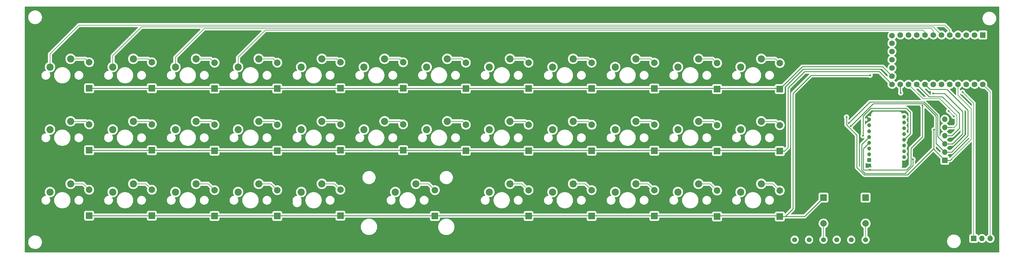
<source format=gbr>
G04 #@! TF.GenerationSoftware,KiCad,Pcbnew,(6.0.7)*
G04 #@! TF.CreationDate,2022-11-03T11:15:42-07:00*
G04 #@! TF.ProjectId,alpha29_pmw3360,616c7068-6132-4395-9f70-6d7733333630,rev?*
G04 #@! TF.SameCoordinates,Original*
G04 #@! TF.FileFunction,Copper,L1,Top*
G04 #@! TF.FilePolarity,Positive*
%FSLAX46Y46*%
G04 Gerber Fmt 4.6, Leading zero omitted, Abs format (unit mm)*
G04 Created by KiCad (PCBNEW (6.0.7)) date 2022-11-03 11:15:42*
%MOMM*%
%LPD*%
G01*
G04 APERTURE LIST*
G04 #@! TA.AperFunction,ComponentPad*
%ADD10R,2.000000X2.000000*%
G04 #@! TD*
G04 #@! TA.AperFunction,ComponentPad*
%ADD11C,2.000000*%
G04 #@! TD*
G04 #@! TA.AperFunction,ComponentPad*
%ADD12C,2.200000*%
G04 #@! TD*
G04 #@! TA.AperFunction,ComponentPad*
%ADD13C,1.524000*%
G04 #@! TD*
G04 #@! TA.AperFunction,ComponentPad*
%ADD14R,1.752600X1.752600*%
G04 #@! TD*
G04 #@! TA.AperFunction,ComponentPad*
%ADD15C,1.752600*%
G04 #@! TD*
G04 #@! TA.AperFunction,ComponentPad*
%ADD16O,1.700000X1.700000*%
G04 #@! TD*
G04 #@! TA.AperFunction,ComponentPad*
%ADD17R,1.700000X1.700000*%
G04 #@! TD*
G04 #@! TA.AperFunction,ComponentPad*
%ADD18R,1.200000X1.200000*%
G04 #@! TD*
G04 #@! TA.AperFunction,ComponentPad*
%ADD19C,1.200000*%
G04 #@! TD*
G04 #@! TA.AperFunction,ViaPad*
%ADD20C,0.600000*%
G04 #@! TD*
G04 #@! TA.AperFunction,Conductor*
%ADD21C,0.200000*%
G04 #@! TD*
G04 #@! TA.AperFunction,Conductor*
%ADD22C,0.250000*%
G04 #@! TD*
G04 APERTURE END LIST*
D10*
X259270000Y-146228000D03*
D11*
X259270000Y-138228000D03*
D12*
X137477000Y-156452000D03*
X131127000Y-158992000D03*
D10*
X239966000Y-127051000D03*
D11*
X239966000Y-119051000D03*
D12*
X195516000Y-137148000D03*
X189166000Y-139688000D03*
X79565000Y-137148000D03*
X73215000Y-139688000D03*
X176212000Y-137148000D03*
X169862000Y-139688000D03*
D10*
X278574000Y-127178000D03*
D11*
X278574000Y-119178000D03*
D10*
X104584000Y-126924000D03*
D11*
X104584000Y-118924000D03*
D10*
X181927000Y-126924000D03*
D11*
X181927000Y-118924000D03*
D12*
X118173000Y-137148000D03*
X111823000Y-139688000D03*
D10*
X239966000Y-166421000D03*
D11*
X239966000Y-158421000D03*
D10*
X162623000Y-166294000D03*
D11*
X162623000Y-158294000D03*
D12*
X79565000Y-156452000D03*
X73215000Y-158992000D03*
X253555000Y-156452000D03*
X247205000Y-158992000D03*
D10*
X143192000Y-146228000D03*
D11*
X143192000Y-138228000D03*
D12*
X292163000Y-117844000D03*
X285813000Y-120384000D03*
D13*
X315404000Y-173724000D03*
X319849000Y-173724000D03*
X324294000Y-173724000D03*
D10*
X259270000Y-127051000D03*
D11*
X259270000Y-119051000D03*
D10*
X259270000Y-166421000D03*
D11*
X259270000Y-158421000D03*
D12*
X214820000Y-156452000D03*
X208470000Y-158992000D03*
X234251000Y-117844000D03*
X227901000Y-120384000D03*
X79565000Y-117844000D03*
X73215000Y-120384000D03*
X98869000Y-117844000D03*
X92519000Y-120384000D03*
D10*
X220535000Y-166421000D03*
D11*
X220535000Y-158421000D03*
D12*
X195516000Y-117844000D03*
X189166000Y-120384000D03*
X234251000Y-156452000D03*
X227901000Y-158992000D03*
D10*
X143192000Y-127051000D03*
D11*
X143192000Y-119051000D03*
D12*
X118173000Y-156452000D03*
X111823000Y-158992000D03*
D10*
X201231000Y-146228000D03*
D11*
X201231000Y-138228000D03*
D10*
X201231000Y-127051000D03*
D11*
X201231000Y-119051000D03*
D12*
X234251000Y-137148000D03*
X227901000Y-139688000D03*
D10*
X85280000Y-146101000D03*
D11*
X85280000Y-138101000D03*
D10*
X104584000Y-146101000D03*
D11*
X104584000Y-138101000D03*
D10*
X123888000Y-146228000D03*
D11*
X123888000Y-138228000D03*
D10*
X181927000Y-146101000D03*
D11*
X181927000Y-138101000D03*
D12*
X185864000Y-156452000D03*
X179514000Y-158992000D03*
X214820000Y-137148000D03*
X208470000Y-139688000D03*
D10*
X220535000Y-146228000D03*
D11*
X220535000Y-138228000D03*
D14*
X360362000Y-110478000D03*
D15*
X357822000Y-110478000D03*
X355282000Y-110478000D03*
X352742000Y-110478000D03*
X350202000Y-110478000D03*
X347662000Y-110478000D03*
X345122000Y-110478000D03*
X342582000Y-110478000D03*
X340042000Y-110478000D03*
X337502000Y-110478000D03*
X334962000Y-110478000D03*
X332422000Y-110706600D03*
X332422000Y-125718000D03*
X334962000Y-125718000D03*
X337502000Y-125718000D03*
X340042000Y-125718000D03*
X342582000Y-125718000D03*
X345122000Y-125718000D03*
X347662000Y-125718000D03*
X350202000Y-125718000D03*
X352742000Y-125718000D03*
X355282000Y-125718000D03*
X357822000Y-125718000D03*
X360362000Y-125718000D03*
X332422000Y-113018000D03*
X332422000Y-115558000D03*
X332422000Y-118098000D03*
X332422000Y-120638000D03*
X332422000Y-123178000D03*
D10*
X278574000Y-166548000D03*
D11*
X278574000Y-158548000D03*
D13*
X302450000Y-173724000D03*
X306895000Y-173724000D03*
X311340000Y-173724000D03*
D10*
X162623000Y-126924000D03*
D11*
X162623000Y-118924000D03*
D12*
X292163000Y-156452000D03*
X285813000Y-158992000D03*
D10*
X297878000Y-166548000D03*
D11*
X297878000Y-158548000D03*
D12*
X156908000Y-117844000D03*
X150558000Y-120384000D03*
D10*
X278574000Y-146355000D03*
D11*
X278574000Y-138355000D03*
D10*
X311340000Y-160707000D03*
D11*
X311340000Y-168707000D03*
D10*
X123888000Y-127051000D03*
D11*
X123888000Y-119051000D03*
D10*
X297878000Y-127178000D03*
D11*
X297878000Y-119178000D03*
D12*
X214820000Y-117844000D03*
X208470000Y-120384000D03*
X98869000Y-156452000D03*
X92519000Y-158992000D03*
X137477000Y-117844000D03*
X131127000Y-120384000D03*
D10*
X162623000Y-146101000D03*
D11*
X162623000Y-138101000D03*
D10*
X191706000Y-166421000D03*
D11*
X191706000Y-158421000D03*
D10*
X220535000Y-127051000D03*
D11*
X220535000Y-119051000D03*
D16*
X348685000Y-136477000D03*
X348685000Y-139017000D03*
X348685000Y-141557000D03*
X348685000Y-144097000D03*
X348685000Y-146637000D03*
D17*
X348685000Y-149177000D03*
D12*
X272859000Y-156452000D03*
X266509000Y-158992000D03*
X253555000Y-117844000D03*
X247205000Y-120384000D03*
D10*
X324294000Y-160707000D03*
D11*
X324294000Y-168707000D03*
D12*
X98869000Y-137148000D03*
X92519000Y-139688000D03*
D10*
X123888000Y-166421000D03*
D11*
X123888000Y-158421000D03*
D10*
X85280000Y-166294000D03*
D11*
X85280000Y-158294000D03*
D10*
X297878000Y-146355000D03*
D11*
X297878000Y-138355000D03*
D12*
X156908000Y-156452000D03*
X150558000Y-158992000D03*
X118173000Y-117844000D03*
X111823000Y-120384000D03*
D10*
X143192000Y-166421000D03*
D11*
X143192000Y-158421000D03*
D12*
X272859000Y-137148000D03*
X266509000Y-139688000D03*
D10*
X104584000Y-166294000D03*
D11*
X104584000Y-158294000D03*
D10*
X85280000Y-126924000D03*
D11*
X85280000Y-118924000D03*
D12*
X253555000Y-137148000D03*
X247205000Y-139688000D03*
D10*
X239966000Y-146228000D03*
D11*
X239966000Y-138228000D03*
D12*
X156908000Y-137148000D03*
X150558000Y-139688000D03*
X176212000Y-117844000D03*
X169862000Y-120384000D03*
X137477000Y-137148000D03*
X131127000Y-139688000D03*
D17*
X357583000Y-173343000D03*
D16*
X360123000Y-173343000D03*
X362663000Y-173343000D03*
D12*
X292163000Y-137148000D03*
X285813000Y-139688000D03*
X272859000Y-117844000D03*
X266509000Y-120384000D03*
D18*
X325421000Y-149095000D03*
D19*
X325421000Y-147315000D03*
X325421000Y-145535000D03*
X325421000Y-143755000D03*
X325421000Y-141975000D03*
X325421000Y-140195000D03*
X325421000Y-138415000D03*
X325421000Y-136635000D03*
X336121000Y-135745000D03*
X336121000Y-137525000D03*
X336121000Y-139305000D03*
X336121000Y-141085000D03*
X336121000Y-142865000D03*
X336121000Y-144645000D03*
X336121000Y-146425000D03*
X336121000Y-148205000D03*
D20*
X349821000Y-133973000D03*
X354139000Y-128131000D03*
X325691000Y-122924000D03*
X351472000Y-135624000D03*
X339610000Y-137077000D03*
X315710000Y-151277000D03*
X321310000Y-132727000D03*
X338460000Y-143177000D03*
X319510000Y-143327000D03*
X318044000Y-147135000D03*
X318410000Y-135827000D03*
X345358990Y-139769000D03*
X338872000Y-148913000D03*
X319710000Y-138627000D03*
X335089000Y-128385000D03*
X319110000Y-137727000D03*
X345122000Y-128512000D03*
X325622764Y-152139764D03*
X341810000Y-132277000D03*
X323510000Y-141627000D03*
D21*
X345122000Y-109081000D02*
X344487000Y-108446000D01*
D22*
X299339000Y-146355000D02*
X300418000Y-145276000D01*
D21*
X253555000Y-117844000D02*
X258063000Y-117844000D01*
X111823000Y-117336000D02*
X111823000Y-120384000D01*
X176212000Y-117844000D02*
X180847000Y-117844000D01*
X156908000Y-117844000D02*
X161543000Y-117844000D01*
X195516000Y-117844000D02*
X200024000Y-117844000D01*
D22*
X297878000Y-127178000D02*
X304799000Y-120257000D01*
D21*
X292163000Y-117844000D02*
X296544000Y-117844000D01*
X137477000Y-137148000D02*
X142112000Y-137148000D01*
X214820000Y-156452000D02*
X218566000Y-156452000D01*
X118173000Y-137148000D02*
X122808000Y-137148000D01*
X296544000Y-117844000D02*
X297878000Y-119178000D01*
X82105000Y-107430000D02*
X73215000Y-116320000D01*
X200151000Y-137148000D02*
X201231000Y-138228000D01*
X160781000Y-156452000D02*
X162623000Y-158294000D01*
D22*
X85280000Y-126924000D02*
X297624000Y-126924000D01*
D21*
X295782000Y-156452000D02*
X297878000Y-158548000D01*
X257301000Y-156452000D02*
X259270000Y-158421000D01*
X98869000Y-156452000D02*
X102742000Y-156452000D01*
X348678000Y-107430000D02*
X82105000Y-107430000D01*
X253555000Y-137148000D02*
X258190000Y-137148000D01*
X277367000Y-137148000D02*
X278574000Y-138355000D01*
X142112000Y-137148000D02*
X143192000Y-138228000D01*
X296671000Y-137148000D02*
X297878000Y-138355000D01*
X122681000Y-117844000D02*
X123888000Y-119051000D01*
X195516000Y-137148000D02*
X200151000Y-137148000D01*
X98869000Y-137148000D02*
X103631000Y-137148000D01*
D22*
X301942000Y-128512000D02*
X307530000Y-122924000D01*
D21*
X180847000Y-117844000D02*
X181927000Y-118924000D01*
X344487000Y-108446000D02*
X120713000Y-108446000D01*
X121919000Y-156452000D02*
X123888000Y-158421000D01*
X83438000Y-156452000D02*
X85280000Y-158294000D01*
X292163000Y-156452000D02*
X295782000Y-156452000D01*
X79565000Y-137148000D02*
X84327000Y-137148000D01*
X272859000Y-156452000D02*
X276478000Y-156452000D01*
X219455000Y-137148000D02*
X220535000Y-138228000D01*
X103504000Y-117844000D02*
X104584000Y-118924000D01*
X362663000Y-173343000D02*
X362663000Y-128019000D01*
X342582000Y-109589000D02*
X341947000Y-108954000D01*
X118173000Y-117844000D02*
X122681000Y-117844000D01*
X214820000Y-137148000D02*
X219455000Y-137148000D01*
X137477000Y-156452000D02*
X141223000Y-156452000D01*
X185864000Y-156452000D02*
X189737000Y-156452000D01*
X84200000Y-117844000D02*
X85280000Y-118924000D01*
X347662000Y-110478000D02*
X345122000Y-107938000D01*
D22*
X304799000Y-120257000D02*
X329501000Y-120257000D01*
D21*
X218566000Y-156452000D02*
X220535000Y-158421000D01*
X84327000Y-137148000D02*
X85280000Y-138101000D01*
X258063000Y-117844000D02*
X259270000Y-119051000D01*
X357583000Y-173343000D02*
X357583000Y-131575000D01*
X200024000Y-117844000D02*
X201231000Y-119051000D01*
X79565000Y-156452000D02*
X83438000Y-156452000D01*
D22*
X300418000Y-145276000D02*
X300418000Y-126861000D01*
D21*
X102742000Y-156452000D02*
X104584000Y-158294000D01*
X101409000Y-107938000D02*
X92519000Y-116828000D01*
X120713000Y-108446000D02*
X111823000Y-117336000D01*
X345122000Y-110478000D02*
X345122000Y-109081000D01*
X219328000Y-117844000D02*
X220535000Y-119051000D01*
X131127000Y-120384000D02*
X131127000Y-117336000D01*
X350202000Y-110478000D02*
X350202000Y-108954000D01*
D22*
X301942000Y-164199000D02*
X301942000Y-128512000D01*
X297878000Y-166548000D02*
X299593000Y-166548000D01*
X85280000Y-166294000D02*
X297624000Y-166294000D01*
D21*
X253555000Y-156452000D02*
X257301000Y-156452000D01*
X357583000Y-131575000D02*
X354139000Y-128131000D01*
X98869000Y-117844000D02*
X103504000Y-117844000D01*
X342582000Y-110478000D02*
X342582000Y-109589000D01*
X73215000Y-116320000D02*
X73215000Y-120384000D01*
D22*
X299593000Y-166548000D02*
X301942000Y-164199000D01*
D21*
X189737000Y-156452000D02*
X191706000Y-158421000D01*
D22*
X300418000Y-126861000D02*
X305498000Y-121781000D01*
D21*
X277240000Y-117844000D02*
X278574000Y-119178000D01*
X237997000Y-156452000D02*
X239966000Y-158421000D01*
X176212000Y-137148000D02*
X180974000Y-137148000D01*
X156908000Y-156452000D02*
X160781000Y-156452000D01*
X161543000Y-117844000D02*
X162623000Y-118924000D01*
X92519000Y-116828000D02*
X92519000Y-120384000D01*
X311340000Y-173724000D02*
X311340000Y-168707000D01*
D22*
X305498000Y-121781000D02*
X328485000Y-121781000D01*
D21*
X324294000Y-173724000D02*
X324294000Y-168707000D01*
X234251000Y-117844000D02*
X238759000Y-117844000D01*
X345122000Y-107938000D02*
X101409000Y-107938000D01*
D22*
X329501000Y-120257000D02*
X332422000Y-123178000D01*
D21*
X180974000Y-137148000D02*
X181927000Y-138101000D01*
X141223000Y-156452000D02*
X143192000Y-158421000D01*
D22*
X305499000Y-166548000D02*
X311340000Y-160707000D01*
D21*
X156908000Y-137148000D02*
X161670000Y-137148000D01*
D22*
X85280000Y-146101000D02*
X297624000Y-146101000D01*
X297624000Y-166294000D02*
X297878000Y-166548000D01*
D21*
X292163000Y-137148000D02*
X296671000Y-137148000D01*
X214820000Y-117844000D02*
X219328000Y-117844000D01*
D22*
X297624000Y-146101000D02*
X297878000Y-146355000D01*
D21*
X234251000Y-137148000D02*
X238886000Y-137148000D01*
X258190000Y-137148000D02*
X259270000Y-138228000D01*
X276478000Y-156452000D02*
X278574000Y-158548000D01*
D22*
X297878000Y-166548000D02*
X305499000Y-166548000D01*
D21*
X350202000Y-108954000D02*
X348678000Y-107430000D01*
X137477000Y-117844000D02*
X141985000Y-117844000D01*
X362663000Y-128019000D02*
X360362000Y-125718000D01*
X272859000Y-137148000D02*
X277367000Y-137148000D01*
D22*
X307530000Y-122924000D02*
X325691000Y-122924000D01*
D21*
X141985000Y-117844000D02*
X143192000Y-119051000D01*
X238886000Y-137148000D02*
X239966000Y-138228000D01*
D22*
X297624000Y-126924000D02*
X297878000Y-127178000D01*
D21*
X341947000Y-108954000D02*
X139509000Y-108954000D01*
X103631000Y-137148000D02*
X104584000Y-138101000D01*
X272859000Y-117844000D02*
X277240000Y-117844000D01*
D22*
X297878000Y-146355000D02*
X299339000Y-146355000D01*
D21*
X79565000Y-117844000D02*
X84200000Y-117844000D01*
X349821000Y-133973000D02*
X351472000Y-135624000D01*
X234251000Y-156452000D02*
X237997000Y-156452000D01*
D22*
X328485000Y-121781000D02*
X332422000Y-125718000D01*
D21*
X131127000Y-117336000D02*
X139509000Y-108954000D01*
X161670000Y-137148000D02*
X162623000Y-138101000D01*
X118173000Y-156452000D02*
X121919000Y-156452000D01*
X238759000Y-117844000D02*
X239966000Y-119051000D01*
X350456000Y-125972000D02*
X350202000Y-125718000D01*
X122808000Y-137148000D02*
X123888000Y-138228000D01*
D22*
X339610000Y-142027000D02*
X338460000Y-143177000D01*
X318044000Y-149736010D02*
X316503010Y-151277000D01*
X318044000Y-147135000D02*
X318044000Y-149736010D01*
X316503010Y-151277000D02*
X315710000Y-151277000D01*
X339610000Y-137077000D02*
X339610000Y-142027000D01*
X323921411Y-153701999D02*
X321600000Y-151380588D01*
X345279989Y-139965011D02*
X345279989Y-145553011D01*
X348685000Y-149177000D02*
X350365000Y-149177000D01*
X337131001Y-153701999D02*
X323921411Y-153701999D01*
X345279989Y-139965011D02*
X345358990Y-139886010D01*
X321600000Y-141417000D02*
X318410000Y-138227000D01*
X318410000Y-138227000D02*
X318410000Y-135827000D01*
X345279989Y-139965011D02*
X345279989Y-145771989D01*
D21*
X356679000Y-142863000D02*
X350837000Y-148705000D01*
X356806000Y-142736000D02*
X356679000Y-142863000D01*
X352742000Y-129147000D02*
X356806000Y-133211000D01*
D22*
X321600000Y-147317000D02*
X321600000Y-141917000D01*
D21*
X350837000Y-148705000D02*
X350456000Y-149086000D01*
X356806000Y-133211000D02*
X356806000Y-142736000D01*
D22*
X321600000Y-151380588D02*
X321600000Y-147317000D01*
X345279989Y-145553011D02*
X337131001Y-153701999D01*
X350365000Y-149177000D02*
X350837000Y-148705000D01*
D21*
X352742000Y-125718000D02*
X352742000Y-129147000D01*
D22*
X345358990Y-139886010D02*
X345358990Y-139769000D01*
X345279989Y-145771989D02*
X348685000Y-149177000D01*
X321600000Y-141917000D02*
X321600000Y-141417000D01*
X323124000Y-152268176D02*
X323124000Y-144272000D01*
X323124000Y-144272000D02*
X325421000Y-141975000D01*
X336439436Y-153251988D02*
X324107812Y-153251988D01*
X338872000Y-150819424D02*
X336439436Y-153251988D01*
X324107812Y-153251988D02*
X323124000Y-152268176D01*
X338872000Y-148913000D02*
X338872000Y-150819424D01*
X348685000Y-146637000D02*
X345984000Y-143936000D01*
X342110001Y-131651999D02*
X326685001Y-131651999D01*
X355790000Y-141593000D02*
X350746000Y-146637000D01*
X350746000Y-146637000D02*
X348685000Y-146637000D01*
X355790000Y-133719000D02*
X355790000Y-141593000D01*
X344106000Y-127242000D02*
X349313000Y-127242000D01*
X342582000Y-125718000D02*
X344106000Y-127242000D01*
X326685001Y-131651999D02*
X319710000Y-138627000D01*
X345984000Y-135525998D02*
X342110001Y-131651999D01*
X349313000Y-127242000D02*
X355790000Y-133719000D01*
X345984000Y-143936000D02*
X345984000Y-135525998D01*
X348685000Y-144097000D02*
X351000000Y-144097000D01*
X348685000Y-144097000D02*
X346434011Y-141846011D01*
X351000000Y-144097000D02*
X351345000Y-143752000D01*
X342296401Y-131201988D02*
X325635012Y-131201988D01*
X325635012Y-131201988D02*
X319110000Y-137727000D01*
X335089000Y-128385000D02*
X334962000Y-128258000D01*
X334962000Y-128258000D02*
X334962000Y-125718000D01*
X348551000Y-128512000D02*
X345122000Y-128512000D01*
X354139000Y-137275000D02*
X354139000Y-134100000D01*
X346434011Y-135339598D02*
X342296401Y-131201988D01*
X351345000Y-143752000D02*
X354139000Y-140958000D01*
X346434011Y-141846011D02*
X346434011Y-135339598D01*
X348678000Y-128639000D02*
X348551000Y-128512000D01*
X354139000Y-134100000D02*
X348678000Y-128639000D01*
X354139000Y-140958000D02*
X354139000Y-137275000D01*
X347916000Y-129528000D02*
X353123000Y-134735000D01*
X353123000Y-134735000D02*
X353123000Y-139307000D01*
X340042000Y-125718000D02*
X343852000Y-129528000D01*
X350873000Y-141557000D02*
X348685000Y-141557000D01*
X353123000Y-139307000D02*
X350873000Y-141557000D01*
X343852000Y-129528000D02*
X347916000Y-129528000D01*
X338237000Y-145484000D02*
X341810000Y-141911000D01*
X338237000Y-150818000D02*
X338237000Y-145484000D01*
X325421000Y-143755000D02*
X323632000Y-145544000D01*
X323632000Y-145544000D02*
X323632000Y-152139764D01*
X341810000Y-141911000D02*
X341810000Y-132277000D01*
X325622764Y-152139764D02*
X336915236Y-152139764D01*
X323632000Y-152139764D02*
X325622764Y-152139764D01*
X336915236Y-152139764D02*
X338237000Y-150818000D01*
X348685000Y-139017000D02*
X350674000Y-139017000D01*
D21*
X352361000Y-138164000D02*
X351599000Y-138926000D01*
X351599000Y-138926000D02*
X351508000Y-139017000D01*
X351508000Y-139017000D02*
X350674000Y-139017000D01*
X352361000Y-135370000D02*
X352361000Y-138164000D01*
X347154000Y-130163000D02*
X352361000Y-135370000D01*
X341947000Y-130163000D02*
X343852000Y-130163000D01*
X337502000Y-125718000D02*
X341947000Y-130163000D01*
X350674000Y-139017000D02*
X349835000Y-139017000D01*
X343852000Y-130163000D02*
X347154000Y-130163000D01*
D22*
X338110000Y-140876000D02*
X338110000Y-134435000D01*
X325872000Y-133165000D02*
X323510000Y-135527000D01*
X323510000Y-135527000D02*
X323510000Y-141627000D01*
X336840000Y-133165000D02*
X325872000Y-133165000D01*
X338110000Y-134435000D02*
X336840000Y-133165000D01*
X336121000Y-142865000D02*
X338110000Y-140876000D01*
G04 #@! TA.AperFunction,Conductor*
G36*
X365383621Y-101735502D02*
G01*
X365430114Y-101789158D01*
X365441500Y-101841500D01*
X365441500Y-177534500D01*
X365421498Y-177602621D01*
X365367842Y-177649114D01*
X365315500Y-177660500D01*
X65594500Y-177660500D01*
X65526379Y-177640498D01*
X65479886Y-177586842D01*
X65468500Y-177534500D01*
X65468500Y-174618703D01*
X66533743Y-174618703D01*
X66534302Y-174622947D01*
X66534302Y-174622951D01*
X66544595Y-174701131D01*
X66571268Y-174903734D01*
X66572401Y-174907874D01*
X66572401Y-174907876D01*
X66591736Y-174978554D01*
X66647129Y-175181036D01*
X66759923Y-175445476D01*
X66771693Y-175465142D01*
X66899529Y-175678740D01*
X66907561Y-175692161D01*
X67087313Y-175916528D01*
X67295851Y-176114423D01*
X67529317Y-176282186D01*
X67533112Y-176284195D01*
X67533113Y-176284196D01*
X67554869Y-176295715D01*
X67783392Y-176416712D01*
X68053373Y-176515511D01*
X68334264Y-176576755D01*
X68362841Y-176579004D01*
X68557282Y-176594307D01*
X68557291Y-176594307D01*
X68559739Y-176594500D01*
X68715271Y-176594500D01*
X68717407Y-176594354D01*
X68717418Y-176594354D01*
X68925548Y-176580165D01*
X68925554Y-176580164D01*
X68929825Y-176579873D01*
X68934020Y-176579004D01*
X68934022Y-176579004D01*
X69070584Y-176550723D01*
X69211342Y-176521574D01*
X69482343Y-176425607D01*
X69737812Y-176293750D01*
X69741313Y-176291289D01*
X69741317Y-176291287D01*
X69914401Y-176169641D01*
X69973023Y-176128441D01*
X70183622Y-175932740D01*
X70365713Y-175710268D01*
X70515927Y-175465142D01*
X70519823Y-175456268D01*
X70629757Y-175205830D01*
X70631483Y-175201898D01*
X70710244Y-174925406D01*
X70745687Y-174676368D01*
X70750146Y-174645036D01*
X70750146Y-174645034D01*
X70750751Y-174640784D01*
X70750845Y-174622951D01*
X70752235Y-174357583D01*
X70752235Y-174357576D01*
X70752257Y-174353297D01*
X70737491Y-174241134D01*
X70724661Y-174143688D01*
X70714732Y-174068266D01*
X70638871Y-173790964D01*
X70610308Y-173724000D01*
X301174647Y-173724000D01*
X301194022Y-173945463D01*
X301206123Y-173990625D01*
X301248316Y-174148088D01*
X301251560Y-174160196D01*
X301253882Y-174165177D01*
X301253883Y-174165178D01*
X301343186Y-174356689D01*
X301343189Y-174356694D01*
X301345512Y-174361676D01*
X301348668Y-174366183D01*
X301348669Y-174366185D01*
X301453692Y-174516173D01*
X301473023Y-174543781D01*
X301630219Y-174700977D01*
X301634727Y-174704134D01*
X301634730Y-174704136D01*
X301710495Y-174757187D01*
X301812323Y-174828488D01*
X301817305Y-174830811D01*
X301817310Y-174830814D01*
X301982571Y-174907876D01*
X302013804Y-174922440D01*
X302019112Y-174923862D01*
X302019114Y-174923863D01*
X302024873Y-174925406D01*
X302228537Y-174979978D01*
X302450000Y-174999353D01*
X302671463Y-174979978D01*
X302875127Y-174925406D01*
X302880886Y-174923863D01*
X302880888Y-174923862D01*
X302886196Y-174922440D01*
X302917429Y-174907876D01*
X303082690Y-174830814D01*
X303082695Y-174830811D01*
X303087677Y-174828488D01*
X303189505Y-174757187D01*
X303265270Y-174704136D01*
X303265273Y-174704134D01*
X303269781Y-174700977D01*
X303426977Y-174543781D01*
X303446309Y-174516173D01*
X303551331Y-174366185D01*
X303551332Y-174366183D01*
X303554488Y-174361676D01*
X303556811Y-174356694D01*
X303556814Y-174356689D01*
X303646117Y-174165178D01*
X303646118Y-174165177D01*
X303648440Y-174160196D01*
X303651685Y-174148088D01*
X303693877Y-173990625D01*
X303705978Y-173945463D01*
X303725353Y-173724000D01*
X305619647Y-173724000D01*
X305639022Y-173945463D01*
X305651123Y-173990625D01*
X305693316Y-174148088D01*
X305696560Y-174160196D01*
X305698882Y-174165177D01*
X305698883Y-174165178D01*
X305788186Y-174356689D01*
X305788189Y-174356694D01*
X305790512Y-174361676D01*
X305793668Y-174366183D01*
X305793669Y-174366185D01*
X305898692Y-174516173D01*
X305918023Y-174543781D01*
X306075219Y-174700977D01*
X306079727Y-174704134D01*
X306079730Y-174704136D01*
X306155495Y-174757187D01*
X306257323Y-174828488D01*
X306262305Y-174830811D01*
X306262310Y-174830814D01*
X306427571Y-174907876D01*
X306458804Y-174922440D01*
X306464112Y-174923862D01*
X306464114Y-174923863D01*
X306469873Y-174925406D01*
X306673537Y-174979978D01*
X306895000Y-174999353D01*
X307116463Y-174979978D01*
X307320127Y-174925406D01*
X307325886Y-174923863D01*
X307325888Y-174923862D01*
X307331196Y-174922440D01*
X307362429Y-174907876D01*
X307527690Y-174830814D01*
X307527695Y-174830811D01*
X307532677Y-174828488D01*
X307634505Y-174757187D01*
X307710270Y-174704136D01*
X307710273Y-174704134D01*
X307714781Y-174700977D01*
X307871977Y-174543781D01*
X307891309Y-174516173D01*
X307996331Y-174366185D01*
X307996332Y-174366183D01*
X307999488Y-174361676D01*
X308001811Y-174356694D01*
X308001814Y-174356689D01*
X308091117Y-174165178D01*
X308091118Y-174165177D01*
X308093440Y-174160196D01*
X308096685Y-174148088D01*
X308138877Y-173990625D01*
X308150978Y-173945463D01*
X308170353Y-173724000D01*
X308150978Y-173502537D01*
X308112503Y-173358949D01*
X308094863Y-173293114D01*
X308094862Y-173293112D01*
X308093440Y-173287804D01*
X308082986Y-173265386D01*
X308001814Y-173091311D01*
X308001811Y-173091306D01*
X307999488Y-173086324D01*
X307996331Y-173081815D01*
X307875136Y-172908730D01*
X307875134Y-172908727D01*
X307871977Y-172904219D01*
X307714781Y-172747023D01*
X307710273Y-172743866D01*
X307710270Y-172743864D01*
X307604324Y-172669680D01*
X307532677Y-172619512D01*
X307527695Y-172617189D01*
X307527690Y-172617186D01*
X307336178Y-172527883D01*
X307336177Y-172527882D01*
X307331196Y-172525560D01*
X307325888Y-172524138D01*
X307325886Y-172524137D01*
X307196257Y-172489403D01*
X307116463Y-172468022D01*
X306895000Y-172448647D01*
X306673537Y-172468022D01*
X306593743Y-172489403D01*
X306464114Y-172524137D01*
X306464112Y-172524138D01*
X306458804Y-172525560D01*
X306453823Y-172527882D01*
X306453822Y-172527883D01*
X306262311Y-172617186D01*
X306262306Y-172617189D01*
X306257324Y-172619512D01*
X306252817Y-172622668D01*
X306252815Y-172622669D01*
X306079730Y-172743864D01*
X306079727Y-172743866D01*
X306075219Y-172747023D01*
X305918023Y-172904219D01*
X305914866Y-172908727D01*
X305914864Y-172908730D01*
X305793669Y-173081815D01*
X305790512Y-173086324D01*
X305788189Y-173091306D01*
X305788186Y-173091311D01*
X305707014Y-173265386D01*
X305696560Y-173287804D01*
X305695138Y-173293112D01*
X305695137Y-173293114D01*
X305677497Y-173358949D01*
X305639022Y-173502537D01*
X305619647Y-173724000D01*
X303725353Y-173724000D01*
X303705978Y-173502537D01*
X303667503Y-173358949D01*
X303649863Y-173293114D01*
X303649862Y-173293112D01*
X303648440Y-173287804D01*
X303637986Y-173265386D01*
X303556814Y-173091311D01*
X303556811Y-173091306D01*
X303554488Y-173086324D01*
X303551331Y-173081815D01*
X303430136Y-172908730D01*
X303430134Y-172908727D01*
X303426977Y-172904219D01*
X303269781Y-172747023D01*
X303265273Y-172743866D01*
X303265270Y-172743864D01*
X303159324Y-172669680D01*
X303087677Y-172619512D01*
X303082695Y-172617189D01*
X303082690Y-172617186D01*
X302891178Y-172527883D01*
X302891177Y-172527882D01*
X302886196Y-172525560D01*
X302880888Y-172524138D01*
X302880886Y-172524137D01*
X302751257Y-172489403D01*
X302671463Y-172468022D01*
X302450000Y-172448647D01*
X302228537Y-172468022D01*
X302148743Y-172489403D01*
X302019114Y-172524137D01*
X302019112Y-172524138D01*
X302013804Y-172525560D01*
X302008823Y-172527882D01*
X302008822Y-172527883D01*
X301817311Y-172617186D01*
X301817306Y-172617189D01*
X301812324Y-172619512D01*
X301807817Y-172622668D01*
X301807815Y-172622669D01*
X301634730Y-172743864D01*
X301634727Y-172743866D01*
X301630219Y-172747023D01*
X301473023Y-172904219D01*
X301469866Y-172908727D01*
X301469864Y-172908730D01*
X301348669Y-173081815D01*
X301345512Y-173086324D01*
X301343189Y-173091306D01*
X301343186Y-173091311D01*
X301262014Y-173265386D01*
X301251560Y-173287804D01*
X301250138Y-173293112D01*
X301250137Y-173293114D01*
X301232497Y-173358949D01*
X301194022Y-173502537D01*
X301174647Y-173724000D01*
X70610308Y-173724000D01*
X70570670Y-173631069D01*
X70527763Y-173530476D01*
X70527761Y-173530472D01*
X70526077Y-173526524D01*
X70378439Y-173279839D01*
X70198687Y-173055472D01*
X70044043Y-172908720D01*
X69993258Y-172860527D01*
X69993255Y-172860525D01*
X69990149Y-172857577D01*
X69756683Y-172689814D01*
X69734843Y-172678250D01*
X69629868Y-172622669D01*
X69502608Y-172555288D01*
X69268034Y-172469446D01*
X69236658Y-172457964D01*
X69236656Y-172457963D01*
X69232627Y-172456489D01*
X68951736Y-172395245D01*
X68920685Y-172392801D01*
X68728718Y-172377693D01*
X68728709Y-172377693D01*
X68726261Y-172377500D01*
X68570729Y-172377500D01*
X68568593Y-172377646D01*
X68568582Y-172377646D01*
X68360452Y-172391835D01*
X68360446Y-172391836D01*
X68356175Y-172392127D01*
X68351980Y-172392996D01*
X68351978Y-172392996D01*
X68215417Y-172421276D01*
X68074658Y-172450426D01*
X67803657Y-172546393D01*
X67799848Y-172548359D01*
X67574755Y-172664538D01*
X67548188Y-172678250D01*
X67544687Y-172680711D01*
X67544683Y-172680713D01*
X67454829Y-172743864D01*
X67312977Y-172843559D01*
X67297892Y-172857577D01*
X67116821Y-173025839D01*
X67102378Y-173039260D01*
X66920287Y-173261732D01*
X66770073Y-173506858D01*
X66768347Y-173510791D01*
X66768346Y-173510792D01*
X66677158Y-173718525D01*
X66654517Y-173770102D01*
X66653342Y-173774229D01*
X66653341Y-173774230D01*
X66631913Y-173849453D01*
X66575756Y-174046594D01*
X66535249Y-174331216D01*
X66535227Y-174335505D01*
X66535226Y-174335512D01*
X66533976Y-174574181D01*
X66533743Y-174618703D01*
X65468500Y-174618703D01*
X65468500Y-169929821D01*
X168915500Y-169929821D01*
X168955060Y-170242975D01*
X169033557Y-170548702D01*
X169149753Y-170842179D01*
X169301816Y-171118779D01*
X169487346Y-171374140D01*
X169703418Y-171604233D01*
X169946625Y-171805432D01*
X170213131Y-171974562D01*
X170216710Y-171976246D01*
X170216717Y-171976250D01*
X170495144Y-172107267D01*
X170495148Y-172107269D01*
X170498734Y-172108956D01*
X170502506Y-172110182D01*
X170502507Y-172110182D01*
X170597075Y-172140909D01*
X170798928Y-172206495D01*
X171108980Y-172265641D01*
X171345162Y-172280500D01*
X171502838Y-172280500D01*
X171739020Y-172265641D01*
X172049072Y-172206495D01*
X172250925Y-172140909D01*
X172345493Y-172110182D01*
X172345494Y-172110182D01*
X172349266Y-172108956D01*
X172352852Y-172107269D01*
X172352856Y-172107267D01*
X172631283Y-171976250D01*
X172631290Y-171976246D01*
X172634869Y-171974562D01*
X172901375Y-171805432D01*
X173144582Y-171604233D01*
X173360654Y-171374140D01*
X173546184Y-171118779D01*
X173698247Y-170842179D01*
X173814443Y-170548702D01*
X173892940Y-170242975D01*
X173932500Y-169929821D01*
X192715500Y-169929821D01*
X192755060Y-170242975D01*
X192833557Y-170548702D01*
X192949753Y-170842179D01*
X193101816Y-171118779D01*
X193287346Y-171374140D01*
X193503418Y-171604233D01*
X193746625Y-171805432D01*
X194013131Y-171974562D01*
X194016710Y-171976246D01*
X194016717Y-171976250D01*
X194295144Y-172107267D01*
X194295148Y-172107269D01*
X194298734Y-172108956D01*
X194302506Y-172110182D01*
X194302507Y-172110182D01*
X194397075Y-172140909D01*
X194598928Y-172206495D01*
X194908980Y-172265641D01*
X195145162Y-172280500D01*
X195302838Y-172280500D01*
X195539020Y-172265641D01*
X195849072Y-172206495D01*
X196050925Y-172140909D01*
X196145493Y-172110182D01*
X196145494Y-172110182D01*
X196149266Y-172108956D01*
X196152852Y-172107269D01*
X196152856Y-172107267D01*
X196431283Y-171976250D01*
X196431290Y-171976246D01*
X196434869Y-171974562D01*
X196701375Y-171805432D01*
X196944582Y-171604233D01*
X197160654Y-171374140D01*
X197346184Y-171118779D01*
X197498247Y-170842179D01*
X197614443Y-170548702D01*
X197692940Y-170242975D01*
X197732500Y-169929821D01*
X197732500Y-169614179D01*
X197692940Y-169301025D01*
X197614443Y-168995298D01*
X197592065Y-168938777D01*
X197500298Y-168707000D01*
X309826835Y-168707000D01*
X309845465Y-168943711D01*
X309846619Y-168948518D01*
X309846620Y-168948524D01*
X309857850Y-168995298D01*
X309900895Y-169174594D01*
X309902788Y-169179165D01*
X309902789Y-169179167D01*
X309951676Y-169297190D01*
X309991760Y-169393963D01*
X309994346Y-169398183D01*
X310113241Y-169592202D01*
X310113245Y-169592208D01*
X310115824Y-169596416D01*
X310270031Y-169776969D01*
X310450584Y-169931176D01*
X310454792Y-169933755D01*
X310454798Y-169933759D01*
X310648817Y-170052654D01*
X310653037Y-170055240D01*
X310657611Y-170057135D01*
X310662020Y-170059381D01*
X310660996Y-170061390D01*
X310708992Y-170100060D01*
X310731500Y-170171931D01*
X310731500Y-172533491D01*
X310711498Y-172601612D01*
X310677771Y-172636704D01*
X310524730Y-172743864D01*
X310524727Y-172743866D01*
X310520219Y-172747023D01*
X310363023Y-172904219D01*
X310359866Y-172908727D01*
X310359864Y-172908730D01*
X310238669Y-173081815D01*
X310235512Y-173086324D01*
X310233189Y-173091306D01*
X310233186Y-173091311D01*
X310152014Y-173265386D01*
X310141560Y-173287804D01*
X310140138Y-173293112D01*
X310140137Y-173293114D01*
X310122497Y-173358949D01*
X310084022Y-173502537D01*
X310064647Y-173724000D01*
X310084022Y-173945463D01*
X310096123Y-173990625D01*
X310138316Y-174148088D01*
X310141560Y-174160196D01*
X310143882Y-174165177D01*
X310143883Y-174165178D01*
X310233186Y-174356689D01*
X310233189Y-174356694D01*
X310235512Y-174361676D01*
X310238668Y-174366183D01*
X310238669Y-174366185D01*
X310343692Y-174516173D01*
X310363023Y-174543781D01*
X310520219Y-174700977D01*
X310524727Y-174704134D01*
X310524730Y-174704136D01*
X310600495Y-174757187D01*
X310702323Y-174828488D01*
X310707305Y-174830811D01*
X310707310Y-174830814D01*
X310872571Y-174907876D01*
X310903804Y-174922440D01*
X310909112Y-174923862D01*
X310909114Y-174923863D01*
X310914873Y-174925406D01*
X311118537Y-174979978D01*
X311340000Y-174999353D01*
X311561463Y-174979978D01*
X311765127Y-174925406D01*
X311770886Y-174923863D01*
X311770888Y-174923862D01*
X311776196Y-174922440D01*
X311807429Y-174907876D01*
X311972690Y-174830814D01*
X311972695Y-174830811D01*
X311977677Y-174828488D01*
X312079505Y-174757187D01*
X312155270Y-174704136D01*
X312155273Y-174704134D01*
X312159781Y-174700977D01*
X312316977Y-174543781D01*
X312336309Y-174516173D01*
X312441331Y-174366185D01*
X312441332Y-174366183D01*
X312444488Y-174361676D01*
X312446811Y-174356694D01*
X312446814Y-174356689D01*
X312536117Y-174165178D01*
X312536118Y-174165177D01*
X312538440Y-174160196D01*
X312541685Y-174148088D01*
X312583877Y-173990625D01*
X312595978Y-173945463D01*
X312615353Y-173724000D01*
X314128647Y-173724000D01*
X314148022Y-173945463D01*
X314160123Y-173990625D01*
X314202316Y-174148088D01*
X314205560Y-174160196D01*
X314207882Y-174165177D01*
X314207883Y-174165178D01*
X314297186Y-174356689D01*
X314297189Y-174356694D01*
X314299512Y-174361676D01*
X314302668Y-174366183D01*
X314302669Y-174366185D01*
X314407692Y-174516173D01*
X314427023Y-174543781D01*
X314584219Y-174700977D01*
X314588727Y-174704134D01*
X314588730Y-174704136D01*
X314664495Y-174757187D01*
X314766323Y-174828488D01*
X314771305Y-174830811D01*
X314771310Y-174830814D01*
X314936571Y-174907876D01*
X314967804Y-174922440D01*
X314973112Y-174923862D01*
X314973114Y-174923863D01*
X314978873Y-174925406D01*
X315182537Y-174979978D01*
X315404000Y-174999353D01*
X315625463Y-174979978D01*
X315829127Y-174925406D01*
X315834886Y-174923863D01*
X315834888Y-174923862D01*
X315840196Y-174922440D01*
X315871429Y-174907876D01*
X316036690Y-174830814D01*
X316036695Y-174830811D01*
X316041677Y-174828488D01*
X316143505Y-174757187D01*
X316219270Y-174704136D01*
X316219273Y-174704134D01*
X316223781Y-174700977D01*
X316380977Y-174543781D01*
X316400309Y-174516173D01*
X316505331Y-174366185D01*
X316505332Y-174366183D01*
X316508488Y-174361676D01*
X316510811Y-174356694D01*
X316510814Y-174356689D01*
X316600117Y-174165178D01*
X316600118Y-174165177D01*
X316602440Y-174160196D01*
X316605685Y-174148088D01*
X316647877Y-173990625D01*
X316659978Y-173945463D01*
X316679353Y-173724000D01*
X318573647Y-173724000D01*
X318593022Y-173945463D01*
X318605123Y-173990625D01*
X318647316Y-174148088D01*
X318650560Y-174160196D01*
X318652882Y-174165177D01*
X318652883Y-174165178D01*
X318742186Y-174356689D01*
X318742189Y-174356694D01*
X318744512Y-174361676D01*
X318747668Y-174366183D01*
X318747669Y-174366185D01*
X318852692Y-174516173D01*
X318872023Y-174543781D01*
X319029219Y-174700977D01*
X319033727Y-174704134D01*
X319033730Y-174704136D01*
X319109495Y-174757187D01*
X319211323Y-174828488D01*
X319216305Y-174830811D01*
X319216310Y-174830814D01*
X319381571Y-174907876D01*
X319412804Y-174922440D01*
X319418112Y-174923862D01*
X319418114Y-174923863D01*
X319423873Y-174925406D01*
X319627537Y-174979978D01*
X319849000Y-174999353D01*
X320070463Y-174979978D01*
X320274127Y-174925406D01*
X320279886Y-174923863D01*
X320279888Y-174923862D01*
X320285196Y-174922440D01*
X320316429Y-174907876D01*
X320481690Y-174830814D01*
X320481695Y-174830811D01*
X320486677Y-174828488D01*
X320588505Y-174757187D01*
X320664270Y-174704136D01*
X320664273Y-174704134D01*
X320668781Y-174700977D01*
X320825977Y-174543781D01*
X320845309Y-174516173D01*
X320950331Y-174366185D01*
X320950332Y-174366183D01*
X320953488Y-174361676D01*
X320955811Y-174356694D01*
X320955814Y-174356689D01*
X321045117Y-174165178D01*
X321045118Y-174165177D01*
X321047440Y-174160196D01*
X321050685Y-174148088D01*
X321092877Y-173990625D01*
X321104978Y-173945463D01*
X321124353Y-173724000D01*
X321104978Y-173502537D01*
X321066503Y-173358949D01*
X321048863Y-173293114D01*
X321048862Y-173293112D01*
X321047440Y-173287804D01*
X321036986Y-173265386D01*
X320955814Y-173091311D01*
X320955811Y-173091306D01*
X320953488Y-173086324D01*
X320950331Y-173081815D01*
X320829136Y-172908730D01*
X320829134Y-172908727D01*
X320825977Y-172904219D01*
X320668781Y-172747023D01*
X320664273Y-172743866D01*
X320664270Y-172743864D01*
X320558324Y-172669680D01*
X320486677Y-172619512D01*
X320481695Y-172617189D01*
X320481690Y-172617186D01*
X320290178Y-172527883D01*
X320290177Y-172527882D01*
X320285196Y-172525560D01*
X320279888Y-172524138D01*
X320279886Y-172524137D01*
X320150257Y-172489403D01*
X320070463Y-172468022D01*
X319849000Y-172448647D01*
X319627537Y-172468022D01*
X319547743Y-172489403D01*
X319418114Y-172524137D01*
X319418112Y-172524138D01*
X319412804Y-172525560D01*
X319407823Y-172527882D01*
X319407822Y-172527883D01*
X319216311Y-172617186D01*
X319216306Y-172617189D01*
X319211324Y-172619512D01*
X319206817Y-172622668D01*
X319206815Y-172622669D01*
X319033730Y-172743864D01*
X319033727Y-172743866D01*
X319029219Y-172747023D01*
X318872023Y-172904219D01*
X318868866Y-172908727D01*
X318868864Y-172908730D01*
X318747669Y-173081815D01*
X318744512Y-173086324D01*
X318742189Y-173091306D01*
X318742186Y-173091311D01*
X318661014Y-173265386D01*
X318650560Y-173287804D01*
X318649138Y-173293112D01*
X318649137Y-173293114D01*
X318631497Y-173358949D01*
X318593022Y-173502537D01*
X318573647Y-173724000D01*
X316679353Y-173724000D01*
X316659978Y-173502537D01*
X316621503Y-173358949D01*
X316603863Y-173293114D01*
X316603862Y-173293112D01*
X316602440Y-173287804D01*
X316591986Y-173265386D01*
X316510814Y-173091311D01*
X316510811Y-173091306D01*
X316508488Y-173086324D01*
X316505331Y-173081815D01*
X316384136Y-172908730D01*
X316384134Y-172908727D01*
X316380977Y-172904219D01*
X316223781Y-172747023D01*
X316219273Y-172743866D01*
X316219270Y-172743864D01*
X316113324Y-172669680D01*
X316041677Y-172619512D01*
X316036695Y-172617189D01*
X316036690Y-172617186D01*
X315845178Y-172527883D01*
X315845177Y-172527882D01*
X315840196Y-172525560D01*
X315834888Y-172524138D01*
X315834886Y-172524137D01*
X315705257Y-172489403D01*
X315625463Y-172468022D01*
X315404000Y-172448647D01*
X315182537Y-172468022D01*
X315102743Y-172489403D01*
X314973114Y-172524137D01*
X314973112Y-172524138D01*
X314967804Y-172525560D01*
X314962823Y-172527882D01*
X314962822Y-172527883D01*
X314771311Y-172617186D01*
X314771306Y-172617189D01*
X314766324Y-172619512D01*
X314761817Y-172622668D01*
X314761815Y-172622669D01*
X314588730Y-172743864D01*
X314588727Y-172743866D01*
X314584219Y-172747023D01*
X314427023Y-172904219D01*
X314423866Y-172908727D01*
X314423864Y-172908730D01*
X314302669Y-173081815D01*
X314299512Y-173086324D01*
X314297189Y-173091306D01*
X314297186Y-173091311D01*
X314216014Y-173265386D01*
X314205560Y-173287804D01*
X314204138Y-173293112D01*
X314204137Y-173293114D01*
X314186497Y-173358949D01*
X314148022Y-173502537D01*
X314128647Y-173724000D01*
X312615353Y-173724000D01*
X312595978Y-173502537D01*
X312557503Y-173358949D01*
X312539863Y-173293114D01*
X312539862Y-173293112D01*
X312538440Y-173287804D01*
X312527986Y-173265386D01*
X312446814Y-173091311D01*
X312446811Y-173091306D01*
X312444488Y-173086324D01*
X312441331Y-173081815D01*
X312320136Y-172908730D01*
X312320134Y-172908727D01*
X312316977Y-172904219D01*
X312159781Y-172747023D01*
X312155273Y-172743866D01*
X312155270Y-172743864D01*
X312049324Y-172669680D01*
X312002228Y-172636703D01*
X311957901Y-172581247D01*
X311948500Y-172533491D01*
X311948500Y-170171931D01*
X311968502Y-170103810D01*
X312019082Y-170061543D01*
X312017980Y-170059381D01*
X312022389Y-170057135D01*
X312026963Y-170055240D01*
X312031183Y-170052654D01*
X312225202Y-169933759D01*
X312225208Y-169933755D01*
X312229416Y-169931176D01*
X312409969Y-169776969D01*
X312564176Y-169596416D01*
X312566755Y-169592208D01*
X312566759Y-169592202D01*
X312685654Y-169398183D01*
X312688240Y-169393963D01*
X312728325Y-169297190D01*
X312777211Y-169179167D01*
X312777212Y-169179165D01*
X312779105Y-169174594D01*
X312822150Y-168995298D01*
X312833380Y-168948524D01*
X312833381Y-168948518D01*
X312834535Y-168943711D01*
X312853165Y-168707000D01*
X322780835Y-168707000D01*
X322799465Y-168943711D01*
X322800619Y-168948518D01*
X322800620Y-168948524D01*
X322811850Y-168995298D01*
X322854895Y-169174594D01*
X322856788Y-169179165D01*
X322856789Y-169179167D01*
X322905676Y-169297190D01*
X322945760Y-169393963D01*
X322948346Y-169398183D01*
X323067241Y-169592202D01*
X323067245Y-169592208D01*
X323069824Y-169596416D01*
X323224031Y-169776969D01*
X323404584Y-169931176D01*
X323408792Y-169933755D01*
X323408798Y-169933759D01*
X323602817Y-170052654D01*
X323607037Y-170055240D01*
X323611611Y-170057135D01*
X323616020Y-170059381D01*
X323614996Y-170061390D01*
X323662992Y-170100060D01*
X323685500Y-170171931D01*
X323685500Y-172533491D01*
X323665498Y-172601612D01*
X323631771Y-172636704D01*
X323478730Y-172743864D01*
X323478727Y-172743866D01*
X323474219Y-172747023D01*
X323317023Y-172904219D01*
X323313866Y-172908727D01*
X323313864Y-172908730D01*
X323192669Y-173081815D01*
X323189512Y-173086324D01*
X323187189Y-173091306D01*
X323187186Y-173091311D01*
X323106014Y-173265386D01*
X323095560Y-173287804D01*
X323094138Y-173293112D01*
X323094137Y-173293114D01*
X323076497Y-173358949D01*
X323038022Y-173502537D01*
X323018647Y-173724000D01*
X323038022Y-173945463D01*
X323050123Y-173990625D01*
X323092316Y-174148088D01*
X323095560Y-174160196D01*
X323097882Y-174165177D01*
X323097883Y-174165178D01*
X323187186Y-174356689D01*
X323187189Y-174356694D01*
X323189512Y-174361676D01*
X323192668Y-174366183D01*
X323192669Y-174366185D01*
X323297692Y-174516173D01*
X323317023Y-174543781D01*
X323474219Y-174700977D01*
X323478727Y-174704134D01*
X323478730Y-174704136D01*
X323554495Y-174757187D01*
X323656323Y-174828488D01*
X323661305Y-174830811D01*
X323661310Y-174830814D01*
X323826571Y-174907876D01*
X323857804Y-174922440D01*
X323863112Y-174923862D01*
X323863114Y-174923863D01*
X323868873Y-174925406D01*
X324072537Y-174979978D01*
X324294000Y-174999353D01*
X324515463Y-174979978D01*
X324719127Y-174925406D01*
X324724886Y-174923863D01*
X324724888Y-174923862D01*
X324730196Y-174922440D01*
X324761429Y-174907876D01*
X324926690Y-174830814D01*
X324926695Y-174830811D01*
X324931677Y-174828488D01*
X325033505Y-174757187D01*
X325109270Y-174704136D01*
X325109273Y-174704134D01*
X325113781Y-174700977D01*
X325270977Y-174543781D01*
X325290309Y-174516173D01*
X325395331Y-174366185D01*
X325395332Y-174366183D01*
X325396368Y-174364703D01*
X349362743Y-174364703D01*
X349363302Y-174368947D01*
X349363302Y-174368951D01*
X349375241Y-174459632D01*
X349400268Y-174649734D01*
X349401401Y-174653874D01*
X349401401Y-174653876D01*
X349415140Y-174704097D01*
X349476129Y-174927036D01*
X349588923Y-175191476D01*
X349736561Y-175438161D01*
X349916313Y-175662528D01*
X350124851Y-175860423D01*
X350358317Y-176028186D01*
X350362112Y-176030195D01*
X350362113Y-176030196D01*
X350383869Y-176041715D01*
X350612392Y-176162712D01*
X350882373Y-176261511D01*
X351163264Y-176322755D01*
X351191841Y-176325004D01*
X351386282Y-176340307D01*
X351386291Y-176340307D01*
X351388739Y-176340500D01*
X351544271Y-176340500D01*
X351546407Y-176340354D01*
X351546418Y-176340354D01*
X351754548Y-176326165D01*
X351754554Y-176326164D01*
X351758825Y-176325873D01*
X351763020Y-176325004D01*
X351763022Y-176325004D01*
X351913942Y-176293750D01*
X352040342Y-176267574D01*
X352311343Y-176171607D01*
X352566812Y-176039750D01*
X352570313Y-176037289D01*
X352570317Y-176037287D01*
X352746894Y-175913186D01*
X352802023Y-175874441D01*
X352880403Y-175801606D01*
X353009479Y-175681661D01*
X353009481Y-175681658D01*
X353012622Y-175678740D01*
X353194713Y-175456268D01*
X353344927Y-175211142D01*
X353359960Y-175176897D01*
X353458757Y-174951830D01*
X353460483Y-174947898D01*
X353473064Y-174903734D01*
X353530820Y-174700977D01*
X353539244Y-174671406D01*
X353579751Y-174386784D01*
X353579845Y-174368951D01*
X353581235Y-174103583D01*
X353581235Y-174103576D01*
X353581257Y-174099297D01*
X353576627Y-174064124D01*
X353544292Y-173818522D01*
X353543732Y-173814266D01*
X353530575Y-173766170D01*
X353469003Y-173541103D01*
X353467871Y-173536964D01*
X353383707Y-173339646D01*
X353356763Y-173276476D01*
X353356761Y-173276472D01*
X353355077Y-173272524D01*
X353264009Y-173120361D01*
X353209643Y-173029521D01*
X353209640Y-173029517D01*
X353207439Y-173025839D01*
X353027687Y-172801472D01*
X352819149Y-172603577D01*
X352585683Y-172435814D01*
X352563843Y-172424250D01*
X352510786Y-172396158D01*
X352331608Y-172301288D01*
X352061627Y-172202489D01*
X351780736Y-172141245D01*
X351749685Y-172138801D01*
X351557718Y-172123693D01*
X351557709Y-172123693D01*
X351555261Y-172123500D01*
X351399729Y-172123500D01*
X351397593Y-172123646D01*
X351397582Y-172123646D01*
X351189452Y-172137835D01*
X351189446Y-172137836D01*
X351185175Y-172138127D01*
X351180980Y-172138996D01*
X351180978Y-172138996D01*
X351064966Y-172163021D01*
X350903658Y-172196426D01*
X350632657Y-172292393D01*
X350377188Y-172424250D01*
X350373687Y-172426711D01*
X350373683Y-172426713D01*
X350295870Y-172481401D01*
X350141977Y-172589559D01*
X349931378Y-172785260D01*
X349749287Y-173007732D01*
X349599073Y-173252858D01*
X349597347Y-173256791D01*
X349597346Y-173256792D01*
X349485848Y-173510792D01*
X349483517Y-173516102D01*
X349404756Y-173792594D01*
X349401672Y-173814266D01*
X349369195Y-174042466D01*
X349364249Y-174077216D01*
X349364227Y-174081505D01*
X349364226Y-174081512D01*
X349362785Y-174356689D01*
X349362743Y-174364703D01*
X325396368Y-174364703D01*
X325398488Y-174361676D01*
X325400811Y-174356694D01*
X325400814Y-174356689D01*
X325490117Y-174165178D01*
X325490118Y-174165177D01*
X325492440Y-174160196D01*
X325495685Y-174148088D01*
X325537877Y-173990625D01*
X325549978Y-173945463D01*
X325569353Y-173724000D01*
X325549978Y-173502537D01*
X325511503Y-173358949D01*
X325493863Y-173293114D01*
X325493862Y-173293112D01*
X325492440Y-173287804D01*
X325481986Y-173265386D01*
X325400814Y-173091311D01*
X325400811Y-173091306D01*
X325398488Y-173086324D01*
X325395331Y-173081815D01*
X325274136Y-172908730D01*
X325274134Y-172908727D01*
X325270977Y-172904219D01*
X325113781Y-172747023D01*
X325109273Y-172743866D01*
X325109270Y-172743864D01*
X325003324Y-172669680D01*
X324956228Y-172636703D01*
X324911901Y-172581247D01*
X324902500Y-172533491D01*
X324902500Y-170171931D01*
X324922502Y-170103810D01*
X324973082Y-170061543D01*
X324971980Y-170059381D01*
X324976389Y-170057135D01*
X324980963Y-170055240D01*
X324985183Y-170052654D01*
X325179202Y-169933759D01*
X325179208Y-169933755D01*
X325183416Y-169931176D01*
X325363969Y-169776969D01*
X325518176Y-169596416D01*
X325520755Y-169592208D01*
X325520759Y-169592202D01*
X325639654Y-169398183D01*
X325642240Y-169393963D01*
X325682325Y-169297190D01*
X325731211Y-169179167D01*
X325731212Y-169179165D01*
X325733105Y-169174594D01*
X325776150Y-168995298D01*
X325787380Y-168948524D01*
X325787381Y-168948518D01*
X325788535Y-168943711D01*
X325807165Y-168707000D01*
X325788535Y-168470289D01*
X325777716Y-168425221D01*
X325734260Y-168244218D01*
X325733105Y-168239406D01*
X325731211Y-168234833D01*
X325644135Y-168024611D01*
X325644133Y-168024607D01*
X325642240Y-168020037D01*
X325586759Y-167929500D01*
X325520759Y-167821798D01*
X325520755Y-167821792D01*
X325518176Y-167817584D01*
X325363969Y-167637031D01*
X325183416Y-167482824D01*
X325179208Y-167480245D01*
X325179202Y-167480241D01*
X324985183Y-167361346D01*
X324980963Y-167358760D01*
X324976393Y-167356867D01*
X324976389Y-167356865D01*
X324766167Y-167269789D01*
X324766165Y-167269788D01*
X324761594Y-167267895D01*
X324681391Y-167248640D01*
X324535524Y-167213620D01*
X324535518Y-167213619D01*
X324530711Y-167212465D01*
X324294000Y-167193835D01*
X324057289Y-167212465D01*
X324052482Y-167213619D01*
X324052476Y-167213620D01*
X323906609Y-167248640D01*
X323826406Y-167267895D01*
X323821835Y-167269788D01*
X323821833Y-167269789D01*
X323611611Y-167356865D01*
X323611607Y-167356867D01*
X323607037Y-167358760D01*
X323602817Y-167361346D01*
X323408798Y-167480241D01*
X323408792Y-167480245D01*
X323404584Y-167482824D01*
X323224031Y-167637031D01*
X323069824Y-167817584D01*
X323067245Y-167821792D01*
X323067241Y-167821798D01*
X323001241Y-167929500D01*
X322945760Y-168020037D01*
X322943867Y-168024607D01*
X322943865Y-168024611D01*
X322856789Y-168234833D01*
X322854895Y-168239406D01*
X322853740Y-168244218D01*
X322810285Y-168425221D01*
X322799465Y-168470289D01*
X322780835Y-168707000D01*
X312853165Y-168707000D01*
X312834535Y-168470289D01*
X312823716Y-168425221D01*
X312780260Y-168244218D01*
X312779105Y-168239406D01*
X312777211Y-168234833D01*
X312690135Y-168024611D01*
X312690133Y-168024607D01*
X312688240Y-168020037D01*
X312632759Y-167929500D01*
X312566759Y-167821798D01*
X312566755Y-167821792D01*
X312564176Y-167817584D01*
X312409969Y-167637031D01*
X312229416Y-167482824D01*
X312225208Y-167480245D01*
X312225202Y-167480241D01*
X312031183Y-167361346D01*
X312026963Y-167358760D01*
X312022393Y-167356867D01*
X312022389Y-167356865D01*
X311812167Y-167269789D01*
X311812165Y-167269788D01*
X311807594Y-167267895D01*
X311727391Y-167248640D01*
X311581524Y-167213620D01*
X311581518Y-167213619D01*
X311576711Y-167212465D01*
X311340000Y-167193835D01*
X311103289Y-167212465D01*
X311098482Y-167213619D01*
X311098476Y-167213620D01*
X310952609Y-167248640D01*
X310872406Y-167267895D01*
X310867835Y-167269788D01*
X310867833Y-167269789D01*
X310657611Y-167356865D01*
X310657607Y-167356867D01*
X310653037Y-167358760D01*
X310648817Y-167361346D01*
X310454798Y-167480241D01*
X310454792Y-167480245D01*
X310450584Y-167482824D01*
X310270031Y-167637031D01*
X310115824Y-167817584D01*
X310113245Y-167821792D01*
X310113241Y-167821798D01*
X310047241Y-167929500D01*
X309991760Y-168020037D01*
X309989867Y-168024607D01*
X309989865Y-168024611D01*
X309902789Y-168234833D01*
X309900895Y-168239406D01*
X309899740Y-168244218D01*
X309856285Y-168425221D01*
X309845465Y-168470289D01*
X309826835Y-168707000D01*
X197500298Y-168707000D01*
X197499702Y-168705495D01*
X197499700Y-168705490D01*
X197498247Y-168701821D01*
X197373673Y-168475223D01*
X197348093Y-168428693D01*
X197348091Y-168428690D01*
X197346184Y-168425221D01*
X197160654Y-168169860D01*
X196944582Y-167939767D01*
X196932172Y-167929500D01*
X196747929Y-167777081D01*
X196701375Y-167738568D01*
X196434869Y-167569438D01*
X196431290Y-167567754D01*
X196431283Y-167567750D01*
X196152856Y-167436733D01*
X196152852Y-167436731D01*
X196149266Y-167435044D01*
X195849072Y-167337505D01*
X195539020Y-167278359D01*
X195302838Y-167263500D01*
X195145162Y-167263500D01*
X194908980Y-167278359D01*
X194598928Y-167337505D01*
X194298734Y-167435044D01*
X194295148Y-167436731D01*
X194295144Y-167436733D01*
X194016717Y-167567750D01*
X194016710Y-167567754D01*
X194013131Y-167569438D01*
X193746625Y-167738568D01*
X193700071Y-167777081D01*
X193515829Y-167929500D01*
X193503418Y-167939767D01*
X193287346Y-168169860D01*
X193101816Y-168425221D01*
X193099909Y-168428690D01*
X193099907Y-168428693D01*
X193074327Y-168475223D01*
X192949753Y-168701821D01*
X192948300Y-168705490D01*
X192948298Y-168705495D01*
X192855935Y-168938777D01*
X192833557Y-168995298D01*
X192755060Y-169301025D01*
X192715500Y-169614179D01*
X192715500Y-169929821D01*
X173932500Y-169929821D01*
X173932500Y-169614179D01*
X173892940Y-169301025D01*
X173814443Y-168995298D01*
X173792065Y-168938777D01*
X173699702Y-168705495D01*
X173699700Y-168705490D01*
X173698247Y-168701821D01*
X173573673Y-168475223D01*
X173548093Y-168428693D01*
X173548091Y-168428690D01*
X173546184Y-168425221D01*
X173360654Y-168169860D01*
X173144582Y-167939767D01*
X173132172Y-167929500D01*
X172947929Y-167777081D01*
X172901375Y-167738568D01*
X172634869Y-167569438D01*
X172631290Y-167567754D01*
X172631283Y-167567750D01*
X172352856Y-167436733D01*
X172352852Y-167436731D01*
X172349266Y-167435044D01*
X172049072Y-167337505D01*
X171739020Y-167278359D01*
X171502838Y-167263500D01*
X171345162Y-167263500D01*
X171108980Y-167278359D01*
X170798928Y-167337505D01*
X170498734Y-167435044D01*
X170495148Y-167436731D01*
X170495144Y-167436733D01*
X170216717Y-167567750D01*
X170216710Y-167567754D01*
X170213131Y-167569438D01*
X169946625Y-167738568D01*
X169900071Y-167777081D01*
X169715829Y-167929500D01*
X169703418Y-167939767D01*
X169487346Y-168169860D01*
X169301816Y-168425221D01*
X169299909Y-168428690D01*
X169299907Y-168428693D01*
X169274327Y-168475223D01*
X169149753Y-168701821D01*
X169148300Y-168705490D01*
X169148298Y-168705495D01*
X169055935Y-168938777D01*
X169033557Y-168995298D01*
X168955060Y-169301025D01*
X168915500Y-169614179D01*
X168915500Y-169929821D01*
X65468500Y-169929821D01*
X65468500Y-161467774D01*
X70583102Y-161467774D01*
X70591751Y-161698158D01*
X70639093Y-161923791D01*
X70641051Y-161928750D01*
X70641052Y-161928752D01*
X70694102Y-162063081D01*
X70723776Y-162138221D01*
X70726543Y-162142780D01*
X70726544Y-162142783D01*
X70737457Y-162160767D01*
X70843377Y-162335317D01*
X70846874Y-162339347D01*
X70933438Y-162439103D01*
X70994477Y-162509445D01*
X70998608Y-162512832D01*
X71168627Y-162652240D01*
X71168633Y-162652244D01*
X71172755Y-162655624D01*
X71177391Y-162658263D01*
X71177394Y-162658265D01*
X71234466Y-162690752D01*
X71373114Y-162769675D01*
X71589825Y-162848337D01*
X71595074Y-162849286D01*
X71595077Y-162849287D01*
X71812608Y-162888623D01*
X71812615Y-162888624D01*
X71816692Y-162889361D01*
X71834414Y-162890197D01*
X71839356Y-162890430D01*
X71839363Y-162890430D01*
X71840844Y-162890500D01*
X72002890Y-162890500D01*
X72069809Y-162884822D01*
X72169409Y-162876371D01*
X72169413Y-162876370D01*
X72174720Y-162875920D01*
X72179875Y-162874582D01*
X72179881Y-162874581D01*
X72392703Y-162819343D01*
X72392707Y-162819342D01*
X72397872Y-162818001D01*
X72402738Y-162815809D01*
X72402741Y-162815808D01*
X72603202Y-162725507D01*
X72608075Y-162723312D01*
X72799319Y-162594559D01*
X72966135Y-162435424D01*
X73103754Y-162250458D01*
X73114271Y-162229774D01*
X73192635Y-162075642D01*
X73208240Y-162044949D01*
X73221274Y-162002975D01*
X73275024Y-161829871D01*
X73275025Y-161829867D01*
X73276607Y-161824773D01*
X73286290Y-161751717D01*
X73294494Y-161689821D01*
X74516500Y-161689821D01*
X74556060Y-162002975D01*
X74634557Y-162308702D01*
X74636010Y-162312371D01*
X74636010Y-162312372D01*
X74746672Y-162591871D01*
X74750753Y-162602179D01*
X74752659Y-162605647D01*
X74752660Y-162605648D01*
X74886603Y-162849287D01*
X74902816Y-162878779D01*
X74999939Y-163012458D01*
X75064521Y-163101347D01*
X75088346Y-163134140D01*
X75147774Y-163197424D01*
X75297212Y-163356559D01*
X75304418Y-163364233D01*
X75547625Y-163565432D01*
X75814131Y-163734562D01*
X75817710Y-163736246D01*
X75817717Y-163736250D01*
X76096144Y-163867267D01*
X76096148Y-163867269D01*
X76099734Y-163868956D01*
X76399928Y-163966495D01*
X76709980Y-164025641D01*
X76946162Y-164040500D01*
X77103838Y-164040500D01*
X77340020Y-164025641D01*
X77650072Y-163966495D01*
X77950266Y-163868956D01*
X77953852Y-163867269D01*
X77953856Y-163867267D01*
X78232283Y-163736250D01*
X78232290Y-163736246D01*
X78235869Y-163734562D01*
X78502375Y-163565432D01*
X78745582Y-163364233D01*
X78752789Y-163356559D01*
X78902226Y-163197424D01*
X78961654Y-163134140D01*
X78985480Y-163101347D01*
X79050061Y-163012458D01*
X79147184Y-162878779D01*
X79163398Y-162849287D01*
X79297340Y-162605648D01*
X79297341Y-162605647D01*
X79299247Y-162602179D01*
X79303329Y-162591871D01*
X79413990Y-162312372D01*
X79413990Y-162312371D01*
X79415443Y-162308702D01*
X79493940Y-162002975D01*
X79533500Y-161689821D01*
X79533500Y-161467774D01*
X80743102Y-161467774D01*
X80751751Y-161698158D01*
X80799093Y-161923791D01*
X80801051Y-161928750D01*
X80801052Y-161928752D01*
X80854102Y-162063081D01*
X80883776Y-162138221D01*
X80886543Y-162142780D01*
X80886544Y-162142783D01*
X80897457Y-162160767D01*
X81003377Y-162335317D01*
X81006874Y-162339347D01*
X81093438Y-162439103D01*
X81154477Y-162509445D01*
X81158608Y-162512832D01*
X81328627Y-162652240D01*
X81328633Y-162652244D01*
X81332755Y-162655624D01*
X81337391Y-162658263D01*
X81337394Y-162658265D01*
X81394466Y-162690752D01*
X81533114Y-162769675D01*
X81749825Y-162848337D01*
X81755074Y-162849286D01*
X81755077Y-162849287D01*
X81972608Y-162888623D01*
X81972615Y-162888624D01*
X81976692Y-162889361D01*
X81994414Y-162890197D01*
X81999356Y-162890430D01*
X81999363Y-162890430D01*
X82000844Y-162890500D01*
X82162890Y-162890500D01*
X82229809Y-162884822D01*
X82329409Y-162876371D01*
X82329413Y-162876370D01*
X82334720Y-162875920D01*
X82339875Y-162874582D01*
X82339881Y-162874581D01*
X82552703Y-162819343D01*
X82552707Y-162819342D01*
X82557872Y-162818001D01*
X82562738Y-162815809D01*
X82562741Y-162815808D01*
X82763202Y-162725507D01*
X82768075Y-162723312D01*
X82959319Y-162594559D01*
X83126135Y-162435424D01*
X83263754Y-162250458D01*
X83274271Y-162229774D01*
X83352635Y-162075642D01*
X83368240Y-162044949D01*
X83381274Y-162002975D01*
X83435024Y-161829871D01*
X83435025Y-161829867D01*
X83436607Y-161824773D01*
X83446290Y-161751717D01*
X83466198Y-161601511D01*
X83466198Y-161601506D01*
X83466898Y-161596226D01*
X83462076Y-161467774D01*
X89887102Y-161467774D01*
X89895751Y-161698158D01*
X89943093Y-161923791D01*
X89945051Y-161928750D01*
X89945052Y-161928752D01*
X89998102Y-162063081D01*
X90027776Y-162138221D01*
X90030543Y-162142780D01*
X90030544Y-162142783D01*
X90041457Y-162160767D01*
X90147377Y-162335317D01*
X90150874Y-162339347D01*
X90237438Y-162439103D01*
X90298477Y-162509445D01*
X90302608Y-162512832D01*
X90472627Y-162652240D01*
X90472633Y-162652244D01*
X90476755Y-162655624D01*
X90481391Y-162658263D01*
X90481394Y-162658265D01*
X90538466Y-162690752D01*
X90677114Y-162769675D01*
X90893825Y-162848337D01*
X90899074Y-162849286D01*
X90899077Y-162849287D01*
X91116608Y-162888623D01*
X91116615Y-162888624D01*
X91120692Y-162889361D01*
X91138414Y-162890197D01*
X91143356Y-162890430D01*
X91143363Y-162890430D01*
X91144844Y-162890500D01*
X91306890Y-162890500D01*
X91373809Y-162884822D01*
X91473409Y-162876371D01*
X91473413Y-162876370D01*
X91478720Y-162875920D01*
X91483875Y-162874582D01*
X91483881Y-162874581D01*
X91696703Y-162819343D01*
X91696707Y-162819342D01*
X91701872Y-162818001D01*
X91706738Y-162815809D01*
X91706741Y-162815808D01*
X91907202Y-162725507D01*
X91912075Y-162723312D01*
X92103319Y-162594559D01*
X92270135Y-162435424D01*
X92407754Y-162250458D01*
X92418271Y-162229774D01*
X92496635Y-162075642D01*
X92512240Y-162044949D01*
X92525274Y-162002975D01*
X92579024Y-161829871D01*
X92579025Y-161829867D01*
X92580607Y-161824773D01*
X92590290Y-161751717D01*
X92598494Y-161689821D01*
X93820500Y-161689821D01*
X93860060Y-162002975D01*
X93938557Y-162308702D01*
X93940010Y-162312371D01*
X93940010Y-162312372D01*
X94050672Y-162591871D01*
X94054753Y-162602179D01*
X94056659Y-162605647D01*
X94056660Y-162605648D01*
X94190603Y-162849287D01*
X94206816Y-162878779D01*
X94303939Y-163012458D01*
X94368521Y-163101347D01*
X94392346Y-163134140D01*
X94451774Y-163197424D01*
X94601212Y-163356559D01*
X94608418Y-163364233D01*
X94851625Y-163565432D01*
X95118131Y-163734562D01*
X95121710Y-163736246D01*
X95121717Y-163736250D01*
X95400144Y-163867267D01*
X95400148Y-163867269D01*
X95403734Y-163868956D01*
X95703928Y-163966495D01*
X96013980Y-164025641D01*
X96250162Y-164040500D01*
X96407838Y-164040500D01*
X96644020Y-164025641D01*
X96954072Y-163966495D01*
X97254266Y-163868956D01*
X97257852Y-163867269D01*
X97257856Y-163867267D01*
X97536283Y-163736250D01*
X97536290Y-163736246D01*
X97539869Y-163734562D01*
X97806375Y-163565432D01*
X98049582Y-163364233D01*
X98056789Y-163356559D01*
X98206226Y-163197424D01*
X98265654Y-163134140D01*
X98289480Y-163101347D01*
X98354061Y-163012458D01*
X98451184Y-162878779D01*
X98467398Y-162849287D01*
X98601340Y-162605648D01*
X98601341Y-162605647D01*
X98603247Y-162602179D01*
X98607329Y-162591871D01*
X98717990Y-162312372D01*
X98717990Y-162312371D01*
X98719443Y-162308702D01*
X98797940Y-162002975D01*
X98837500Y-161689821D01*
X98837500Y-161467774D01*
X100047102Y-161467774D01*
X100055751Y-161698158D01*
X100103093Y-161923791D01*
X100105051Y-161928750D01*
X100105052Y-161928752D01*
X100158102Y-162063081D01*
X100187776Y-162138221D01*
X100190543Y-162142780D01*
X100190544Y-162142783D01*
X100201457Y-162160767D01*
X100307377Y-162335317D01*
X100310874Y-162339347D01*
X100397438Y-162439103D01*
X100458477Y-162509445D01*
X100462608Y-162512832D01*
X100632627Y-162652240D01*
X100632633Y-162652244D01*
X100636755Y-162655624D01*
X100641391Y-162658263D01*
X100641394Y-162658265D01*
X100698466Y-162690752D01*
X100837114Y-162769675D01*
X101053825Y-162848337D01*
X101059074Y-162849286D01*
X101059077Y-162849287D01*
X101276608Y-162888623D01*
X101276615Y-162888624D01*
X101280692Y-162889361D01*
X101298414Y-162890197D01*
X101303356Y-162890430D01*
X101303363Y-162890430D01*
X101304844Y-162890500D01*
X101466890Y-162890500D01*
X101533809Y-162884822D01*
X101633409Y-162876371D01*
X101633413Y-162876370D01*
X101638720Y-162875920D01*
X101643875Y-162874582D01*
X101643881Y-162874581D01*
X101856703Y-162819343D01*
X101856707Y-162819342D01*
X101861872Y-162818001D01*
X101866738Y-162815809D01*
X101866741Y-162815808D01*
X102067202Y-162725507D01*
X102072075Y-162723312D01*
X102263319Y-162594559D01*
X102430135Y-162435424D01*
X102567754Y-162250458D01*
X102578271Y-162229774D01*
X102656635Y-162075642D01*
X102672240Y-162044949D01*
X102685274Y-162002975D01*
X102739024Y-161829871D01*
X102739025Y-161829867D01*
X102740607Y-161824773D01*
X102750290Y-161751717D01*
X102770198Y-161601511D01*
X102770198Y-161601506D01*
X102770898Y-161596226D01*
X102766076Y-161467774D01*
X109191102Y-161467774D01*
X109199751Y-161698158D01*
X109247093Y-161923791D01*
X109249051Y-161928750D01*
X109249052Y-161928752D01*
X109302102Y-162063081D01*
X109331776Y-162138221D01*
X109334543Y-162142780D01*
X109334544Y-162142783D01*
X109345457Y-162160767D01*
X109451377Y-162335317D01*
X109454874Y-162339347D01*
X109541438Y-162439103D01*
X109602477Y-162509445D01*
X109606608Y-162512832D01*
X109776627Y-162652240D01*
X109776633Y-162652244D01*
X109780755Y-162655624D01*
X109785391Y-162658263D01*
X109785394Y-162658265D01*
X109842466Y-162690752D01*
X109981114Y-162769675D01*
X110197825Y-162848337D01*
X110203074Y-162849286D01*
X110203077Y-162849287D01*
X110420608Y-162888623D01*
X110420615Y-162888624D01*
X110424692Y-162889361D01*
X110442414Y-162890197D01*
X110447356Y-162890430D01*
X110447363Y-162890430D01*
X110448844Y-162890500D01*
X110610890Y-162890500D01*
X110677809Y-162884822D01*
X110777409Y-162876371D01*
X110777413Y-162876370D01*
X110782720Y-162875920D01*
X110787875Y-162874582D01*
X110787881Y-162874581D01*
X111000703Y-162819343D01*
X111000707Y-162819342D01*
X111005872Y-162818001D01*
X111010738Y-162815809D01*
X111010741Y-162815808D01*
X111211202Y-162725507D01*
X111216075Y-162723312D01*
X111407319Y-162594559D01*
X111574135Y-162435424D01*
X111711754Y-162250458D01*
X111722271Y-162229774D01*
X111800635Y-162075642D01*
X111816240Y-162044949D01*
X111829274Y-162002975D01*
X111883024Y-161829871D01*
X111883025Y-161829867D01*
X111884607Y-161824773D01*
X111894290Y-161751717D01*
X111902494Y-161689821D01*
X113124500Y-161689821D01*
X113164060Y-162002975D01*
X113242557Y-162308702D01*
X113244010Y-162312371D01*
X113244010Y-162312372D01*
X113354672Y-162591871D01*
X113358753Y-162602179D01*
X113360659Y-162605647D01*
X113360660Y-162605648D01*
X113494603Y-162849287D01*
X113510816Y-162878779D01*
X113607939Y-163012458D01*
X113672521Y-163101347D01*
X113696346Y-163134140D01*
X113755774Y-163197424D01*
X113905212Y-163356559D01*
X113912418Y-163364233D01*
X114155625Y-163565432D01*
X114422131Y-163734562D01*
X114425710Y-163736246D01*
X114425717Y-163736250D01*
X114704144Y-163867267D01*
X114704148Y-163867269D01*
X114707734Y-163868956D01*
X115007928Y-163966495D01*
X115317980Y-164025641D01*
X115554162Y-164040500D01*
X115711838Y-164040500D01*
X115948020Y-164025641D01*
X116258072Y-163966495D01*
X116558266Y-163868956D01*
X116561852Y-163867269D01*
X116561856Y-163867267D01*
X116840283Y-163736250D01*
X116840290Y-163736246D01*
X116843869Y-163734562D01*
X117110375Y-163565432D01*
X117353582Y-163364233D01*
X117360789Y-163356559D01*
X117510226Y-163197424D01*
X117569654Y-163134140D01*
X117593480Y-163101347D01*
X117658061Y-163012458D01*
X117755184Y-162878779D01*
X117771398Y-162849287D01*
X117905340Y-162605648D01*
X117905341Y-162605647D01*
X117907247Y-162602179D01*
X117911329Y-162591871D01*
X118021990Y-162312372D01*
X118021990Y-162312371D01*
X118023443Y-162308702D01*
X118101940Y-162002975D01*
X118141500Y-161689821D01*
X118141500Y-161467774D01*
X119351102Y-161467774D01*
X119359751Y-161698158D01*
X119407093Y-161923791D01*
X119409051Y-161928750D01*
X119409052Y-161928752D01*
X119462102Y-162063081D01*
X119491776Y-162138221D01*
X119494543Y-162142780D01*
X119494544Y-162142783D01*
X119505457Y-162160767D01*
X119611377Y-162335317D01*
X119614874Y-162339347D01*
X119701438Y-162439103D01*
X119762477Y-162509445D01*
X119766608Y-162512832D01*
X119936627Y-162652240D01*
X119936633Y-162652244D01*
X119940755Y-162655624D01*
X119945391Y-162658263D01*
X119945394Y-162658265D01*
X120002466Y-162690752D01*
X120141114Y-162769675D01*
X120357825Y-162848337D01*
X120363074Y-162849286D01*
X120363077Y-162849287D01*
X120580608Y-162888623D01*
X120580615Y-162888624D01*
X120584692Y-162889361D01*
X120602414Y-162890197D01*
X120607356Y-162890430D01*
X120607363Y-162890430D01*
X120608844Y-162890500D01*
X120770890Y-162890500D01*
X120837809Y-162884822D01*
X120937409Y-162876371D01*
X120937413Y-162876370D01*
X120942720Y-162875920D01*
X120947875Y-162874582D01*
X120947881Y-162874581D01*
X121160703Y-162819343D01*
X121160707Y-162819342D01*
X121165872Y-162818001D01*
X121170738Y-162815809D01*
X121170741Y-162815808D01*
X121371202Y-162725507D01*
X121376075Y-162723312D01*
X121567319Y-162594559D01*
X121734135Y-162435424D01*
X121871754Y-162250458D01*
X121882271Y-162229774D01*
X121960635Y-162075642D01*
X121976240Y-162044949D01*
X121989274Y-162002975D01*
X122043024Y-161829871D01*
X122043025Y-161829867D01*
X122044607Y-161824773D01*
X122054290Y-161751717D01*
X122074198Y-161601511D01*
X122074198Y-161601506D01*
X122074898Y-161596226D01*
X122070076Y-161467774D01*
X128495102Y-161467774D01*
X128503751Y-161698158D01*
X128551093Y-161923791D01*
X128553051Y-161928750D01*
X128553052Y-161928752D01*
X128606102Y-162063081D01*
X128635776Y-162138221D01*
X128638543Y-162142780D01*
X128638544Y-162142783D01*
X128649457Y-162160767D01*
X128755377Y-162335317D01*
X128758874Y-162339347D01*
X128845438Y-162439103D01*
X128906477Y-162509445D01*
X128910608Y-162512832D01*
X129080627Y-162652240D01*
X129080633Y-162652244D01*
X129084755Y-162655624D01*
X129089391Y-162658263D01*
X129089394Y-162658265D01*
X129146466Y-162690752D01*
X129285114Y-162769675D01*
X129501825Y-162848337D01*
X129507074Y-162849286D01*
X129507077Y-162849287D01*
X129724608Y-162888623D01*
X129724615Y-162888624D01*
X129728692Y-162889361D01*
X129746414Y-162890197D01*
X129751356Y-162890430D01*
X129751363Y-162890430D01*
X129752844Y-162890500D01*
X129914890Y-162890500D01*
X129981809Y-162884822D01*
X130081409Y-162876371D01*
X130081413Y-162876370D01*
X130086720Y-162875920D01*
X130091875Y-162874582D01*
X130091881Y-162874581D01*
X130304703Y-162819343D01*
X130304707Y-162819342D01*
X130309872Y-162818001D01*
X130314738Y-162815809D01*
X130314741Y-162815808D01*
X130515202Y-162725507D01*
X130520075Y-162723312D01*
X130711319Y-162594559D01*
X130878135Y-162435424D01*
X131015754Y-162250458D01*
X131026271Y-162229774D01*
X131104635Y-162075642D01*
X131120240Y-162044949D01*
X131133274Y-162002975D01*
X131187024Y-161829871D01*
X131187025Y-161829867D01*
X131188607Y-161824773D01*
X131198290Y-161751717D01*
X131206494Y-161689821D01*
X132428500Y-161689821D01*
X132468060Y-162002975D01*
X132546557Y-162308702D01*
X132548010Y-162312371D01*
X132548010Y-162312372D01*
X132658672Y-162591871D01*
X132662753Y-162602179D01*
X132664659Y-162605647D01*
X132664660Y-162605648D01*
X132798603Y-162849287D01*
X132814816Y-162878779D01*
X132911939Y-163012458D01*
X132976521Y-163101347D01*
X133000346Y-163134140D01*
X133059774Y-163197424D01*
X133209212Y-163356559D01*
X133216418Y-163364233D01*
X133459625Y-163565432D01*
X133726131Y-163734562D01*
X133729710Y-163736246D01*
X133729717Y-163736250D01*
X134008144Y-163867267D01*
X134008148Y-163867269D01*
X134011734Y-163868956D01*
X134311928Y-163966495D01*
X134621980Y-164025641D01*
X134858162Y-164040500D01*
X135015838Y-164040500D01*
X135252020Y-164025641D01*
X135562072Y-163966495D01*
X135862266Y-163868956D01*
X135865852Y-163867269D01*
X135865856Y-163867267D01*
X136144283Y-163736250D01*
X136144290Y-163736246D01*
X136147869Y-163734562D01*
X136414375Y-163565432D01*
X136657582Y-163364233D01*
X136664789Y-163356559D01*
X136814226Y-163197424D01*
X136873654Y-163134140D01*
X136897480Y-163101347D01*
X136962061Y-163012458D01*
X137059184Y-162878779D01*
X137075398Y-162849287D01*
X137209340Y-162605648D01*
X137209341Y-162605647D01*
X137211247Y-162602179D01*
X137215329Y-162591871D01*
X137325990Y-162312372D01*
X137325990Y-162312371D01*
X137327443Y-162308702D01*
X137405940Y-162002975D01*
X137445500Y-161689821D01*
X137445500Y-161467774D01*
X138655102Y-161467774D01*
X138663751Y-161698158D01*
X138711093Y-161923791D01*
X138713051Y-161928750D01*
X138713052Y-161928752D01*
X138766102Y-162063081D01*
X138795776Y-162138221D01*
X138798543Y-162142780D01*
X138798544Y-162142783D01*
X138809457Y-162160767D01*
X138915377Y-162335317D01*
X138918874Y-162339347D01*
X139005438Y-162439103D01*
X139066477Y-162509445D01*
X139070608Y-162512832D01*
X139240627Y-162652240D01*
X139240633Y-162652244D01*
X139244755Y-162655624D01*
X139249391Y-162658263D01*
X139249394Y-162658265D01*
X139306466Y-162690752D01*
X139445114Y-162769675D01*
X139661825Y-162848337D01*
X139667074Y-162849286D01*
X139667077Y-162849287D01*
X139884608Y-162888623D01*
X139884615Y-162888624D01*
X139888692Y-162889361D01*
X139906414Y-162890197D01*
X139911356Y-162890430D01*
X139911363Y-162890430D01*
X139912844Y-162890500D01*
X140074890Y-162890500D01*
X140141809Y-162884822D01*
X140241409Y-162876371D01*
X140241413Y-162876370D01*
X140246720Y-162875920D01*
X140251875Y-162874582D01*
X140251881Y-162874581D01*
X140464703Y-162819343D01*
X140464707Y-162819342D01*
X140469872Y-162818001D01*
X140474738Y-162815809D01*
X140474741Y-162815808D01*
X140675202Y-162725507D01*
X140680075Y-162723312D01*
X140871319Y-162594559D01*
X141038135Y-162435424D01*
X141175754Y-162250458D01*
X141186271Y-162229774D01*
X147926102Y-162229774D01*
X147926302Y-162235103D01*
X147926302Y-162235105D01*
X147927039Y-162254740D01*
X147934751Y-162460158D01*
X147982093Y-162685791D01*
X147984051Y-162690750D01*
X147984052Y-162690752D01*
X148062196Y-162888623D01*
X148066776Y-162900221D01*
X148186377Y-163097317D01*
X148189874Y-163101347D01*
X148276438Y-163201103D01*
X148337477Y-163271445D01*
X148341608Y-163274832D01*
X148511627Y-163414240D01*
X148511633Y-163414244D01*
X148515755Y-163417624D01*
X148520391Y-163420263D01*
X148520394Y-163420265D01*
X148629422Y-163482327D01*
X148716114Y-163531675D01*
X148932825Y-163610337D01*
X148938074Y-163611286D01*
X148938077Y-163611287D01*
X149155608Y-163650623D01*
X149155615Y-163650624D01*
X149159692Y-163651361D01*
X149177414Y-163652197D01*
X149182356Y-163652430D01*
X149182363Y-163652430D01*
X149183844Y-163652500D01*
X149345890Y-163652500D01*
X149412809Y-163646822D01*
X149512409Y-163638371D01*
X149512413Y-163638370D01*
X149517720Y-163637920D01*
X149522875Y-163636582D01*
X149522881Y-163636581D01*
X149735703Y-163581343D01*
X149735707Y-163581342D01*
X149740872Y-163580001D01*
X149745738Y-163577809D01*
X149745741Y-163577808D01*
X149946202Y-163487507D01*
X149951075Y-163485312D01*
X150142319Y-163356559D01*
X150309135Y-163197424D01*
X150446754Y-163012458D01*
X150551240Y-162806949D01*
X150562249Y-162771497D01*
X150618024Y-162591871D01*
X150619607Y-162586773D01*
X150629856Y-162509445D01*
X150649198Y-162363511D01*
X150649198Y-162363506D01*
X150649898Y-162358226D01*
X150641249Y-162127842D01*
X150601289Y-161937394D01*
X150604272Y-161874159D01*
X150619607Y-161824773D01*
X150629290Y-161751717D01*
X150637494Y-161689821D01*
X151859500Y-161689821D01*
X151899060Y-162002975D01*
X151977557Y-162308702D01*
X151979010Y-162312371D01*
X151979010Y-162312372D01*
X152089672Y-162591871D01*
X152093753Y-162602179D01*
X152095659Y-162605647D01*
X152095660Y-162605648D01*
X152229603Y-162849287D01*
X152245816Y-162878779D01*
X152342939Y-163012458D01*
X152407521Y-163101347D01*
X152431346Y-163134140D01*
X152490774Y-163197424D01*
X152640212Y-163356559D01*
X152647418Y-163364233D01*
X152890625Y-163565432D01*
X153157131Y-163734562D01*
X153160710Y-163736246D01*
X153160717Y-163736250D01*
X153439144Y-163867267D01*
X153439148Y-163867269D01*
X153442734Y-163868956D01*
X153742928Y-163966495D01*
X154052980Y-164025641D01*
X154289162Y-164040500D01*
X154446838Y-164040500D01*
X154683020Y-164025641D01*
X154993072Y-163966495D01*
X155293266Y-163868956D01*
X155296852Y-163867269D01*
X155296856Y-163867267D01*
X155575283Y-163736250D01*
X155575290Y-163736246D01*
X155578869Y-163734562D01*
X155845375Y-163565432D01*
X156088582Y-163364233D01*
X156095789Y-163356559D01*
X156245226Y-163197424D01*
X156304654Y-163134140D01*
X156328480Y-163101347D01*
X156393061Y-163012458D01*
X156490184Y-162878779D01*
X156506398Y-162849287D01*
X156640340Y-162605648D01*
X156640341Y-162605647D01*
X156642247Y-162602179D01*
X156646329Y-162591871D01*
X156756990Y-162312372D01*
X156756990Y-162312371D01*
X156758443Y-162308702D01*
X156836940Y-162002975D01*
X156876500Y-161689821D01*
X156876500Y-161467774D01*
X158086102Y-161467774D01*
X158094751Y-161698158D01*
X158142093Y-161923791D01*
X158144051Y-161928750D01*
X158144052Y-161928752D01*
X158197102Y-162063081D01*
X158226776Y-162138221D01*
X158229543Y-162142780D01*
X158229544Y-162142783D01*
X158240457Y-162160767D01*
X158346377Y-162335317D01*
X158349874Y-162339347D01*
X158436438Y-162439103D01*
X158497477Y-162509445D01*
X158501608Y-162512832D01*
X158671627Y-162652240D01*
X158671633Y-162652244D01*
X158675755Y-162655624D01*
X158680391Y-162658263D01*
X158680394Y-162658265D01*
X158737466Y-162690752D01*
X158876114Y-162769675D01*
X159092825Y-162848337D01*
X159098074Y-162849286D01*
X159098077Y-162849287D01*
X159315608Y-162888623D01*
X159315615Y-162888624D01*
X159319692Y-162889361D01*
X159337414Y-162890197D01*
X159342356Y-162890430D01*
X159342363Y-162890430D01*
X159343844Y-162890500D01*
X159505890Y-162890500D01*
X159572809Y-162884822D01*
X159672409Y-162876371D01*
X159672413Y-162876370D01*
X159677720Y-162875920D01*
X159682875Y-162874582D01*
X159682881Y-162874581D01*
X159895703Y-162819343D01*
X159895707Y-162819342D01*
X159900872Y-162818001D01*
X159905738Y-162815809D01*
X159905741Y-162815808D01*
X160106202Y-162725507D01*
X160111075Y-162723312D01*
X160302319Y-162594559D01*
X160469135Y-162435424D01*
X160606754Y-162250458D01*
X160617271Y-162229774D01*
X160695635Y-162075642D01*
X160711240Y-162044949D01*
X160724274Y-162002975D01*
X160778024Y-161829871D01*
X160778025Y-161829867D01*
X160779607Y-161824773D01*
X160789290Y-161751717D01*
X160809198Y-161601511D01*
X160809198Y-161601506D01*
X160809898Y-161596226D01*
X160805076Y-161467774D01*
X176882102Y-161467774D01*
X176890751Y-161698158D01*
X176938093Y-161923791D01*
X176940051Y-161928750D01*
X176940052Y-161928752D01*
X176993102Y-162063081D01*
X177022776Y-162138221D01*
X177025543Y-162142780D01*
X177025544Y-162142783D01*
X177036457Y-162160767D01*
X177142377Y-162335317D01*
X177145874Y-162339347D01*
X177232438Y-162439103D01*
X177293477Y-162509445D01*
X177297608Y-162512832D01*
X177467627Y-162652240D01*
X177467633Y-162652244D01*
X177471755Y-162655624D01*
X177476391Y-162658263D01*
X177476394Y-162658265D01*
X177533466Y-162690752D01*
X177672114Y-162769675D01*
X177888825Y-162848337D01*
X177894074Y-162849286D01*
X177894077Y-162849287D01*
X178111608Y-162888623D01*
X178111615Y-162888624D01*
X178115692Y-162889361D01*
X178133414Y-162890197D01*
X178138356Y-162890430D01*
X178138363Y-162890430D01*
X178139844Y-162890500D01*
X178301890Y-162890500D01*
X178368809Y-162884822D01*
X178468409Y-162876371D01*
X178468413Y-162876370D01*
X178473720Y-162875920D01*
X178478875Y-162874582D01*
X178478881Y-162874581D01*
X178691703Y-162819343D01*
X178691707Y-162819342D01*
X178696872Y-162818001D01*
X178701738Y-162815809D01*
X178701741Y-162815808D01*
X178902202Y-162725507D01*
X178907075Y-162723312D01*
X179098319Y-162594559D01*
X179265135Y-162435424D01*
X179402754Y-162250458D01*
X179413271Y-162229774D01*
X179491635Y-162075642D01*
X179507240Y-162044949D01*
X179520274Y-162002975D01*
X179574024Y-161829871D01*
X179574025Y-161829867D01*
X179575607Y-161824773D01*
X179585290Y-161751717D01*
X179593494Y-161689821D01*
X180815500Y-161689821D01*
X180855060Y-162002975D01*
X180933557Y-162308702D01*
X180935010Y-162312371D01*
X180935010Y-162312372D01*
X181045672Y-162591871D01*
X181049753Y-162602179D01*
X181051659Y-162605647D01*
X181051660Y-162605648D01*
X181185603Y-162849287D01*
X181201816Y-162878779D01*
X181298939Y-163012458D01*
X181363521Y-163101347D01*
X181387346Y-163134140D01*
X181446774Y-163197424D01*
X181596212Y-163356559D01*
X181603418Y-163364233D01*
X181846625Y-163565432D01*
X182113131Y-163734562D01*
X182116710Y-163736246D01*
X182116717Y-163736250D01*
X182395144Y-163867267D01*
X182395148Y-163867269D01*
X182398734Y-163868956D01*
X182698928Y-163966495D01*
X183008980Y-164025641D01*
X183245162Y-164040500D01*
X183402838Y-164040500D01*
X183639020Y-164025641D01*
X183949072Y-163966495D01*
X184249266Y-163868956D01*
X184252852Y-163867269D01*
X184252856Y-163867267D01*
X184531283Y-163736250D01*
X184531290Y-163736246D01*
X184534869Y-163734562D01*
X184801375Y-163565432D01*
X185044582Y-163364233D01*
X185051789Y-163356559D01*
X185201226Y-163197424D01*
X185260654Y-163134140D01*
X185284480Y-163101347D01*
X185349061Y-163012458D01*
X185446184Y-162878779D01*
X185462398Y-162849287D01*
X185596340Y-162605648D01*
X185596341Y-162605647D01*
X185598247Y-162602179D01*
X185602329Y-162591871D01*
X185712990Y-162312372D01*
X185712990Y-162312371D01*
X185714443Y-162308702D01*
X185792940Y-162002975D01*
X185832500Y-161689821D01*
X185832500Y-161467774D01*
X187042102Y-161467774D01*
X187050751Y-161698158D01*
X187098093Y-161923791D01*
X187100051Y-161928750D01*
X187100052Y-161928752D01*
X187153102Y-162063081D01*
X187182776Y-162138221D01*
X187185543Y-162142780D01*
X187185544Y-162142783D01*
X187196457Y-162160767D01*
X187302377Y-162335317D01*
X187305874Y-162339347D01*
X187392438Y-162439103D01*
X187453477Y-162509445D01*
X187457608Y-162512832D01*
X187627627Y-162652240D01*
X187627633Y-162652244D01*
X187631755Y-162655624D01*
X187636391Y-162658263D01*
X187636394Y-162658265D01*
X187693466Y-162690752D01*
X187832114Y-162769675D01*
X188048825Y-162848337D01*
X188054074Y-162849286D01*
X188054077Y-162849287D01*
X188271608Y-162888623D01*
X188271615Y-162888624D01*
X188275692Y-162889361D01*
X188293414Y-162890197D01*
X188298356Y-162890430D01*
X188298363Y-162890430D01*
X188299844Y-162890500D01*
X188461890Y-162890500D01*
X188528809Y-162884822D01*
X188628409Y-162876371D01*
X188628413Y-162876370D01*
X188633720Y-162875920D01*
X188638875Y-162874582D01*
X188638881Y-162874581D01*
X188851703Y-162819343D01*
X188851707Y-162819342D01*
X188856872Y-162818001D01*
X188861738Y-162815809D01*
X188861741Y-162815808D01*
X189062202Y-162725507D01*
X189067075Y-162723312D01*
X189258319Y-162594559D01*
X189425135Y-162435424D01*
X189562754Y-162250458D01*
X189573271Y-162229774D01*
X189651635Y-162075642D01*
X189667240Y-162044949D01*
X189680274Y-162002975D01*
X189734024Y-161829871D01*
X189734025Y-161829867D01*
X189735607Y-161824773D01*
X189745290Y-161751717D01*
X189765198Y-161601511D01*
X189765198Y-161601506D01*
X189765898Y-161596226D01*
X189761076Y-161467774D01*
X205838102Y-161467774D01*
X205846751Y-161698158D01*
X205894093Y-161923791D01*
X205896051Y-161928750D01*
X205896052Y-161928752D01*
X205949102Y-162063081D01*
X205978776Y-162138221D01*
X205981543Y-162142780D01*
X205981544Y-162142783D01*
X205992457Y-162160767D01*
X206098377Y-162335317D01*
X206101874Y-162339347D01*
X206188438Y-162439103D01*
X206249477Y-162509445D01*
X206253608Y-162512832D01*
X206423627Y-162652240D01*
X206423633Y-162652244D01*
X206427755Y-162655624D01*
X206432391Y-162658263D01*
X206432394Y-162658265D01*
X206489466Y-162690752D01*
X206628114Y-162769675D01*
X206844825Y-162848337D01*
X206850074Y-162849286D01*
X206850077Y-162849287D01*
X207067608Y-162888623D01*
X207067615Y-162888624D01*
X207071692Y-162889361D01*
X207089414Y-162890197D01*
X207094356Y-162890430D01*
X207094363Y-162890430D01*
X207095844Y-162890500D01*
X207257890Y-162890500D01*
X207324809Y-162884822D01*
X207424409Y-162876371D01*
X207424413Y-162876370D01*
X207429720Y-162875920D01*
X207434875Y-162874582D01*
X207434881Y-162874581D01*
X207647703Y-162819343D01*
X207647707Y-162819342D01*
X207652872Y-162818001D01*
X207657738Y-162815809D01*
X207657741Y-162815808D01*
X207858202Y-162725507D01*
X207863075Y-162723312D01*
X208054319Y-162594559D01*
X208221135Y-162435424D01*
X208358754Y-162250458D01*
X208369271Y-162229774D01*
X208447635Y-162075642D01*
X208463240Y-162044949D01*
X208476274Y-162002975D01*
X208530024Y-161829871D01*
X208530025Y-161829867D01*
X208531607Y-161824773D01*
X208541290Y-161751717D01*
X208549494Y-161689821D01*
X209771500Y-161689821D01*
X209811060Y-162002975D01*
X209889557Y-162308702D01*
X209891010Y-162312371D01*
X209891010Y-162312372D01*
X210001672Y-162591871D01*
X210005753Y-162602179D01*
X210007659Y-162605647D01*
X210007660Y-162605648D01*
X210141603Y-162849287D01*
X210157816Y-162878779D01*
X210254939Y-163012458D01*
X210319521Y-163101347D01*
X210343346Y-163134140D01*
X210402774Y-163197424D01*
X210552212Y-163356559D01*
X210559418Y-163364233D01*
X210802625Y-163565432D01*
X211069131Y-163734562D01*
X211072710Y-163736246D01*
X211072717Y-163736250D01*
X211351144Y-163867267D01*
X211351148Y-163867269D01*
X211354734Y-163868956D01*
X211654928Y-163966495D01*
X211964980Y-164025641D01*
X212201162Y-164040500D01*
X212358838Y-164040500D01*
X212595020Y-164025641D01*
X212905072Y-163966495D01*
X213205266Y-163868956D01*
X213208852Y-163867269D01*
X213208856Y-163867267D01*
X213487283Y-163736250D01*
X213487290Y-163736246D01*
X213490869Y-163734562D01*
X213757375Y-163565432D01*
X214000582Y-163364233D01*
X214007789Y-163356559D01*
X214157226Y-163197424D01*
X214216654Y-163134140D01*
X214240480Y-163101347D01*
X214305061Y-163012458D01*
X214402184Y-162878779D01*
X214418398Y-162849287D01*
X214552340Y-162605648D01*
X214552341Y-162605647D01*
X214554247Y-162602179D01*
X214558329Y-162591871D01*
X214668990Y-162312372D01*
X214668990Y-162312371D01*
X214670443Y-162308702D01*
X214748940Y-162002975D01*
X214788500Y-161689821D01*
X214788500Y-161467774D01*
X215998102Y-161467774D01*
X216006751Y-161698158D01*
X216054093Y-161923791D01*
X216056051Y-161928750D01*
X216056052Y-161928752D01*
X216109102Y-162063081D01*
X216138776Y-162138221D01*
X216141543Y-162142780D01*
X216141544Y-162142783D01*
X216152457Y-162160767D01*
X216258377Y-162335317D01*
X216261874Y-162339347D01*
X216348438Y-162439103D01*
X216409477Y-162509445D01*
X216413608Y-162512832D01*
X216583627Y-162652240D01*
X216583633Y-162652244D01*
X216587755Y-162655624D01*
X216592391Y-162658263D01*
X216592394Y-162658265D01*
X216649466Y-162690752D01*
X216788114Y-162769675D01*
X217004825Y-162848337D01*
X217010074Y-162849286D01*
X217010077Y-162849287D01*
X217227608Y-162888623D01*
X217227615Y-162888624D01*
X217231692Y-162889361D01*
X217249414Y-162890197D01*
X217254356Y-162890430D01*
X217254363Y-162890430D01*
X217255844Y-162890500D01*
X217417890Y-162890500D01*
X217484809Y-162884822D01*
X217584409Y-162876371D01*
X217584413Y-162876370D01*
X217589720Y-162875920D01*
X217594875Y-162874582D01*
X217594881Y-162874581D01*
X217807703Y-162819343D01*
X217807707Y-162819342D01*
X217812872Y-162818001D01*
X217817738Y-162815809D01*
X217817741Y-162815808D01*
X218018202Y-162725507D01*
X218023075Y-162723312D01*
X218214319Y-162594559D01*
X218381135Y-162435424D01*
X218518754Y-162250458D01*
X218529271Y-162229774D01*
X218607635Y-162075642D01*
X218623240Y-162044949D01*
X218636274Y-162002975D01*
X218690024Y-161829871D01*
X218690025Y-161829867D01*
X218691607Y-161824773D01*
X218701290Y-161751717D01*
X218721198Y-161601511D01*
X218721198Y-161601506D01*
X218721898Y-161596226D01*
X218717076Y-161467774D01*
X225269102Y-161467774D01*
X225277751Y-161698158D01*
X225325093Y-161923791D01*
X225327051Y-161928750D01*
X225327052Y-161928752D01*
X225380102Y-162063081D01*
X225409776Y-162138221D01*
X225412543Y-162142780D01*
X225412544Y-162142783D01*
X225423457Y-162160767D01*
X225529377Y-162335317D01*
X225532874Y-162339347D01*
X225619438Y-162439103D01*
X225680477Y-162509445D01*
X225684608Y-162512832D01*
X225854627Y-162652240D01*
X225854633Y-162652244D01*
X225858755Y-162655624D01*
X225863391Y-162658263D01*
X225863394Y-162658265D01*
X225920466Y-162690752D01*
X226059114Y-162769675D01*
X226275825Y-162848337D01*
X226281074Y-162849286D01*
X226281077Y-162849287D01*
X226498608Y-162888623D01*
X226498615Y-162888624D01*
X226502692Y-162889361D01*
X226520414Y-162890197D01*
X226525356Y-162890430D01*
X226525363Y-162890430D01*
X226526844Y-162890500D01*
X226688890Y-162890500D01*
X226755809Y-162884822D01*
X226855409Y-162876371D01*
X226855413Y-162876370D01*
X226860720Y-162875920D01*
X226865875Y-162874582D01*
X226865881Y-162874581D01*
X227078703Y-162819343D01*
X227078707Y-162819342D01*
X227083872Y-162818001D01*
X227088738Y-162815809D01*
X227088741Y-162815808D01*
X227289202Y-162725507D01*
X227294075Y-162723312D01*
X227485319Y-162594559D01*
X227652135Y-162435424D01*
X227789754Y-162250458D01*
X227800271Y-162229774D01*
X227878635Y-162075642D01*
X227894240Y-162044949D01*
X227907274Y-162002975D01*
X227961024Y-161829871D01*
X227961025Y-161829867D01*
X227962607Y-161824773D01*
X227972290Y-161751717D01*
X227980494Y-161689821D01*
X229202500Y-161689821D01*
X229242060Y-162002975D01*
X229320557Y-162308702D01*
X229322010Y-162312371D01*
X229322010Y-162312372D01*
X229432672Y-162591871D01*
X229436753Y-162602179D01*
X229438659Y-162605647D01*
X229438660Y-162605648D01*
X229572603Y-162849287D01*
X229588816Y-162878779D01*
X229685939Y-163012458D01*
X229750521Y-163101347D01*
X229774346Y-163134140D01*
X229833774Y-163197424D01*
X229983212Y-163356559D01*
X229990418Y-163364233D01*
X230233625Y-163565432D01*
X230500131Y-163734562D01*
X230503710Y-163736246D01*
X230503717Y-163736250D01*
X230782144Y-163867267D01*
X230782148Y-163867269D01*
X230785734Y-163868956D01*
X231085928Y-163966495D01*
X231395980Y-164025641D01*
X231632162Y-164040500D01*
X231789838Y-164040500D01*
X232026020Y-164025641D01*
X232336072Y-163966495D01*
X232636266Y-163868956D01*
X232639852Y-163867269D01*
X232639856Y-163867267D01*
X232918283Y-163736250D01*
X232918290Y-163736246D01*
X232921869Y-163734562D01*
X233188375Y-163565432D01*
X233431582Y-163364233D01*
X233438789Y-163356559D01*
X233588226Y-163197424D01*
X233647654Y-163134140D01*
X233671480Y-163101347D01*
X233736061Y-163012458D01*
X233833184Y-162878779D01*
X233849398Y-162849287D01*
X233983340Y-162605648D01*
X233983341Y-162605647D01*
X233985247Y-162602179D01*
X233989329Y-162591871D01*
X234099990Y-162312372D01*
X234099990Y-162312371D01*
X234101443Y-162308702D01*
X234179940Y-162002975D01*
X234219500Y-161689821D01*
X234219500Y-161467774D01*
X235429102Y-161467774D01*
X235437751Y-161698158D01*
X235485093Y-161923791D01*
X235487051Y-161928750D01*
X235487052Y-161928752D01*
X235540102Y-162063081D01*
X235569776Y-162138221D01*
X235572543Y-162142780D01*
X235572544Y-162142783D01*
X235583457Y-162160767D01*
X235689377Y-162335317D01*
X235692874Y-162339347D01*
X235779438Y-162439103D01*
X235840477Y-162509445D01*
X235844608Y-162512832D01*
X236014627Y-162652240D01*
X236014633Y-162652244D01*
X236018755Y-162655624D01*
X236023391Y-162658263D01*
X236023394Y-162658265D01*
X236080466Y-162690752D01*
X236219114Y-162769675D01*
X236435825Y-162848337D01*
X236441074Y-162849286D01*
X236441077Y-162849287D01*
X236658608Y-162888623D01*
X236658615Y-162888624D01*
X236662692Y-162889361D01*
X236680414Y-162890197D01*
X236685356Y-162890430D01*
X236685363Y-162890430D01*
X236686844Y-162890500D01*
X236848890Y-162890500D01*
X236915809Y-162884822D01*
X237015409Y-162876371D01*
X237015413Y-162876370D01*
X237020720Y-162875920D01*
X237025875Y-162874582D01*
X237025881Y-162874581D01*
X237238703Y-162819343D01*
X237238707Y-162819342D01*
X237243872Y-162818001D01*
X237248738Y-162815809D01*
X237248741Y-162815808D01*
X237449202Y-162725507D01*
X237454075Y-162723312D01*
X237645319Y-162594559D01*
X237812135Y-162435424D01*
X237949754Y-162250458D01*
X237960271Y-162229774D01*
X238038635Y-162075642D01*
X238054240Y-162044949D01*
X238067274Y-162002975D01*
X238121024Y-161829871D01*
X238121025Y-161829867D01*
X238122607Y-161824773D01*
X238132290Y-161751717D01*
X238152198Y-161601511D01*
X238152198Y-161601506D01*
X238152898Y-161596226D01*
X238148076Y-161467774D01*
X244573102Y-161467774D01*
X244581751Y-161698158D01*
X244629093Y-161923791D01*
X244631051Y-161928750D01*
X244631052Y-161928752D01*
X244684102Y-162063081D01*
X244713776Y-162138221D01*
X244716543Y-162142780D01*
X244716544Y-162142783D01*
X244727457Y-162160767D01*
X244833377Y-162335317D01*
X244836874Y-162339347D01*
X244923438Y-162439103D01*
X244984477Y-162509445D01*
X244988608Y-162512832D01*
X245158627Y-162652240D01*
X245158633Y-162652244D01*
X245162755Y-162655624D01*
X245167391Y-162658263D01*
X245167394Y-162658265D01*
X245224466Y-162690752D01*
X245363114Y-162769675D01*
X245579825Y-162848337D01*
X245585074Y-162849286D01*
X245585077Y-162849287D01*
X245802608Y-162888623D01*
X245802615Y-162888624D01*
X245806692Y-162889361D01*
X245824414Y-162890197D01*
X245829356Y-162890430D01*
X245829363Y-162890430D01*
X245830844Y-162890500D01*
X245992890Y-162890500D01*
X246059809Y-162884822D01*
X246159409Y-162876371D01*
X246159413Y-162876370D01*
X246164720Y-162875920D01*
X246169875Y-162874582D01*
X246169881Y-162874581D01*
X246382703Y-162819343D01*
X246382707Y-162819342D01*
X246387872Y-162818001D01*
X246392738Y-162815809D01*
X246392741Y-162815808D01*
X246593202Y-162725507D01*
X246598075Y-162723312D01*
X246789319Y-162594559D01*
X246956135Y-162435424D01*
X247093754Y-162250458D01*
X247104271Y-162229774D01*
X247182635Y-162075642D01*
X247198240Y-162044949D01*
X247211274Y-162002975D01*
X247265024Y-161829871D01*
X247265025Y-161829867D01*
X247266607Y-161824773D01*
X247276290Y-161751717D01*
X247284494Y-161689821D01*
X248506500Y-161689821D01*
X248546060Y-162002975D01*
X248624557Y-162308702D01*
X248626010Y-162312371D01*
X248626010Y-162312372D01*
X248736672Y-162591871D01*
X248740753Y-162602179D01*
X248742659Y-162605647D01*
X248742660Y-162605648D01*
X248876603Y-162849287D01*
X248892816Y-162878779D01*
X248989939Y-163012458D01*
X249054521Y-163101347D01*
X249078346Y-163134140D01*
X249137774Y-163197424D01*
X249287212Y-163356559D01*
X249294418Y-163364233D01*
X249537625Y-163565432D01*
X249804131Y-163734562D01*
X249807710Y-163736246D01*
X249807717Y-163736250D01*
X250086144Y-163867267D01*
X250086148Y-163867269D01*
X250089734Y-163868956D01*
X250389928Y-163966495D01*
X250699980Y-164025641D01*
X250936162Y-164040500D01*
X251093838Y-164040500D01*
X251330020Y-164025641D01*
X251640072Y-163966495D01*
X251940266Y-163868956D01*
X251943852Y-163867269D01*
X251943856Y-163867267D01*
X252222283Y-163736250D01*
X252222290Y-163736246D01*
X252225869Y-163734562D01*
X252492375Y-163565432D01*
X252735582Y-163364233D01*
X252742789Y-163356559D01*
X252892226Y-163197424D01*
X252951654Y-163134140D01*
X252975480Y-163101347D01*
X253040061Y-163012458D01*
X253137184Y-162878779D01*
X253153398Y-162849287D01*
X253287340Y-162605648D01*
X253287341Y-162605647D01*
X253289247Y-162602179D01*
X253293329Y-162591871D01*
X253403990Y-162312372D01*
X253403990Y-162312371D01*
X253405443Y-162308702D01*
X253483940Y-162002975D01*
X253523500Y-161689821D01*
X253523500Y-161467774D01*
X254733102Y-161467774D01*
X254741751Y-161698158D01*
X254789093Y-161923791D01*
X254791051Y-161928750D01*
X254791052Y-161928752D01*
X254844102Y-162063081D01*
X254873776Y-162138221D01*
X254876543Y-162142780D01*
X254876544Y-162142783D01*
X254887457Y-162160767D01*
X254993377Y-162335317D01*
X254996874Y-162339347D01*
X255083438Y-162439103D01*
X255144477Y-162509445D01*
X255148608Y-162512832D01*
X255318627Y-162652240D01*
X255318633Y-162652244D01*
X255322755Y-162655624D01*
X255327391Y-162658263D01*
X255327394Y-162658265D01*
X255384466Y-162690752D01*
X255523114Y-162769675D01*
X255739825Y-162848337D01*
X255745074Y-162849286D01*
X255745077Y-162849287D01*
X255962608Y-162888623D01*
X255962615Y-162888624D01*
X255966692Y-162889361D01*
X255984414Y-162890197D01*
X255989356Y-162890430D01*
X255989363Y-162890430D01*
X255990844Y-162890500D01*
X256152890Y-162890500D01*
X256219809Y-162884822D01*
X256319409Y-162876371D01*
X256319413Y-162876370D01*
X256324720Y-162875920D01*
X256329875Y-162874582D01*
X256329881Y-162874581D01*
X256542703Y-162819343D01*
X256542707Y-162819342D01*
X256547872Y-162818001D01*
X256552738Y-162815809D01*
X256552741Y-162815808D01*
X256753202Y-162725507D01*
X256758075Y-162723312D01*
X256949319Y-162594559D01*
X257116135Y-162435424D01*
X257253754Y-162250458D01*
X257264271Y-162229774D01*
X257342635Y-162075642D01*
X257358240Y-162044949D01*
X257371274Y-162002975D01*
X257425024Y-161829871D01*
X257425025Y-161829867D01*
X257426607Y-161824773D01*
X257436290Y-161751717D01*
X257456198Y-161601511D01*
X257456198Y-161601506D01*
X257456898Y-161596226D01*
X257452076Y-161467774D01*
X263877102Y-161467774D01*
X263885751Y-161698158D01*
X263933093Y-161923791D01*
X263935051Y-161928750D01*
X263935052Y-161928752D01*
X263988102Y-162063081D01*
X264017776Y-162138221D01*
X264020543Y-162142780D01*
X264020544Y-162142783D01*
X264031457Y-162160767D01*
X264137377Y-162335317D01*
X264140874Y-162339347D01*
X264227438Y-162439103D01*
X264288477Y-162509445D01*
X264292608Y-162512832D01*
X264462627Y-162652240D01*
X264462633Y-162652244D01*
X264466755Y-162655624D01*
X264471391Y-162658263D01*
X264471394Y-162658265D01*
X264528466Y-162690752D01*
X264667114Y-162769675D01*
X264883825Y-162848337D01*
X264889074Y-162849286D01*
X264889077Y-162849287D01*
X265106608Y-162888623D01*
X265106615Y-162888624D01*
X265110692Y-162889361D01*
X265128414Y-162890197D01*
X265133356Y-162890430D01*
X265133363Y-162890430D01*
X265134844Y-162890500D01*
X265296890Y-162890500D01*
X265363809Y-162884822D01*
X265463409Y-162876371D01*
X265463413Y-162876370D01*
X265468720Y-162875920D01*
X265473875Y-162874582D01*
X265473881Y-162874581D01*
X265686703Y-162819343D01*
X265686707Y-162819342D01*
X265691872Y-162818001D01*
X265696738Y-162815809D01*
X265696741Y-162815808D01*
X265897202Y-162725507D01*
X265902075Y-162723312D01*
X266093319Y-162594559D01*
X266260135Y-162435424D01*
X266397754Y-162250458D01*
X266408271Y-162229774D01*
X266486635Y-162075642D01*
X266502240Y-162044949D01*
X266515274Y-162002975D01*
X266569024Y-161829871D01*
X266569025Y-161829867D01*
X266570607Y-161824773D01*
X266580290Y-161751717D01*
X266588494Y-161689821D01*
X267810500Y-161689821D01*
X267850060Y-162002975D01*
X267928557Y-162308702D01*
X267930010Y-162312371D01*
X267930010Y-162312372D01*
X268040672Y-162591871D01*
X268044753Y-162602179D01*
X268046659Y-162605647D01*
X268046660Y-162605648D01*
X268180603Y-162849287D01*
X268196816Y-162878779D01*
X268293939Y-163012458D01*
X268358521Y-163101347D01*
X268382346Y-163134140D01*
X268441774Y-163197424D01*
X268591212Y-163356559D01*
X268598418Y-163364233D01*
X268841625Y-163565432D01*
X269108131Y-163734562D01*
X269111710Y-163736246D01*
X269111717Y-163736250D01*
X269390144Y-163867267D01*
X269390148Y-163867269D01*
X269393734Y-163868956D01*
X269693928Y-163966495D01*
X270003980Y-164025641D01*
X270240162Y-164040500D01*
X270397838Y-164040500D01*
X270634020Y-164025641D01*
X270944072Y-163966495D01*
X271244266Y-163868956D01*
X271247852Y-163867269D01*
X271247856Y-163867267D01*
X271526283Y-163736250D01*
X271526290Y-163736246D01*
X271529869Y-163734562D01*
X271796375Y-163565432D01*
X272039582Y-163364233D01*
X272046789Y-163356559D01*
X272196226Y-163197424D01*
X272255654Y-163134140D01*
X272279480Y-163101347D01*
X272344061Y-163012458D01*
X272441184Y-162878779D01*
X272457398Y-162849287D01*
X272591340Y-162605648D01*
X272591341Y-162605647D01*
X272593247Y-162602179D01*
X272597329Y-162591871D01*
X272707990Y-162312372D01*
X272707990Y-162312371D01*
X272709443Y-162308702D01*
X272787940Y-162002975D01*
X272827500Y-161689821D01*
X272827500Y-161467774D01*
X274037102Y-161467774D01*
X274045751Y-161698158D01*
X274093093Y-161923791D01*
X274095051Y-161928750D01*
X274095052Y-161928752D01*
X274148102Y-162063081D01*
X274177776Y-162138221D01*
X274180543Y-162142780D01*
X274180544Y-162142783D01*
X274191457Y-162160767D01*
X274297377Y-162335317D01*
X274300874Y-162339347D01*
X274387438Y-162439103D01*
X274448477Y-162509445D01*
X274452608Y-162512832D01*
X274622627Y-162652240D01*
X274622633Y-162652244D01*
X274626755Y-162655624D01*
X274631391Y-162658263D01*
X274631394Y-162658265D01*
X274688466Y-162690752D01*
X274827114Y-162769675D01*
X275043825Y-162848337D01*
X275049074Y-162849286D01*
X275049077Y-162849287D01*
X275266608Y-162888623D01*
X275266615Y-162888624D01*
X275270692Y-162889361D01*
X275288414Y-162890197D01*
X275293356Y-162890430D01*
X275293363Y-162890430D01*
X275294844Y-162890500D01*
X275456890Y-162890500D01*
X275523809Y-162884822D01*
X275623409Y-162876371D01*
X275623413Y-162876370D01*
X275628720Y-162875920D01*
X275633875Y-162874582D01*
X275633881Y-162874581D01*
X275846703Y-162819343D01*
X275846707Y-162819342D01*
X275851872Y-162818001D01*
X275856738Y-162815809D01*
X275856741Y-162815808D01*
X276057202Y-162725507D01*
X276062075Y-162723312D01*
X276253319Y-162594559D01*
X276420135Y-162435424D01*
X276557754Y-162250458D01*
X276568271Y-162229774D01*
X276646635Y-162075642D01*
X276662240Y-162044949D01*
X276675274Y-162002975D01*
X276729024Y-161829871D01*
X276729025Y-161829867D01*
X276730607Y-161824773D01*
X276740290Y-161751717D01*
X276760198Y-161601511D01*
X276760198Y-161601506D01*
X276760898Y-161596226D01*
X276756076Y-161467774D01*
X283181102Y-161467774D01*
X283189751Y-161698158D01*
X283237093Y-161923791D01*
X283239051Y-161928750D01*
X283239052Y-161928752D01*
X283292102Y-162063081D01*
X283321776Y-162138221D01*
X283324543Y-162142780D01*
X283324544Y-162142783D01*
X283335457Y-162160767D01*
X283441377Y-162335317D01*
X283444874Y-162339347D01*
X283531438Y-162439103D01*
X283592477Y-162509445D01*
X283596608Y-162512832D01*
X283766627Y-162652240D01*
X283766633Y-162652244D01*
X283770755Y-162655624D01*
X283775391Y-162658263D01*
X283775394Y-162658265D01*
X283832466Y-162690752D01*
X283971114Y-162769675D01*
X284187825Y-162848337D01*
X284193074Y-162849286D01*
X284193077Y-162849287D01*
X284410608Y-162888623D01*
X284410615Y-162888624D01*
X284414692Y-162889361D01*
X284432414Y-162890197D01*
X284437356Y-162890430D01*
X284437363Y-162890430D01*
X284438844Y-162890500D01*
X284600890Y-162890500D01*
X284667809Y-162884822D01*
X284767409Y-162876371D01*
X284767413Y-162876370D01*
X284772720Y-162875920D01*
X284777875Y-162874582D01*
X284777881Y-162874581D01*
X284990703Y-162819343D01*
X284990707Y-162819342D01*
X284995872Y-162818001D01*
X285000738Y-162815809D01*
X285000741Y-162815808D01*
X285201202Y-162725507D01*
X285206075Y-162723312D01*
X285397319Y-162594559D01*
X285564135Y-162435424D01*
X285701754Y-162250458D01*
X285712271Y-162229774D01*
X285790635Y-162075642D01*
X285806240Y-162044949D01*
X285819274Y-162002975D01*
X285873024Y-161829871D01*
X285873025Y-161829867D01*
X285874607Y-161824773D01*
X285884290Y-161751717D01*
X285892494Y-161689821D01*
X287114500Y-161689821D01*
X287154060Y-162002975D01*
X287232557Y-162308702D01*
X287234010Y-162312371D01*
X287234010Y-162312372D01*
X287344672Y-162591871D01*
X287348753Y-162602179D01*
X287350659Y-162605647D01*
X287350660Y-162605648D01*
X287484603Y-162849287D01*
X287500816Y-162878779D01*
X287597939Y-163012458D01*
X287662521Y-163101347D01*
X287686346Y-163134140D01*
X287745774Y-163197424D01*
X287895212Y-163356559D01*
X287902418Y-163364233D01*
X288145625Y-163565432D01*
X288412131Y-163734562D01*
X288415710Y-163736246D01*
X288415717Y-163736250D01*
X288694144Y-163867267D01*
X288694148Y-163867269D01*
X288697734Y-163868956D01*
X288997928Y-163966495D01*
X289307980Y-164025641D01*
X289544162Y-164040500D01*
X289701838Y-164040500D01*
X289938020Y-164025641D01*
X290248072Y-163966495D01*
X290548266Y-163868956D01*
X290551852Y-163867269D01*
X290551856Y-163867267D01*
X290830283Y-163736250D01*
X290830290Y-163736246D01*
X290833869Y-163734562D01*
X291100375Y-163565432D01*
X291343582Y-163364233D01*
X291350789Y-163356559D01*
X291500226Y-163197424D01*
X291559654Y-163134140D01*
X291583480Y-163101347D01*
X291648061Y-163012458D01*
X291745184Y-162878779D01*
X291761398Y-162849287D01*
X291895340Y-162605648D01*
X291895341Y-162605647D01*
X291897247Y-162602179D01*
X291901329Y-162591871D01*
X292011990Y-162312372D01*
X292011990Y-162312371D01*
X292013443Y-162308702D01*
X292091940Y-162002975D01*
X292131500Y-161689821D01*
X292131500Y-161467774D01*
X293341102Y-161467774D01*
X293349751Y-161698158D01*
X293397093Y-161923791D01*
X293399051Y-161928750D01*
X293399052Y-161928752D01*
X293452102Y-162063081D01*
X293481776Y-162138221D01*
X293484543Y-162142780D01*
X293484544Y-162142783D01*
X293495457Y-162160767D01*
X293601377Y-162335317D01*
X293604874Y-162339347D01*
X293691438Y-162439103D01*
X293752477Y-162509445D01*
X293756608Y-162512832D01*
X293926627Y-162652240D01*
X293926633Y-162652244D01*
X293930755Y-162655624D01*
X293935391Y-162658263D01*
X293935394Y-162658265D01*
X293992466Y-162690752D01*
X294131114Y-162769675D01*
X294347825Y-162848337D01*
X294353074Y-162849286D01*
X294353077Y-162849287D01*
X294570608Y-162888623D01*
X294570615Y-162888624D01*
X294574692Y-162889361D01*
X294592414Y-162890197D01*
X294597356Y-162890430D01*
X294597363Y-162890430D01*
X294598844Y-162890500D01*
X294760890Y-162890500D01*
X294827809Y-162884822D01*
X294927409Y-162876371D01*
X294927413Y-162876370D01*
X294932720Y-162875920D01*
X294937875Y-162874582D01*
X294937881Y-162874581D01*
X295150703Y-162819343D01*
X295150707Y-162819342D01*
X295155872Y-162818001D01*
X295160738Y-162815809D01*
X295160741Y-162815808D01*
X295361202Y-162725507D01*
X295366075Y-162723312D01*
X295557319Y-162594559D01*
X295724135Y-162435424D01*
X295861754Y-162250458D01*
X295872271Y-162229774D01*
X295950635Y-162075642D01*
X295966240Y-162044949D01*
X295979274Y-162002975D01*
X296033024Y-161829871D01*
X296033025Y-161829867D01*
X296034607Y-161824773D01*
X296044290Y-161751717D01*
X296064198Y-161601511D01*
X296064198Y-161601506D01*
X296064898Y-161596226D01*
X296056249Y-161365842D01*
X296008907Y-161140209D01*
X295924224Y-160925779D01*
X295804623Y-160728683D01*
X295717755Y-160628576D01*
X295657023Y-160558588D01*
X295657021Y-160558586D01*
X295653523Y-160554555D01*
X295611970Y-160520484D01*
X295479373Y-160411760D01*
X295479367Y-160411756D01*
X295475245Y-160408376D01*
X295470609Y-160405737D01*
X295470606Y-160405735D01*
X295284697Y-160299910D01*
X295274886Y-160294325D01*
X295058175Y-160215663D01*
X295052926Y-160214714D01*
X295052923Y-160214713D01*
X294835392Y-160175377D01*
X294835385Y-160175376D01*
X294831308Y-160174639D01*
X294813586Y-160173803D01*
X294808644Y-160173570D01*
X294808637Y-160173570D01*
X294807156Y-160173500D01*
X294645110Y-160173500D01*
X294578191Y-160179178D01*
X294478591Y-160187629D01*
X294478587Y-160187630D01*
X294473280Y-160188080D01*
X294468125Y-160189418D01*
X294468119Y-160189419D01*
X294255297Y-160244657D01*
X294255293Y-160244658D01*
X294250128Y-160245999D01*
X294245262Y-160248191D01*
X294245259Y-160248192D01*
X294136980Y-160296968D01*
X294039925Y-160340688D01*
X293848681Y-160469441D01*
X293681865Y-160628576D01*
X293544246Y-160813542D01*
X293439760Y-161019051D01*
X293438178Y-161024145D01*
X293438177Y-161024148D01*
X293376115Y-161224020D01*
X293371393Y-161239227D01*
X293370692Y-161244516D01*
X293355304Y-161360623D01*
X293341102Y-161467774D01*
X292131500Y-161467774D01*
X292131500Y-161374179D01*
X292091940Y-161061025D01*
X292013443Y-160755298D01*
X291963270Y-160628576D01*
X291898702Y-160465495D01*
X291898700Y-160465490D01*
X291897247Y-160461821D01*
X291879542Y-160429616D01*
X291747093Y-160188693D01*
X291747091Y-160188690D01*
X291745184Y-160185221D01*
X291559654Y-159929860D01*
X291366810Y-159724502D01*
X291346297Y-159702658D01*
X291346296Y-159702657D01*
X291343582Y-159699767D01*
X291100375Y-159498568D01*
X290833869Y-159329438D01*
X290830290Y-159327754D01*
X290830283Y-159327750D01*
X290551856Y-159196733D01*
X290551852Y-159196731D01*
X290548266Y-159195044D01*
X290499510Y-159179202D01*
X290251848Y-159098732D01*
X290251850Y-159098732D01*
X290248072Y-159097505D01*
X289938020Y-159038359D01*
X289701838Y-159023500D01*
X289544162Y-159023500D01*
X289307980Y-159038359D01*
X288997928Y-159097505D01*
X288994150Y-159098732D01*
X288994152Y-159098732D01*
X288746491Y-159179202D01*
X288697734Y-159195044D01*
X288694148Y-159196731D01*
X288694144Y-159196733D01*
X288415717Y-159327750D01*
X288415710Y-159327754D01*
X288412131Y-159329438D01*
X288145625Y-159498568D01*
X287902418Y-159699767D01*
X287899704Y-159702657D01*
X287899703Y-159702658D01*
X287879190Y-159724502D01*
X287686346Y-159929860D01*
X287500816Y-160185221D01*
X287498909Y-160188690D01*
X287498907Y-160188693D01*
X287366458Y-160429616D01*
X287348753Y-160461821D01*
X287347300Y-160465490D01*
X287347298Y-160465495D01*
X287282730Y-160628576D01*
X287232557Y-160755298D01*
X287154060Y-161061025D01*
X287114500Y-161374179D01*
X287114500Y-161689821D01*
X285892494Y-161689821D01*
X285904198Y-161601511D01*
X285904198Y-161601506D01*
X285904898Y-161596226D01*
X285896249Y-161365842D01*
X285848907Y-161140209D01*
X285764224Y-160925779D01*
X285685261Y-160795653D01*
X285667023Y-160727041D01*
X285688774Y-160659459D01*
X285743610Y-160614364D01*
X285802861Y-160604677D01*
X285808061Y-160605086D01*
X285808070Y-160605086D01*
X285813000Y-160605474D01*
X286065403Y-160585609D01*
X286070210Y-160584455D01*
X286070216Y-160584454D01*
X286226968Y-160546821D01*
X286311591Y-160526505D01*
X286316164Y-160524611D01*
X286540928Y-160431511D01*
X286540932Y-160431509D01*
X286545502Y-160429616D01*
X286761376Y-160297328D01*
X286953898Y-160132898D01*
X287118328Y-159940376D01*
X287250616Y-159724502D01*
X287261908Y-159697242D01*
X287345611Y-159495164D01*
X287345612Y-159495162D01*
X287347505Y-159490591D01*
X287386194Y-159329438D01*
X287405454Y-159249216D01*
X287405455Y-159249210D01*
X287406609Y-159244403D01*
X287426474Y-158992000D01*
X287406609Y-158739597D01*
X287347505Y-158493409D01*
X287345611Y-158488836D01*
X287252511Y-158264072D01*
X287252509Y-158264068D01*
X287250616Y-158259498D01*
X287118328Y-158043624D01*
X286953898Y-157851102D01*
X286761376Y-157686672D01*
X286545502Y-157554384D01*
X286540932Y-157552491D01*
X286540928Y-157552489D01*
X286316164Y-157459389D01*
X286316162Y-157459388D01*
X286311591Y-157457495D01*
X286226968Y-157437179D01*
X286070216Y-157399546D01*
X286070210Y-157399545D01*
X286065403Y-157398391D01*
X285813000Y-157378526D01*
X285560597Y-157398391D01*
X285555790Y-157399545D01*
X285555784Y-157399546D01*
X285399032Y-157437179D01*
X285314409Y-157457495D01*
X285309838Y-157459388D01*
X285309836Y-157459389D01*
X285085072Y-157552489D01*
X285085068Y-157552491D01*
X285080498Y-157554384D01*
X284864624Y-157686672D01*
X284672102Y-157851102D01*
X284507672Y-158043624D01*
X284375384Y-158259498D01*
X284373491Y-158264068D01*
X284373489Y-158264072D01*
X284280389Y-158488836D01*
X284278495Y-158493409D01*
X284219391Y-158739597D01*
X284199526Y-158992000D01*
X284219391Y-159244403D01*
X284220545Y-159249210D01*
X284220546Y-159249216D01*
X284239806Y-159329438D01*
X284278495Y-159490591D01*
X284280388Y-159495162D01*
X284280389Y-159495164D01*
X284364093Y-159697242D01*
X284375384Y-159724502D01*
X284507672Y-159940376D01*
X284510879Y-159944131D01*
X284510882Y-159944135D01*
X284532404Y-159969333D01*
X284561435Y-160034122D01*
X284550830Y-160104322D01*
X284503956Y-160157645D01*
X284447247Y-160176713D01*
X284402350Y-160180522D01*
X284318591Y-160187629D01*
X284318587Y-160187630D01*
X284313280Y-160188080D01*
X284308125Y-160189418D01*
X284308119Y-160189419D01*
X284095297Y-160244657D01*
X284095293Y-160244658D01*
X284090128Y-160245999D01*
X284085262Y-160248191D01*
X284085259Y-160248192D01*
X283976980Y-160296968D01*
X283879925Y-160340688D01*
X283688681Y-160469441D01*
X283521865Y-160628576D01*
X283384246Y-160813542D01*
X283279760Y-161019051D01*
X283278178Y-161024145D01*
X283278177Y-161024148D01*
X283216115Y-161224020D01*
X283211393Y-161239227D01*
X283210692Y-161244516D01*
X283195304Y-161360623D01*
X283181102Y-161467774D01*
X276756076Y-161467774D01*
X276752249Y-161365842D01*
X276704907Y-161140209D01*
X276620224Y-160925779D01*
X276500623Y-160728683D01*
X276413755Y-160628576D01*
X276353023Y-160558588D01*
X276353021Y-160558586D01*
X276349523Y-160554555D01*
X276307970Y-160520484D01*
X276175373Y-160411760D01*
X276175367Y-160411756D01*
X276171245Y-160408376D01*
X276166609Y-160405737D01*
X276166606Y-160405735D01*
X275980697Y-160299910D01*
X275970886Y-160294325D01*
X275754175Y-160215663D01*
X275748926Y-160214714D01*
X275748923Y-160214713D01*
X275531392Y-160175377D01*
X275531385Y-160175376D01*
X275527308Y-160174639D01*
X275509586Y-160173803D01*
X275504644Y-160173570D01*
X275504637Y-160173570D01*
X275503156Y-160173500D01*
X275341110Y-160173500D01*
X275274191Y-160179178D01*
X275174591Y-160187629D01*
X275174587Y-160187630D01*
X275169280Y-160188080D01*
X275164125Y-160189418D01*
X275164119Y-160189419D01*
X274951297Y-160244657D01*
X274951293Y-160244658D01*
X274946128Y-160245999D01*
X274941262Y-160248191D01*
X274941259Y-160248192D01*
X274832980Y-160296968D01*
X274735925Y-160340688D01*
X274544681Y-160469441D01*
X274377865Y-160628576D01*
X274240246Y-160813542D01*
X274135760Y-161019051D01*
X274134178Y-161024145D01*
X274134177Y-161024148D01*
X274072115Y-161224020D01*
X274067393Y-161239227D01*
X274066692Y-161244516D01*
X274051304Y-161360623D01*
X274037102Y-161467774D01*
X272827500Y-161467774D01*
X272827500Y-161374179D01*
X272787940Y-161061025D01*
X272709443Y-160755298D01*
X272659270Y-160628576D01*
X272594702Y-160465495D01*
X272594700Y-160465490D01*
X272593247Y-160461821D01*
X272575542Y-160429616D01*
X272443093Y-160188693D01*
X272443091Y-160188690D01*
X272441184Y-160185221D01*
X272255654Y-159929860D01*
X272062810Y-159724502D01*
X272042297Y-159702658D01*
X272042296Y-159702657D01*
X272039582Y-159699767D01*
X271796375Y-159498568D01*
X271529869Y-159329438D01*
X271526290Y-159327754D01*
X271526283Y-159327750D01*
X271247856Y-159196733D01*
X271247852Y-159196731D01*
X271244266Y-159195044D01*
X271195510Y-159179202D01*
X270947848Y-159098732D01*
X270947850Y-159098732D01*
X270944072Y-159097505D01*
X270634020Y-159038359D01*
X270397838Y-159023500D01*
X270240162Y-159023500D01*
X270003980Y-159038359D01*
X269693928Y-159097505D01*
X269690150Y-159098732D01*
X269690152Y-159098732D01*
X269442491Y-159179202D01*
X269393734Y-159195044D01*
X269390148Y-159196731D01*
X269390144Y-159196733D01*
X269111717Y-159327750D01*
X269111710Y-159327754D01*
X269108131Y-159329438D01*
X268841625Y-159498568D01*
X268598418Y-159699767D01*
X268595704Y-159702657D01*
X268595703Y-159702658D01*
X268575190Y-159724502D01*
X268382346Y-159929860D01*
X268196816Y-160185221D01*
X268194909Y-160188690D01*
X268194907Y-160188693D01*
X268062458Y-160429616D01*
X268044753Y-160461821D01*
X268043300Y-160465490D01*
X268043298Y-160465495D01*
X267978730Y-160628576D01*
X267928557Y-160755298D01*
X267850060Y-161061025D01*
X267810500Y-161374179D01*
X267810500Y-161689821D01*
X266588494Y-161689821D01*
X266600198Y-161601511D01*
X266600198Y-161601506D01*
X266600898Y-161596226D01*
X266592249Y-161365842D01*
X266544907Y-161140209D01*
X266460224Y-160925779D01*
X266381261Y-160795653D01*
X266363023Y-160727041D01*
X266384774Y-160659459D01*
X266439610Y-160614364D01*
X266498861Y-160604677D01*
X266504061Y-160605086D01*
X266504070Y-160605086D01*
X266509000Y-160605474D01*
X266761403Y-160585609D01*
X266766210Y-160584455D01*
X266766216Y-160584454D01*
X266922968Y-160546821D01*
X267007591Y-160526505D01*
X267012164Y-160524611D01*
X267236928Y-160431511D01*
X267236932Y-160431509D01*
X267241502Y-160429616D01*
X267457376Y-160297328D01*
X267649898Y-160132898D01*
X267814328Y-159940376D01*
X267946616Y-159724502D01*
X267957908Y-159697242D01*
X268041611Y-159495164D01*
X268041612Y-159495162D01*
X268043505Y-159490591D01*
X268082194Y-159329438D01*
X268101454Y-159249216D01*
X268101455Y-159249210D01*
X268102609Y-159244403D01*
X268122474Y-158992000D01*
X268102609Y-158739597D01*
X268043505Y-158493409D01*
X268041611Y-158488836D01*
X267948511Y-158264072D01*
X267948509Y-158264068D01*
X267946616Y-158259498D01*
X267814328Y-158043624D01*
X267649898Y-157851102D01*
X267457376Y-157686672D01*
X267241502Y-157554384D01*
X267236932Y-157552491D01*
X267236928Y-157552489D01*
X267012164Y-157459389D01*
X267012162Y-157459388D01*
X267007591Y-157457495D01*
X266922968Y-157437179D01*
X266766216Y-157399546D01*
X266766210Y-157399545D01*
X266761403Y-157398391D01*
X266509000Y-157378526D01*
X266256597Y-157398391D01*
X266251790Y-157399545D01*
X266251784Y-157399546D01*
X266095032Y-157437179D01*
X266010409Y-157457495D01*
X266005838Y-157459388D01*
X266005836Y-157459389D01*
X265781072Y-157552489D01*
X265781068Y-157552491D01*
X265776498Y-157554384D01*
X265560624Y-157686672D01*
X265368102Y-157851102D01*
X265203672Y-158043624D01*
X265071384Y-158259498D01*
X265069491Y-158264068D01*
X265069489Y-158264072D01*
X264976389Y-158488836D01*
X264974495Y-158493409D01*
X264915391Y-158739597D01*
X264895526Y-158992000D01*
X264915391Y-159244403D01*
X264916545Y-159249210D01*
X264916546Y-159249216D01*
X264935806Y-159329438D01*
X264974495Y-159490591D01*
X264976388Y-159495162D01*
X264976389Y-159495164D01*
X265060093Y-159697242D01*
X265071384Y-159724502D01*
X265203672Y-159940376D01*
X265206879Y-159944131D01*
X265206882Y-159944135D01*
X265228404Y-159969333D01*
X265257435Y-160034122D01*
X265246830Y-160104322D01*
X265199956Y-160157645D01*
X265143247Y-160176713D01*
X265098350Y-160180522D01*
X265014591Y-160187629D01*
X265014587Y-160187630D01*
X265009280Y-160188080D01*
X265004125Y-160189418D01*
X265004119Y-160189419D01*
X264791297Y-160244657D01*
X264791293Y-160244658D01*
X264786128Y-160245999D01*
X264781262Y-160248191D01*
X264781259Y-160248192D01*
X264672980Y-160296968D01*
X264575925Y-160340688D01*
X264384681Y-160469441D01*
X264217865Y-160628576D01*
X264080246Y-160813542D01*
X263975760Y-161019051D01*
X263974178Y-161024145D01*
X263974177Y-161024148D01*
X263912115Y-161224020D01*
X263907393Y-161239227D01*
X263906692Y-161244516D01*
X263891304Y-161360623D01*
X263877102Y-161467774D01*
X257452076Y-161467774D01*
X257448249Y-161365842D01*
X257400907Y-161140209D01*
X257316224Y-160925779D01*
X257196623Y-160728683D01*
X257109755Y-160628576D01*
X257049023Y-160558588D01*
X257049021Y-160558586D01*
X257045523Y-160554555D01*
X257003970Y-160520484D01*
X256871373Y-160411760D01*
X256871367Y-160411756D01*
X256867245Y-160408376D01*
X256862609Y-160405737D01*
X256862606Y-160405735D01*
X256676697Y-160299910D01*
X256666886Y-160294325D01*
X256450175Y-160215663D01*
X256444926Y-160214714D01*
X256444923Y-160214713D01*
X256227392Y-160175377D01*
X256227385Y-160175376D01*
X256223308Y-160174639D01*
X256205586Y-160173803D01*
X256200644Y-160173570D01*
X256200637Y-160173570D01*
X256199156Y-160173500D01*
X256037110Y-160173500D01*
X255970191Y-160179178D01*
X255870591Y-160187629D01*
X255870587Y-160187630D01*
X255865280Y-160188080D01*
X255860125Y-160189418D01*
X255860119Y-160189419D01*
X255647297Y-160244657D01*
X255647293Y-160244658D01*
X255642128Y-160245999D01*
X255637262Y-160248191D01*
X255637259Y-160248192D01*
X255528980Y-160296968D01*
X255431925Y-160340688D01*
X255240681Y-160469441D01*
X255073865Y-160628576D01*
X254936246Y-160813542D01*
X254831760Y-161019051D01*
X254830178Y-161024145D01*
X254830177Y-161024148D01*
X254768115Y-161224020D01*
X254763393Y-161239227D01*
X254762692Y-161244516D01*
X254747304Y-161360623D01*
X254733102Y-161467774D01*
X253523500Y-161467774D01*
X253523500Y-161374179D01*
X253483940Y-161061025D01*
X253405443Y-160755298D01*
X253355270Y-160628576D01*
X253290702Y-160465495D01*
X253290700Y-160465490D01*
X253289247Y-160461821D01*
X253271542Y-160429616D01*
X253139093Y-160188693D01*
X253139091Y-160188690D01*
X253137184Y-160185221D01*
X252951654Y-159929860D01*
X252758810Y-159724502D01*
X252738297Y-159702658D01*
X252738296Y-159702657D01*
X252735582Y-159699767D01*
X252492375Y-159498568D01*
X252225869Y-159329438D01*
X252222290Y-159327754D01*
X252222283Y-159327750D01*
X251943856Y-159196733D01*
X251943852Y-159196731D01*
X251940266Y-159195044D01*
X251891510Y-159179202D01*
X251643848Y-159098732D01*
X251643850Y-159098732D01*
X251640072Y-159097505D01*
X251330020Y-159038359D01*
X251093838Y-159023500D01*
X250936162Y-159023500D01*
X250699980Y-159038359D01*
X250389928Y-159097505D01*
X250386150Y-159098732D01*
X250386152Y-159098732D01*
X250138491Y-159179202D01*
X250089734Y-159195044D01*
X250086148Y-159196731D01*
X250086144Y-159196733D01*
X249807717Y-159327750D01*
X249807710Y-159327754D01*
X249804131Y-159329438D01*
X249537625Y-159498568D01*
X249294418Y-159699767D01*
X249291704Y-159702657D01*
X249291703Y-159702658D01*
X249271190Y-159724502D01*
X249078346Y-159929860D01*
X248892816Y-160185221D01*
X248890909Y-160188690D01*
X248890907Y-160188693D01*
X248758458Y-160429616D01*
X248740753Y-160461821D01*
X248739300Y-160465490D01*
X248739298Y-160465495D01*
X248674730Y-160628576D01*
X248624557Y-160755298D01*
X248546060Y-161061025D01*
X248506500Y-161374179D01*
X248506500Y-161689821D01*
X247284494Y-161689821D01*
X247296198Y-161601511D01*
X247296198Y-161601506D01*
X247296898Y-161596226D01*
X247288249Y-161365842D01*
X247240907Y-161140209D01*
X247156224Y-160925779D01*
X247077261Y-160795653D01*
X247059023Y-160727041D01*
X247080774Y-160659459D01*
X247135610Y-160614364D01*
X247194861Y-160604677D01*
X247200061Y-160605086D01*
X247200070Y-160605086D01*
X247205000Y-160605474D01*
X247457403Y-160585609D01*
X247462210Y-160584455D01*
X247462216Y-160584454D01*
X247618968Y-160546821D01*
X247703591Y-160526505D01*
X247708164Y-160524611D01*
X247932928Y-160431511D01*
X247932932Y-160431509D01*
X247937502Y-160429616D01*
X248153376Y-160297328D01*
X248345898Y-160132898D01*
X248510328Y-159940376D01*
X248642616Y-159724502D01*
X248653908Y-159697242D01*
X248737611Y-159495164D01*
X248737612Y-159495162D01*
X248739505Y-159490591D01*
X248778194Y-159329438D01*
X248797454Y-159249216D01*
X248797455Y-159249210D01*
X248798609Y-159244403D01*
X248818474Y-158992000D01*
X248798609Y-158739597D01*
X248739505Y-158493409D01*
X248737611Y-158488836D01*
X248644511Y-158264072D01*
X248644509Y-158264068D01*
X248642616Y-158259498D01*
X248510328Y-158043624D01*
X248345898Y-157851102D01*
X248153376Y-157686672D01*
X247937502Y-157554384D01*
X247932932Y-157552491D01*
X247932928Y-157552489D01*
X247708164Y-157459389D01*
X247708162Y-157459388D01*
X247703591Y-157457495D01*
X247618968Y-157437179D01*
X247462216Y-157399546D01*
X247462210Y-157399545D01*
X247457403Y-157398391D01*
X247205000Y-157378526D01*
X246952597Y-157398391D01*
X246947790Y-157399545D01*
X246947784Y-157399546D01*
X246791032Y-157437179D01*
X246706409Y-157457495D01*
X246701838Y-157459388D01*
X246701836Y-157459389D01*
X246477072Y-157552489D01*
X246477068Y-157552491D01*
X246472498Y-157554384D01*
X246256624Y-157686672D01*
X246064102Y-157851102D01*
X245899672Y-158043624D01*
X245767384Y-158259498D01*
X245765491Y-158264068D01*
X245765489Y-158264072D01*
X245672389Y-158488836D01*
X245670495Y-158493409D01*
X245611391Y-158739597D01*
X245591526Y-158992000D01*
X245611391Y-159244403D01*
X245612545Y-159249210D01*
X245612546Y-159249216D01*
X245631806Y-159329438D01*
X245670495Y-159490591D01*
X245672388Y-159495162D01*
X245672389Y-159495164D01*
X245756093Y-159697242D01*
X245767384Y-159724502D01*
X245899672Y-159940376D01*
X245902879Y-159944131D01*
X245902882Y-159944135D01*
X245924404Y-159969333D01*
X245953435Y-160034122D01*
X245942830Y-160104322D01*
X245895956Y-160157645D01*
X245839247Y-160176713D01*
X245794350Y-160180522D01*
X245710591Y-160187629D01*
X245710587Y-160187630D01*
X245705280Y-160188080D01*
X245700125Y-160189418D01*
X245700119Y-160189419D01*
X245487297Y-160244657D01*
X245487293Y-160244658D01*
X245482128Y-160245999D01*
X245477262Y-160248191D01*
X245477259Y-160248192D01*
X245368980Y-160296968D01*
X245271925Y-160340688D01*
X245080681Y-160469441D01*
X244913865Y-160628576D01*
X244776246Y-160813542D01*
X244671760Y-161019051D01*
X244670178Y-161024145D01*
X244670177Y-161024148D01*
X244608115Y-161224020D01*
X244603393Y-161239227D01*
X244602692Y-161244516D01*
X244587304Y-161360623D01*
X244573102Y-161467774D01*
X238148076Y-161467774D01*
X238144249Y-161365842D01*
X238096907Y-161140209D01*
X238012224Y-160925779D01*
X237892623Y-160728683D01*
X237805755Y-160628576D01*
X237745023Y-160558588D01*
X237745021Y-160558586D01*
X237741523Y-160554555D01*
X237699970Y-160520484D01*
X237567373Y-160411760D01*
X237567367Y-160411756D01*
X237563245Y-160408376D01*
X237558609Y-160405737D01*
X237558606Y-160405735D01*
X237372697Y-160299910D01*
X237362886Y-160294325D01*
X237146175Y-160215663D01*
X237140926Y-160214714D01*
X237140923Y-160214713D01*
X236923392Y-160175377D01*
X236923385Y-160175376D01*
X236919308Y-160174639D01*
X236901586Y-160173803D01*
X236896644Y-160173570D01*
X236896637Y-160173570D01*
X236895156Y-160173500D01*
X236733110Y-160173500D01*
X236666191Y-160179178D01*
X236566591Y-160187629D01*
X236566587Y-160187630D01*
X236561280Y-160188080D01*
X236556125Y-160189418D01*
X236556119Y-160189419D01*
X236343297Y-160244657D01*
X236343293Y-160244658D01*
X236338128Y-160245999D01*
X236333262Y-160248191D01*
X236333259Y-160248192D01*
X236224980Y-160296968D01*
X236127925Y-160340688D01*
X235936681Y-160469441D01*
X235769865Y-160628576D01*
X235632246Y-160813542D01*
X235527760Y-161019051D01*
X235526178Y-161024145D01*
X235526177Y-161024148D01*
X235464115Y-161224020D01*
X235459393Y-161239227D01*
X235458692Y-161244516D01*
X235443304Y-161360623D01*
X235429102Y-161467774D01*
X234219500Y-161467774D01*
X234219500Y-161374179D01*
X234179940Y-161061025D01*
X234101443Y-160755298D01*
X234051270Y-160628576D01*
X233986702Y-160465495D01*
X233986700Y-160465490D01*
X233985247Y-160461821D01*
X233967542Y-160429616D01*
X233835093Y-160188693D01*
X233835091Y-160188690D01*
X233833184Y-160185221D01*
X233647654Y-159929860D01*
X233454810Y-159724502D01*
X233434297Y-159702658D01*
X233434296Y-159702657D01*
X233431582Y-159699767D01*
X233188375Y-159498568D01*
X232921869Y-159329438D01*
X232918290Y-159327754D01*
X232918283Y-159327750D01*
X232639856Y-159196733D01*
X232639852Y-159196731D01*
X232636266Y-159195044D01*
X232587510Y-159179202D01*
X232339848Y-159098732D01*
X232339850Y-159098732D01*
X232336072Y-159097505D01*
X232026020Y-159038359D01*
X231789838Y-159023500D01*
X231632162Y-159023500D01*
X231395980Y-159038359D01*
X231085928Y-159097505D01*
X231082150Y-159098732D01*
X231082152Y-159098732D01*
X230834491Y-159179202D01*
X230785734Y-159195044D01*
X230782148Y-159196731D01*
X230782144Y-159196733D01*
X230503717Y-159327750D01*
X230503710Y-159327754D01*
X230500131Y-159329438D01*
X230233625Y-159498568D01*
X229990418Y-159699767D01*
X229987704Y-159702657D01*
X229987703Y-159702658D01*
X229967190Y-159724502D01*
X229774346Y-159929860D01*
X229588816Y-160185221D01*
X229586909Y-160188690D01*
X229586907Y-160188693D01*
X229454458Y-160429616D01*
X229436753Y-160461821D01*
X229435300Y-160465490D01*
X229435298Y-160465495D01*
X229370730Y-160628576D01*
X229320557Y-160755298D01*
X229242060Y-161061025D01*
X229202500Y-161374179D01*
X229202500Y-161689821D01*
X227980494Y-161689821D01*
X227992198Y-161601511D01*
X227992198Y-161601506D01*
X227992898Y-161596226D01*
X227984249Y-161365842D01*
X227936907Y-161140209D01*
X227852224Y-160925779D01*
X227773261Y-160795653D01*
X227755023Y-160727041D01*
X227776774Y-160659459D01*
X227831610Y-160614364D01*
X227890861Y-160604677D01*
X227896061Y-160605086D01*
X227896070Y-160605086D01*
X227901000Y-160605474D01*
X228153403Y-160585609D01*
X228158210Y-160584455D01*
X228158216Y-160584454D01*
X228314968Y-160546821D01*
X228399591Y-160526505D01*
X228404164Y-160524611D01*
X228628928Y-160431511D01*
X228628932Y-160431509D01*
X228633502Y-160429616D01*
X228849376Y-160297328D01*
X229041898Y-160132898D01*
X229206328Y-159940376D01*
X229338616Y-159724502D01*
X229349908Y-159697242D01*
X229433611Y-159495164D01*
X229433612Y-159495162D01*
X229435505Y-159490591D01*
X229474194Y-159329438D01*
X229493454Y-159249216D01*
X229493455Y-159249210D01*
X229494609Y-159244403D01*
X229514474Y-158992000D01*
X229494609Y-158739597D01*
X229435505Y-158493409D01*
X229433611Y-158488836D01*
X229340511Y-158264072D01*
X229340509Y-158264068D01*
X229338616Y-158259498D01*
X229206328Y-158043624D01*
X229041898Y-157851102D01*
X228849376Y-157686672D01*
X228633502Y-157554384D01*
X228628932Y-157552491D01*
X228628928Y-157552489D01*
X228404164Y-157459389D01*
X228404162Y-157459388D01*
X228399591Y-157457495D01*
X228314968Y-157437179D01*
X228158216Y-157399546D01*
X228158210Y-157399545D01*
X228153403Y-157398391D01*
X227901000Y-157378526D01*
X227648597Y-157398391D01*
X227643790Y-157399545D01*
X227643784Y-157399546D01*
X227487032Y-157437179D01*
X227402409Y-157457495D01*
X227397838Y-157459388D01*
X227397836Y-157459389D01*
X227173072Y-157552489D01*
X227173068Y-157552491D01*
X227168498Y-157554384D01*
X226952624Y-157686672D01*
X226760102Y-157851102D01*
X226595672Y-158043624D01*
X226463384Y-158259498D01*
X226461491Y-158264068D01*
X226461489Y-158264072D01*
X226368389Y-158488836D01*
X226366495Y-158493409D01*
X226307391Y-158739597D01*
X226287526Y-158992000D01*
X226307391Y-159244403D01*
X226308545Y-159249210D01*
X226308546Y-159249216D01*
X226327806Y-159329438D01*
X226366495Y-159490591D01*
X226368388Y-159495162D01*
X226368389Y-159495164D01*
X226452093Y-159697242D01*
X226463384Y-159724502D01*
X226595672Y-159940376D01*
X226598879Y-159944131D01*
X226598882Y-159944135D01*
X226620404Y-159969333D01*
X226649435Y-160034122D01*
X226638830Y-160104322D01*
X226591956Y-160157645D01*
X226535247Y-160176713D01*
X226490350Y-160180522D01*
X226406591Y-160187629D01*
X226406587Y-160187630D01*
X226401280Y-160188080D01*
X226396125Y-160189418D01*
X226396119Y-160189419D01*
X226183297Y-160244657D01*
X226183293Y-160244658D01*
X226178128Y-160245999D01*
X226173262Y-160248191D01*
X226173259Y-160248192D01*
X226064980Y-160296968D01*
X225967925Y-160340688D01*
X225776681Y-160469441D01*
X225609865Y-160628576D01*
X225472246Y-160813542D01*
X225367760Y-161019051D01*
X225366178Y-161024145D01*
X225366177Y-161024148D01*
X225304115Y-161224020D01*
X225299393Y-161239227D01*
X225298692Y-161244516D01*
X225283304Y-161360623D01*
X225269102Y-161467774D01*
X218717076Y-161467774D01*
X218713249Y-161365842D01*
X218665907Y-161140209D01*
X218581224Y-160925779D01*
X218461623Y-160728683D01*
X218374755Y-160628576D01*
X218314023Y-160558588D01*
X218314021Y-160558586D01*
X218310523Y-160554555D01*
X218268970Y-160520484D01*
X218136373Y-160411760D01*
X218136367Y-160411756D01*
X218132245Y-160408376D01*
X218127609Y-160405737D01*
X218127606Y-160405735D01*
X217941697Y-160299910D01*
X217931886Y-160294325D01*
X217715175Y-160215663D01*
X217709926Y-160214714D01*
X217709923Y-160214713D01*
X217492392Y-160175377D01*
X217492385Y-160175376D01*
X217488308Y-160174639D01*
X217470586Y-160173803D01*
X217465644Y-160173570D01*
X217465637Y-160173570D01*
X217464156Y-160173500D01*
X217302110Y-160173500D01*
X217235191Y-160179178D01*
X217135591Y-160187629D01*
X217135587Y-160187630D01*
X217130280Y-160188080D01*
X217125125Y-160189418D01*
X217125119Y-160189419D01*
X216912297Y-160244657D01*
X216912293Y-160244658D01*
X216907128Y-160245999D01*
X216902262Y-160248191D01*
X216902259Y-160248192D01*
X216793980Y-160296968D01*
X216696925Y-160340688D01*
X216505681Y-160469441D01*
X216338865Y-160628576D01*
X216201246Y-160813542D01*
X216096760Y-161019051D01*
X216095178Y-161024145D01*
X216095177Y-161024148D01*
X216033115Y-161224020D01*
X216028393Y-161239227D01*
X216027692Y-161244516D01*
X216012304Y-161360623D01*
X215998102Y-161467774D01*
X214788500Y-161467774D01*
X214788500Y-161374179D01*
X214748940Y-161061025D01*
X214670443Y-160755298D01*
X214620270Y-160628576D01*
X214555702Y-160465495D01*
X214555700Y-160465490D01*
X214554247Y-160461821D01*
X214536542Y-160429616D01*
X214404093Y-160188693D01*
X214404091Y-160188690D01*
X214402184Y-160185221D01*
X214216654Y-159929860D01*
X214023810Y-159724502D01*
X214003297Y-159702658D01*
X214003296Y-159702657D01*
X214000582Y-159699767D01*
X213757375Y-159498568D01*
X213490869Y-159329438D01*
X213487290Y-159327754D01*
X213487283Y-159327750D01*
X213208856Y-159196733D01*
X213208852Y-159196731D01*
X213205266Y-159195044D01*
X213156510Y-159179202D01*
X212908848Y-159098732D01*
X212908850Y-159098732D01*
X212905072Y-159097505D01*
X212595020Y-159038359D01*
X212358838Y-159023500D01*
X212201162Y-159023500D01*
X211964980Y-159038359D01*
X211654928Y-159097505D01*
X211651150Y-159098732D01*
X211651152Y-159098732D01*
X211403491Y-159179202D01*
X211354734Y-159195044D01*
X211351148Y-159196731D01*
X211351144Y-159196733D01*
X211072717Y-159327750D01*
X211072710Y-159327754D01*
X211069131Y-159329438D01*
X210802625Y-159498568D01*
X210559418Y-159699767D01*
X210556704Y-159702657D01*
X210556703Y-159702658D01*
X210536190Y-159724502D01*
X210343346Y-159929860D01*
X210157816Y-160185221D01*
X210155909Y-160188690D01*
X210155907Y-160188693D01*
X210023458Y-160429616D01*
X210005753Y-160461821D01*
X210004300Y-160465490D01*
X210004298Y-160465495D01*
X209939730Y-160628576D01*
X209889557Y-160755298D01*
X209811060Y-161061025D01*
X209771500Y-161374179D01*
X209771500Y-161689821D01*
X208549494Y-161689821D01*
X208561198Y-161601511D01*
X208561198Y-161601506D01*
X208561898Y-161596226D01*
X208553249Y-161365842D01*
X208505907Y-161140209D01*
X208421224Y-160925779D01*
X208342261Y-160795653D01*
X208324023Y-160727041D01*
X208345774Y-160659459D01*
X208400610Y-160614364D01*
X208459861Y-160604677D01*
X208465061Y-160605086D01*
X208465070Y-160605086D01*
X208470000Y-160605474D01*
X208722403Y-160585609D01*
X208727210Y-160584455D01*
X208727216Y-160584454D01*
X208883968Y-160546821D01*
X208968591Y-160526505D01*
X208973164Y-160524611D01*
X209197928Y-160431511D01*
X209197932Y-160431509D01*
X209202502Y-160429616D01*
X209418376Y-160297328D01*
X209610898Y-160132898D01*
X209775328Y-159940376D01*
X209907616Y-159724502D01*
X209918908Y-159697242D01*
X210002611Y-159495164D01*
X210002612Y-159495162D01*
X210004505Y-159490591D01*
X210043194Y-159329438D01*
X210062454Y-159249216D01*
X210062455Y-159249210D01*
X210063609Y-159244403D01*
X210083474Y-158992000D01*
X210063609Y-158739597D01*
X210004505Y-158493409D01*
X210002611Y-158488836D01*
X209909511Y-158264072D01*
X209909509Y-158264068D01*
X209907616Y-158259498D01*
X209775328Y-158043624D01*
X209610898Y-157851102D01*
X209418376Y-157686672D01*
X209202502Y-157554384D01*
X209197932Y-157552491D01*
X209197928Y-157552489D01*
X208973164Y-157459389D01*
X208973162Y-157459388D01*
X208968591Y-157457495D01*
X208883968Y-157437179D01*
X208727216Y-157399546D01*
X208727210Y-157399545D01*
X208722403Y-157398391D01*
X208470000Y-157378526D01*
X208217597Y-157398391D01*
X208212790Y-157399545D01*
X208212784Y-157399546D01*
X208056032Y-157437179D01*
X207971409Y-157457495D01*
X207966838Y-157459388D01*
X207966836Y-157459389D01*
X207742072Y-157552489D01*
X207742068Y-157552491D01*
X207737498Y-157554384D01*
X207521624Y-157686672D01*
X207329102Y-157851102D01*
X207164672Y-158043624D01*
X207032384Y-158259498D01*
X207030491Y-158264068D01*
X207030489Y-158264072D01*
X206937389Y-158488836D01*
X206935495Y-158493409D01*
X206876391Y-158739597D01*
X206856526Y-158992000D01*
X206876391Y-159244403D01*
X206877545Y-159249210D01*
X206877546Y-159249216D01*
X206896806Y-159329438D01*
X206935495Y-159490591D01*
X206937388Y-159495162D01*
X206937389Y-159495164D01*
X207021093Y-159697242D01*
X207032384Y-159724502D01*
X207164672Y-159940376D01*
X207167879Y-159944131D01*
X207167882Y-159944135D01*
X207189404Y-159969333D01*
X207218435Y-160034122D01*
X207207830Y-160104322D01*
X207160956Y-160157645D01*
X207104247Y-160176713D01*
X207059350Y-160180522D01*
X206975591Y-160187629D01*
X206975587Y-160187630D01*
X206970280Y-160188080D01*
X206965125Y-160189418D01*
X206965119Y-160189419D01*
X206752297Y-160244657D01*
X206752293Y-160244658D01*
X206747128Y-160245999D01*
X206742262Y-160248191D01*
X206742259Y-160248192D01*
X206633980Y-160296968D01*
X206536925Y-160340688D01*
X206345681Y-160469441D01*
X206178865Y-160628576D01*
X206041246Y-160813542D01*
X205936760Y-161019051D01*
X205935178Y-161024145D01*
X205935177Y-161024148D01*
X205873115Y-161224020D01*
X205868393Y-161239227D01*
X205867692Y-161244516D01*
X205852304Y-161360623D01*
X205838102Y-161467774D01*
X189761076Y-161467774D01*
X189757249Y-161365842D01*
X189709907Y-161140209D01*
X189625224Y-160925779D01*
X189505623Y-160728683D01*
X189418755Y-160628576D01*
X189358023Y-160558588D01*
X189358021Y-160558586D01*
X189354523Y-160554555D01*
X189312970Y-160520484D01*
X189180373Y-160411760D01*
X189180367Y-160411756D01*
X189176245Y-160408376D01*
X189171609Y-160405737D01*
X189171606Y-160405735D01*
X188985697Y-160299910D01*
X188975886Y-160294325D01*
X188759175Y-160215663D01*
X188753926Y-160214714D01*
X188753923Y-160214713D01*
X188536392Y-160175377D01*
X188536385Y-160175376D01*
X188532308Y-160174639D01*
X188514586Y-160173803D01*
X188509644Y-160173570D01*
X188509637Y-160173570D01*
X188508156Y-160173500D01*
X188346110Y-160173500D01*
X188279191Y-160179178D01*
X188179591Y-160187629D01*
X188179587Y-160187630D01*
X188174280Y-160188080D01*
X188169125Y-160189418D01*
X188169119Y-160189419D01*
X187956297Y-160244657D01*
X187956293Y-160244658D01*
X187951128Y-160245999D01*
X187946262Y-160248191D01*
X187946259Y-160248192D01*
X187837980Y-160296968D01*
X187740925Y-160340688D01*
X187549681Y-160469441D01*
X187382865Y-160628576D01*
X187245246Y-160813542D01*
X187140760Y-161019051D01*
X187139178Y-161024145D01*
X187139177Y-161024148D01*
X187077115Y-161224020D01*
X187072393Y-161239227D01*
X187071692Y-161244516D01*
X187056304Y-161360623D01*
X187042102Y-161467774D01*
X185832500Y-161467774D01*
X185832500Y-161374179D01*
X185792940Y-161061025D01*
X185714443Y-160755298D01*
X185664270Y-160628576D01*
X185599702Y-160465495D01*
X185599700Y-160465490D01*
X185598247Y-160461821D01*
X185580542Y-160429616D01*
X185448093Y-160188693D01*
X185448091Y-160188690D01*
X185446184Y-160185221D01*
X185260654Y-159929860D01*
X185067810Y-159724502D01*
X185047297Y-159702658D01*
X185047296Y-159702657D01*
X185044582Y-159699767D01*
X184801375Y-159498568D01*
X184534869Y-159329438D01*
X184531290Y-159327754D01*
X184531283Y-159327750D01*
X184252856Y-159196733D01*
X184252852Y-159196731D01*
X184249266Y-159195044D01*
X184200510Y-159179202D01*
X183952848Y-159098732D01*
X183952850Y-159098732D01*
X183949072Y-159097505D01*
X183639020Y-159038359D01*
X183402838Y-159023500D01*
X183245162Y-159023500D01*
X183008980Y-159038359D01*
X182698928Y-159097505D01*
X182695150Y-159098732D01*
X182695152Y-159098732D01*
X182447491Y-159179202D01*
X182398734Y-159195044D01*
X182395148Y-159196731D01*
X182395144Y-159196733D01*
X182116717Y-159327750D01*
X182116710Y-159327754D01*
X182113131Y-159329438D01*
X181846625Y-159498568D01*
X181603418Y-159699767D01*
X181600704Y-159702657D01*
X181600703Y-159702658D01*
X181580190Y-159724502D01*
X181387346Y-159929860D01*
X181201816Y-160185221D01*
X181199909Y-160188690D01*
X181199907Y-160188693D01*
X181067458Y-160429616D01*
X181049753Y-160461821D01*
X181048300Y-160465490D01*
X181048298Y-160465495D01*
X180983730Y-160628576D01*
X180933557Y-160755298D01*
X180855060Y-161061025D01*
X180815500Y-161374179D01*
X180815500Y-161689821D01*
X179593494Y-161689821D01*
X179605198Y-161601511D01*
X179605198Y-161601506D01*
X179605898Y-161596226D01*
X179597249Y-161365842D01*
X179549907Y-161140209D01*
X179465224Y-160925779D01*
X179386261Y-160795653D01*
X179368023Y-160727041D01*
X179389774Y-160659459D01*
X179444610Y-160614364D01*
X179503861Y-160604677D01*
X179509061Y-160605086D01*
X179509070Y-160605086D01*
X179514000Y-160605474D01*
X179766403Y-160585609D01*
X179771210Y-160584455D01*
X179771216Y-160584454D01*
X179927968Y-160546821D01*
X180012591Y-160526505D01*
X180017164Y-160524611D01*
X180241928Y-160431511D01*
X180241932Y-160431509D01*
X180246502Y-160429616D01*
X180462376Y-160297328D01*
X180654898Y-160132898D01*
X180819328Y-159940376D01*
X180951616Y-159724502D01*
X180962908Y-159697242D01*
X181046611Y-159495164D01*
X181046612Y-159495162D01*
X181048505Y-159490591D01*
X181087194Y-159329438D01*
X181106454Y-159249216D01*
X181106455Y-159249210D01*
X181107609Y-159244403D01*
X181127474Y-158992000D01*
X181107609Y-158739597D01*
X181048505Y-158493409D01*
X181046611Y-158488836D01*
X180953511Y-158264072D01*
X180953509Y-158264068D01*
X180951616Y-158259498D01*
X180819328Y-158043624D01*
X180654898Y-157851102D01*
X180462376Y-157686672D01*
X180246502Y-157554384D01*
X180241932Y-157552491D01*
X180241928Y-157552489D01*
X180017164Y-157459389D01*
X180017162Y-157459388D01*
X180012591Y-157457495D01*
X179927968Y-157437179D01*
X179771216Y-157399546D01*
X179771210Y-157399545D01*
X179766403Y-157398391D01*
X179514000Y-157378526D01*
X179261597Y-157398391D01*
X179256790Y-157399545D01*
X179256784Y-157399546D01*
X179100032Y-157437179D01*
X179015409Y-157457495D01*
X179010838Y-157459388D01*
X179010836Y-157459389D01*
X178786072Y-157552489D01*
X178786068Y-157552491D01*
X178781498Y-157554384D01*
X178565624Y-157686672D01*
X178373102Y-157851102D01*
X178208672Y-158043624D01*
X178076384Y-158259498D01*
X178074491Y-158264068D01*
X178074489Y-158264072D01*
X177981389Y-158488836D01*
X177979495Y-158493409D01*
X177920391Y-158739597D01*
X177900526Y-158992000D01*
X177920391Y-159244403D01*
X177921545Y-159249210D01*
X177921546Y-159249216D01*
X177940806Y-159329438D01*
X177979495Y-159490591D01*
X177981388Y-159495162D01*
X177981389Y-159495164D01*
X178065093Y-159697242D01*
X178076384Y-159724502D01*
X178208672Y-159940376D01*
X178211879Y-159944131D01*
X178211882Y-159944135D01*
X178233404Y-159969333D01*
X178262435Y-160034122D01*
X178251830Y-160104322D01*
X178204956Y-160157645D01*
X178148247Y-160176713D01*
X178103350Y-160180522D01*
X178019591Y-160187629D01*
X178019587Y-160187630D01*
X178014280Y-160188080D01*
X178009125Y-160189418D01*
X178009119Y-160189419D01*
X177796297Y-160244657D01*
X177796293Y-160244658D01*
X177791128Y-160245999D01*
X177786262Y-160248191D01*
X177786259Y-160248192D01*
X177677980Y-160296968D01*
X177580925Y-160340688D01*
X177389681Y-160469441D01*
X177222865Y-160628576D01*
X177085246Y-160813542D01*
X176980760Y-161019051D01*
X176979178Y-161024145D01*
X176979177Y-161024148D01*
X176917115Y-161224020D01*
X176912393Y-161239227D01*
X176911692Y-161244516D01*
X176896304Y-161360623D01*
X176882102Y-161467774D01*
X160805076Y-161467774D01*
X160801249Y-161365842D01*
X160753907Y-161140209D01*
X160669224Y-160925779D01*
X160549623Y-160728683D01*
X160462755Y-160628576D01*
X160402023Y-160558588D01*
X160402021Y-160558586D01*
X160398523Y-160554555D01*
X160356970Y-160520484D01*
X160224373Y-160411760D01*
X160224367Y-160411756D01*
X160220245Y-160408376D01*
X160215609Y-160405737D01*
X160215606Y-160405735D01*
X160029697Y-160299910D01*
X160019886Y-160294325D01*
X159803175Y-160215663D01*
X159797926Y-160214714D01*
X159797923Y-160214713D01*
X159580392Y-160175377D01*
X159580385Y-160175376D01*
X159576308Y-160174639D01*
X159558586Y-160173803D01*
X159553644Y-160173570D01*
X159553637Y-160173570D01*
X159552156Y-160173500D01*
X159390110Y-160173500D01*
X159323191Y-160179178D01*
X159223591Y-160187629D01*
X159223587Y-160187630D01*
X159218280Y-160188080D01*
X159213125Y-160189418D01*
X159213119Y-160189419D01*
X159000297Y-160244657D01*
X159000293Y-160244658D01*
X158995128Y-160245999D01*
X158990262Y-160248191D01*
X158990259Y-160248192D01*
X158881980Y-160296968D01*
X158784925Y-160340688D01*
X158593681Y-160469441D01*
X158426865Y-160628576D01*
X158289246Y-160813542D01*
X158184760Y-161019051D01*
X158183178Y-161024145D01*
X158183177Y-161024148D01*
X158121115Y-161224020D01*
X158116393Y-161239227D01*
X158115692Y-161244516D01*
X158100304Y-161360623D01*
X158086102Y-161467774D01*
X156876500Y-161467774D01*
X156876500Y-161374179D01*
X156836940Y-161061025D01*
X156758443Y-160755298D01*
X156708270Y-160628576D01*
X156643702Y-160465495D01*
X156643700Y-160465490D01*
X156642247Y-160461821D01*
X156624542Y-160429616D01*
X156492093Y-160188693D01*
X156492091Y-160188690D01*
X156490184Y-160185221D01*
X156304654Y-159929860D01*
X156111810Y-159724502D01*
X156091297Y-159702658D01*
X156091296Y-159702657D01*
X156088582Y-159699767D01*
X155845375Y-159498568D01*
X155578869Y-159329438D01*
X155575290Y-159327754D01*
X155575283Y-159327750D01*
X155296856Y-159196733D01*
X155296852Y-159196731D01*
X155293266Y-159195044D01*
X155244510Y-159179202D01*
X154996848Y-159098732D01*
X154996850Y-159098732D01*
X154993072Y-159097505D01*
X154683020Y-159038359D01*
X154446838Y-159023500D01*
X154289162Y-159023500D01*
X154052980Y-159038359D01*
X153742928Y-159097505D01*
X153739150Y-159098732D01*
X153739152Y-159098732D01*
X153491491Y-159179202D01*
X153442734Y-159195044D01*
X153439148Y-159196731D01*
X153439144Y-159196733D01*
X153160717Y-159327750D01*
X153160710Y-159327754D01*
X153157131Y-159329438D01*
X152890625Y-159498568D01*
X152647418Y-159699767D01*
X152644704Y-159702657D01*
X152644703Y-159702658D01*
X152624190Y-159724502D01*
X152431346Y-159929860D01*
X152245816Y-160185221D01*
X152243909Y-160188690D01*
X152243907Y-160188693D01*
X152111458Y-160429616D01*
X152093753Y-160461821D01*
X152092300Y-160465490D01*
X152092298Y-160465495D01*
X152027730Y-160628576D01*
X151977557Y-160755298D01*
X151899060Y-161061025D01*
X151859500Y-161374179D01*
X151859500Y-161689821D01*
X150637494Y-161689821D01*
X150649198Y-161601511D01*
X150649198Y-161601506D01*
X150649898Y-161596226D01*
X150641249Y-161365842D01*
X150593907Y-161140209D01*
X150509224Y-160925779D01*
X150430261Y-160795653D01*
X150412023Y-160727041D01*
X150433774Y-160659459D01*
X150488610Y-160614364D01*
X150547861Y-160604677D01*
X150553061Y-160605086D01*
X150553070Y-160605086D01*
X150558000Y-160605474D01*
X150810403Y-160585609D01*
X150815210Y-160584455D01*
X150815216Y-160584454D01*
X150971968Y-160546821D01*
X151056591Y-160526505D01*
X151061164Y-160524611D01*
X151285928Y-160431511D01*
X151285932Y-160431509D01*
X151290502Y-160429616D01*
X151506376Y-160297328D01*
X151698898Y-160132898D01*
X151863328Y-159940376D01*
X151995616Y-159724502D01*
X152006908Y-159697242D01*
X152090611Y-159495164D01*
X152090612Y-159495162D01*
X152092505Y-159490591D01*
X152131194Y-159329438D01*
X152150454Y-159249216D01*
X152150455Y-159249210D01*
X152151609Y-159244403D01*
X152171474Y-158992000D01*
X152151609Y-158739597D01*
X152092505Y-158493409D01*
X152090611Y-158488836D01*
X151997511Y-158264072D01*
X151997509Y-158264068D01*
X151995616Y-158259498D01*
X151863328Y-158043624D01*
X151698898Y-157851102D01*
X151506376Y-157686672D01*
X151290502Y-157554384D01*
X151285932Y-157552491D01*
X151285928Y-157552489D01*
X151061164Y-157459389D01*
X151061162Y-157459388D01*
X151056591Y-157457495D01*
X150971968Y-157437179D01*
X150815216Y-157399546D01*
X150815210Y-157399545D01*
X150810403Y-157398391D01*
X150558000Y-157378526D01*
X150305597Y-157398391D01*
X150300790Y-157399545D01*
X150300784Y-157399546D01*
X150144032Y-157437179D01*
X150059409Y-157457495D01*
X150054838Y-157459388D01*
X150054836Y-157459389D01*
X149830072Y-157552489D01*
X149830068Y-157552491D01*
X149825498Y-157554384D01*
X149609624Y-157686672D01*
X149417102Y-157851102D01*
X149252672Y-158043624D01*
X149120384Y-158259498D01*
X149118491Y-158264068D01*
X149118489Y-158264072D01*
X149025389Y-158488836D01*
X149023495Y-158493409D01*
X148964391Y-158739597D01*
X148944526Y-158992000D01*
X148964391Y-159244403D01*
X148965545Y-159249210D01*
X148965546Y-159249216D01*
X148984806Y-159329438D01*
X149023495Y-159490591D01*
X149025388Y-159495162D01*
X149025389Y-159495164D01*
X149109093Y-159697242D01*
X149120384Y-159724502D01*
X149252672Y-159940376D01*
X149255879Y-159944131D01*
X149255882Y-159944135D01*
X149277404Y-159969333D01*
X149306435Y-160034122D01*
X149295830Y-160104322D01*
X149248956Y-160157645D01*
X149192247Y-160176713D01*
X149147350Y-160180522D01*
X149063591Y-160187629D01*
X149063587Y-160187630D01*
X149058280Y-160188080D01*
X149053125Y-160189418D01*
X149053119Y-160189419D01*
X148840297Y-160244657D01*
X148840293Y-160244658D01*
X148835128Y-160245999D01*
X148830262Y-160248191D01*
X148830259Y-160248192D01*
X148721980Y-160296968D01*
X148624925Y-160340688D01*
X148433681Y-160469441D01*
X148266865Y-160628576D01*
X148129246Y-160813542D01*
X148024760Y-161019051D01*
X148023178Y-161024145D01*
X148023177Y-161024148D01*
X147961115Y-161224020D01*
X147956393Y-161239227D01*
X147955692Y-161244516D01*
X147940304Y-161360623D01*
X147926102Y-161467774D01*
X147934751Y-161698158D01*
X147974711Y-161888606D01*
X147971728Y-161951841D01*
X147956393Y-162001227D01*
X147955692Y-162006516D01*
X147927994Y-162215500D01*
X147926102Y-162229774D01*
X141186271Y-162229774D01*
X141264635Y-162075642D01*
X141280240Y-162044949D01*
X141293274Y-162002975D01*
X141347024Y-161829871D01*
X141347025Y-161829867D01*
X141348607Y-161824773D01*
X141358290Y-161751717D01*
X141378198Y-161601511D01*
X141378198Y-161601506D01*
X141378898Y-161596226D01*
X141370249Y-161365842D01*
X141322907Y-161140209D01*
X141238224Y-160925779D01*
X141118623Y-160728683D01*
X141031755Y-160628576D01*
X140971023Y-160558588D01*
X140971021Y-160558586D01*
X140967523Y-160554555D01*
X140925970Y-160520484D01*
X140793373Y-160411760D01*
X140793367Y-160411756D01*
X140789245Y-160408376D01*
X140784609Y-160405737D01*
X140784606Y-160405735D01*
X140598697Y-160299910D01*
X140588886Y-160294325D01*
X140372175Y-160215663D01*
X140366926Y-160214714D01*
X140366923Y-160214713D01*
X140149392Y-160175377D01*
X140149385Y-160175376D01*
X140145308Y-160174639D01*
X140127586Y-160173803D01*
X140122644Y-160173570D01*
X140122637Y-160173570D01*
X140121156Y-160173500D01*
X139959110Y-160173500D01*
X139892191Y-160179178D01*
X139792591Y-160187629D01*
X139792587Y-160187630D01*
X139787280Y-160188080D01*
X139782125Y-160189418D01*
X139782119Y-160189419D01*
X139569297Y-160244657D01*
X139569293Y-160244658D01*
X139564128Y-160245999D01*
X139559262Y-160248191D01*
X139559259Y-160248192D01*
X139450980Y-160296968D01*
X139353925Y-160340688D01*
X139162681Y-160469441D01*
X138995865Y-160628576D01*
X138858246Y-160813542D01*
X138753760Y-161019051D01*
X138752178Y-161024145D01*
X138752177Y-161024148D01*
X138690115Y-161224020D01*
X138685393Y-161239227D01*
X138684692Y-161244516D01*
X138669304Y-161360623D01*
X138655102Y-161467774D01*
X137445500Y-161467774D01*
X137445500Y-161374179D01*
X137405940Y-161061025D01*
X137327443Y-160755298D01*
X137277270Y-160628576D01*
X137212702Y-160465495D01*
X137212700Y-160465490D01*
X137211247Y-160461821D01*
X137193542Y-160429616D01*
X137061093Y-160188693D01*
X137061091Y-160188690D01*
X137059184Y-160185221D01*
X136873654Y-159929860D01*
X136680810Y-159724502D01*
X136660297Y-159702658D01*
X136660296Y-159702657D01*
X136657582Y-159699767D01*
X136414375Y-159498568D01*
X136147869Y-159329438D01*
X136144290Y-159327754D01*
X136144283Y-159327750D01*
X135865856Y-159196733D01*
X135865852Y-159196731D01*
X135862266Y-159195044D01*
X135813510Y-159179202D01*
X135565848Y-159098732D01*
X135565850Y-159098732D01*
X135562072Y-159097505D01*
X135252020Y-159038359D01*
X135015838Y-159023500D01*
X134858162Y-159023500D01*
X134621980Y-159038359D01*
X134311928Y-159097505D01*
X134308150Y-159098732D01*
X134308152Y-159098732D01*
X134060491Y-159179202D01*
X134011734Y-159195044D01*
X134008148Y-159196731D01*
X134008144Y-159196733D01*
X133729717Y-159327750D01*
X133729710Y-159327754D01*
X133726131Y-159329438D01*
X133459625Y-159498568D01*
X133216418Y-159699767D01*
X133213704Y-159702657D01*
X133213703Y-159702658D01*
X133193190Y-159724502D01*
X133000346Y-159929860D01*
X132814816Y-160185221D01*
X132812909Y-160188690D01*
X132812907Y-160188693D01*
X132680458Y-160429616D01*
X132662753Y-160461821D01*
X132661300Y-160465490D01*
X132661298Y-160465495D01*
X132596730Y-160628576D01*
X132546557Y-160755298D01*
X132468060Y-161061025D01*
X132428500Y-161374179D01*
X132428500Y-161689821D01*
X131206494Y-161689821D01*
X131218198Y-161601511D01*
X131218198Y-161601506D01*
X131218898Y-161596226D01*
X131210249Y-161365842D01*
X131162907Y-161140209D01*
X131078224Y-160925779D01*
X130999261Y-160795653D01*
X130981023Y-160727041D01*
X131002774Y-160659459D01*
X131057610Y-160614364D01*
X131116861Y-160604677D01*
X131122061Y-160605086D01*
X131122070Y-160605086D01*
X131127000Y-160605474D01*
X131379403Y-160585609D01*
X131384210Y-160584455D01*
X131384216Y-160584454D01*
X131540968Y-160546821D01*
X131625591Y-160526505D01*
X131630164Y-160524611D01*
X131854928Y-160431511D01*
X131854932Y-160431509D01*
X131859502Y-160429616D01*
X132075376Y-160297328D01*
X132267898Y-160132898D01*
X132432328Y-159940376D01*
X132564616Y-159724502D01*
X132575908Y-159697242D01*
X132659611Y-159495164D01*
X132659612Y-159495162D01*
X132661505Y-159490591D01*
X132700194Y-159329438D01*
X132719454Y-159249216D01*
X132719455Y-159249210D01*
X132720609Y-159244403D01*
X132740474Y-158992000D01*
X132720609Y-158739597D01*
X132661505Y-158493409D01*
X132659611Y-158488836D01*
X132566511Y-158264072D01*
X132566509Y-158264068D01*
X132564616Y-158259498D01*
X132432328Y-158043624D01*
X132267898Y-157851102D01*
X132075376Y-157686672D01*
X131859502Y-157554384D01*
X131854932Y-157552491D01*
X131854928Y-157552489D01*
X131630164Y-157459389D01*
X131630162Y-157459388D01*
X131625591Y-157457495D01*
X131540968Y-157437179D01*
X131384216Y-157399546D01*
X131384210Y-157399545D01*
X131379403Y-157398391D01*
X131127000Y-157378526D01*
X130874597Y-157398391D01*
X130869790Y-157399545D01*
X130869784Y-157399546D01*
X130713032Y-157437179D01*
X130628409Y-157457495D01*
X130623838Y-157459388D01*
X130623836Y-157459389D01*
X130399072Y-157552489D01*
X130399068Y-157552491D01*
X130394498Y-157554384D01*
X130178624Y-157686672D01*
X129986102Y-157851102D01*
X129821672Y-158043624D01*
X129689384Y-158259498D01*
X129687491Y-158264068D01*
X129687489Y-158264072D01*
X129594389Y-158488836D01*
X129592495Y-158493409D01*
X129533391Y-158739597D01*
X129513526Y-158992000D01*
X129533391Y-159244403D01*
X129534545Y-159249210D01*
X129534546Y-159249216D01*
X129553806Y-159329438D01*
X129592495Y-159490591D01*
X129594388Y-159495162D01*
X129594389Y-159495164D01*
X129678093Y-159697242D01*
X129689384Y-159724502D01*
X129821672Y-159940376D01*
X129824879Y-159944131D01*
X129824882Y-159944135D01*
X129846404Y-159969333D01*
X129875435Y-160034122D01*
X129864830Y-160104322D01*
X129817956Y-160157645D01*
X129761247Y-160176713D01*
X129716350Y-160180522D01*
X129632591Y-160187629D01*
X129632587Y-160187630D01*
X129627280Y-160188080D01*
X129622125Y-160189418D01*
X129622119Y-160189419D01*
X129409297Y-160244657D01*
X129409293Y-160244658D01*
X129404128Y-160245999D01*
X129399262Y-160248191D01*
X129399259Y-160248192D01*
X129290980Y-160296968D01*
X129193925Y-160340688D01*
X129002681Y-160469441D01*
X128835865Y-160628576D01*
X128698246Y-160813542D01*
X128593760Y-161019051D01*
X128592178Y-161024145D01*
X128592177Y-161024148D01*
X128530115Y-161224020D01*
X128525393Y-161239227D01*
X128524692Y-161244516D01*
X128509304Y-161360623D01*
X128495102Y-161467774D01*
X122070076Y-161467774D01*
X122066249Y-161365842D01*
X122018907Y-161140209D01*
X121934224Y-160925779D01*
X121814623Y-160728683D01*
X121727755Y-160628576D01*
X121667023Y-160558588D01*
X121667021Y-160558586D01*
X121663523Y-160554555D01*
X121621970Y-160520484D01*
X121489373Y-160411760D01*
X121489367Y-160411756D01*
X121485245Y-160408376D01*
X121480609Y-160405737D01*
X121480606Y-160405735D01*
X121294697Y-160299910D01*
X121284886Y-160294325D01*
X121068175Y-160215663D01*
X121062926Y-160214714D01*
X121062923Y-160214713D01*
X120845392Y-160175377D01*
X120845385Y-160175376D01*
X120841308Y-160174639D01*
X120823586Y-160173803D01*
X120818644Y-160173570D01*
X120818637Y-160173570D01*
X120817156Y-160173500D01*
X120655110Y-160173500D01*
X120588191Y-160179178D01*
X120488591Y-160187629D01*
X120488587Y-160187630D01*
X120483280Y-160188080D01*
X120478125Y-160189418D01*
X120478119Y-160189419D01*
X120265297Y-160244657D01*
X120265293Y-160244658D01*
X120260128Y-160245999D01*
X120255262Y-160248191D01*
X120255259Y-160248192D01*
X120146980Y-160296968D01*
X120049925Y-160340688D01*
X119858681Y-160469441D01*
X119691865Y-160628576D01*
X119554246Y-160813542D01*
X119449760Y-161019051D01*
X119448178Y-161024145D01*
X119448177Y-161024148D01*
X119386115Y-161224020D01*
X119381393Y-161239227D01*
X119380692Y-161244516D01*
X119365304Y-161360623D01*
X119351102Y-161467774D01*
X118141500Y-161467774D01*
X118141500Y-161374179D01*
X118101940Y-161061025D01*
X118023443Y-160755298D01*
X117973270Y-160628576D01*
X117908702Y-160465495D01*
X117908700Y-160465490D01*
X117907247Y-160461821D01*
X117889542Y-160429616D01*
X117757093Y-160188693D01*
X117757091Y-160188690D01*
X117755184Y-160185221D01*
X117569654Y-159929860D01*
X117376810Y-159724502D01*
X117356297Y-159702658D01*
X117356296Y-159702657D01*
X117353582Y-159699767D01*
X117110375Y-159498568D01*
X116843869Y-159329438D01*
X116840290Y-159327754D01*
X116840283Y-159327750D01*
X116561856Y-159196733D01*
X116561852Y-159196731D01*
X116558266Y-159195044D01*
X116509510Y-159179202D01*
X116261848Y-159098732D01*
X116261850Y-159098732D01*
X116258072Y-159097505D01*
X115948020Y-159038359D01*
X115711838Y-159023500D01*
X115554162Y-159023500D01*
X115317980Y-159038359D01*
X115007928Y-159097505D01*
X115004150Y-159098732D01*
X115004152Y-159098732D01*
X114756491Y-159179202D01*
X114707734Y-159195044D01*
X114704148Y-159196731D01*
X114704144Y-159196733D01*
X114425717Y-159327750D01*
X114425710Y-159327754D01*
X114422131Y-159329438D01*
X114155625Y-159498568D01*
X113912418Y-159699767D01*
X113909704Y-159702657D01*
X113909703Y-159702658D01*
X113889190Y-159724502D01*
X113696346Y-159929860D01*
X113510816Y-160185221D01*
X113508909Y-160188690D01*
X113508907Y-160188693D01*
X113376458Y-160429616D01*
X113358753Y-160461821D01*
X113357300Y-160465490D01*
X113357298Y-160465495D01*
X113292730Y-160628576D01*
X113242557Y-160755298D01*
X113164060Y-161061025D01*
X113124500Y-161374179D01*
X113124500Y-161689821D01*
X111902494Y-161689821D01*
X111914198Y-161601511D01*
X111914198Y-161601506D01*
X111914898Y-161596226D01*
X111906249Y-161365842D01*
X111858907Y-161140209D01*
X111774224Y-160925779D01*
X111695261Y-160795653D01*
X111677023Y-160727041D01*
X111698774Y-160659459D01*
X111753610Y-160614364D01*
X111812861Y-160604677D01*
X111818061Y-160605086D01*
X111818070Y-160605086D01*
X111823000Y-160605474D01*
X112075403Y-160585609D01*
X112080210Y-160584455D01*
X112080216Y-160584454D01*
X112236968Y-160546821D01*
X112321591Y-160526505D01*
X112326164Y-160524611D01*
X112550928Y-160431511D01*
X112550932Y-160431509D01*
X112555502Y-160429616D01*
X112771376Y-160297328D01*
X112963898Y-160132898D01*
X113128328Y-159940376D01*
X113260616Y-159724502D01*
X113271908Y-159697242D01*
X113355611Y-159495164D01*
X113355612Y-159495162D01*
X113357505Y-159490591D01*
X113396194Y-159329438D01*
X113415454Y-159249216D01*
X113415455Y-159249210D01*
X113416609Y-159244403D01*
X113436474Y-158992000D01*
X113416609Y-158739597D01*
X113357505Y-158493409D01*
X113355611Y-158488836D01*
X113262511Y-158264072D01*
X113262509Y-158264068D01*
X113260616Y-158259498D01*
X113128328Y-158043624D01*
X112963898Y-157851102D01*
X112771376Y-157686672D01*
X112555502Y-157554384D01*
X112550932Y-157552491D01*
X112550928Y-157552489D01*
X112326164Y-157459389D01*
X112326162Y-157459388D01*
X112321591Y-157457495D01*
X112236968Y-157437179D01*
X112080216Y-157399546D01*
X112080210Y-157399545D01*
X112075403Y-157398391D01*
X111823000Y-157378526D01*
X111570597Y-157398391D01*
X111565790Y-157399545D01*
X111565784Y-157399546D01*
X111409032Y-157437179D01*
X111324409Y-157457495D01*
X111319838Y-157459388D01*
X111319836Y-157459389D01*
X111095072Y-157552489D01*
X111095068Y-157552491D01*
X111090498Y-157554384D01*
X110874624Y-157686672D01*
X110682102Y-157851102D01*
X110517672Y-158043624D01*
X110385384Y-158259498D01*
X110383491Y-158264068D01*
X110383489Y-158264072D01*
X110290389Y-158488836D01*
X110288495Y-158493409D01*
X110229391Y-158739597D01*
X110209526Y-158992000D01*
X110229391Y-159244403D01*
X110230545Y-159249210D01*
X110230546Y-159249216D01*
X110249806Y-159329438D01*
X110288495Y-159490591D01*
X110290388Y-159495162D01*
X110290389Y-159495164D01*
X110374093Y-159697242D01*
X110385384Y-159724502D01*
X110517672Y-159940376D01*
X110520879Y-159944131D01*
X110520882Y-159944135D01*
X110542404Y-159969333D01*
X110571435Y-160034122D01*
X110560830Y-160104322D01*
X110513956Y-160157645D01*
X110457247Y-160176713D01*
X110412350Y-160180522D01*
X110328591Y-160187629D01*
X110328587Y-160187630D01*
X110323280Y-160188080D01*
X110318125Y-160189418D01*
X110318119Y-160189419D01*
X110105297Y-160244657D01*
X110105293Y-160244658D01*
X110100128Y-160245999D01*
X110095262Y-160248191D01*
X110095259Y-160248192D01*
X109986980Y-160296968D01*
X109889925Y-160340688D01*
X109698681Y-160469441D01*
X109531865Y-160628576D01*
X109394246Y-160813542D01*
X109289760Y-161019051D01*
X109288178Y-161024145D01*
X109288177Y-161024148D01*
X109226115Y-161224020D01*
X109221393Y-161239227D01*
X109220692Y-161244516D01*
X109205304Y-161360623D01*
X109191102Y-161467774D01*
X102766076Y-161467774D01*
X102762249Y-161365842D01*
X102714907Y-161140209D01*
X102630224Y-160925779D01*
X102510623Y-160728683D01*
X102423755Y-160628576D01*
X102363023Y-160558588D01*
X102363021Y-160558586D01*
X102359523Y-160554555D01*
X102317970Y-160520484D01*
X102185373Y-160411760D01*
X102185367Y-160411756D01*
X102181245Y-160408376D01*
X102176609Y-160405737D01*
X102176606Y-160405735D01*
X101990697Y-160299910D01*
X101980886Y-160294325D01*
X101764175Y-160215663D01*
X101758926Y-160214714D01*
X101758923Y-160214713D01*
X101541392Y-160175377D01*
X101541385Y-160175376D01*
X101537308Y-160174639D01*
X101519586Y-160173803D01*
X101514644Y-160173570D01*
X101514637Y-160173570D01*
X101513156Y-160173500D01*
X101351110Y-160173500D01*
X101284191Y-160179178D01*
X101184591Y-160187629D01*
X101184587Y-160187630D01*
X101179280Y-160188080D01*
X101174125Y-160189418D01*
X101174119Y-160189419D01*
X100961297Y-160244657D01*
X100961293Y-160244658D01*
X100956128Y-160245999D01*
X100951262Y-160248191D01*
X100951259Y-160248192D01*
X100842980Y-160296968D01*
X100745925Y-160340688D01*
X100554681Y-160469441D01*
X100387865Y-160628576D01*
X100250246Y-160813542D01*
X100145760Y-161019051D01*
X100144178Y-161024145D01*
X100144177Y-161024148D01*
X100082115Y-161224020D01*
X100077393Y-161239227D01*
X100076692Y-161244516D01*
X100061304Y-161360623D01*
X100047102Y-161467774D01*
X98837500Y-161467774D01*
X98837500Y-161374179D01*
X98797940Y-161061025D01*
X98719443Y-160755298D01*
X98669270Y-160628576D01*
X98604702Y-160465495D01*
X98604700Y-160465490D01*
X98603247Y-160461821D01*
X98585542Y-160429616D01*
X98453093Y-160188693D01*
X98453091Y-160188690D01*
X98451184Y-160185221D01*
X98265654Y-159929860D01*
X98072810Y-159724502D01*
X98052297Y-159702658D01*
X98052296Y-159702657D01*
X98049582Y-159699767D01*
X97806375Y-159498568D01*
X97539869Y-159329438D01*
X97536290Y-159327754D01*
X97536283Y-159327750D01*
X97257856Y-159196733D01*
X97257852Y-159196731D01*
X97254266Y-159195044D01*
X97205510Y-159179202D01*
X96957848Y-159098732D01*
X96957850Y-159098732D01*
X96954072Y-159097505D01*
X96644020Y-159038359D01*
X96407838Y-159023500D01*
X96250162Y-159023500D01*
X96013980Y-159038359D01*
X95703928Y-159097505D01*
X95700150Y-159098732D01*
X95700152Y-159098732D01*
X95452491Y-159179202D01*
X95403734Y-159195044D01*
X95400148Y-159196731D01*
X95400144Y-159196733D01*
X95121717Y-159327750D01*
X95121710Y-159327754D01*
X95118131Y-159329438D01*
X94851625Y-159498568D01*
X94608418Y-159699767D01*
X94605704Y-159702657D01*
X94605703Y-159702658D01*
X94585190Y-159724502D01*
X94392346Y-159929860D01*
X94206816Y-160185221D01*
X94204909Y-160188690D01*
X94204907Y-160188693D01*
X94072458Y-160429616D01*
X94054753Y-160461821D01*
X94053300Y-160465490D01*
X94053298Y-160465495D01*
X93988730Y-160628576D01*
X93938557Y-160755298D01*
X93860060Y-161061025D01*
X93820500Y-161374179D01*
X93820500Y-161689821D01*
X92598494Y-161689821D01*
X92610198Y-161601511D01*
X92610198Y-161601506D01*
X92610898Y-161596226D01*
X92602249Y-161365842D01*
X92554907Y-161140209D01*
X92470224Y-160925779D01*
X92391261Y-160795653D01*
X92373023Y-160727041D01*
X92394774Y-160659459D01*
X92449610Y-160614364D01*
X92508861Y-160604677D01*
X92514061Y-160605086D01*
X92514070Y-160605086D01*
X92519000Y-160605474D01*
X92771403Y-160585609D01*
X92776210Y-160584455D01*
X92776216Y-160584454D01*
X92932968Y-160546821D01*
X93017591Y-160526505D01*
X93022164Y-160524611D01*
X93246928Y-160431511D01*
X93246932Y-160431509D01*
X93251502Y-160429616D01*
X93467376Y-160297328D01*
X93659898Y-160132898D01*
X93824328Y-159940376D01*
X93956616Y-159724502D01*
X93967908Y-159697242D01*
X94051611Y-159495164D01*
X94051612Y-159495162D01*
X94053505Y-159490591D01*
X94092194Y-159329438D01*
X94111454Y-159249216D01*
X94111455Y-159249210D01*
X94112609Y-159244403D01*
X94132474Y-158992000D01*
X94112609Y-158739597D01*
X94053505Y-158493409D01*
X94051611Y-158488836D01*
X93958511Y-158264072D01*
X93958509Y-158264068D01*
X93956616Y-158259498D01*
X93824328Y-158043624D01*
X93659898Y-157851102D01*
X93467376Y-157686672D01*
X93251502Y-157554384D01*
X93246932Y-157552491D01*
X93246928Y-157552489D01*
X93022164Y-157459389D01*
X93022162Y-157459388D01*
X93017591Y-157457495D01*
X92932968Y-157437179D01*
X92776216Y-157399546D01*
X92776210Y-157399545D01*
X92771403Y-157398391D01*
X92519000Y-157378526D01*
X92266597Y-157398391D01*
X92261790Y-157399545D01*
X92261784Y-157399546D01*
X92105032Y-157437179D01*
X92020409Y-157457495D01*
X92015838Y-157459388D01*
X92015836Y-157459389D01*
X91791072Y-157552489D01*
X91791068Y-157552491D01*
X91786498Y-157554384D01*
X91570624Y-157686672D01*
X91378102Y-157851102D01*
X91213672Y-158043624D01*
X91081384Y-158259498D01*
X91079491Y-158264068D01*
X91079489Y-158264072D01*
X90986389Y-158488836D01*
X90984495Y-158493409D01*
X90925391Y-158739597D01*
X90905526Y-158992000D01*
X90925391Y-159244403D01*
X90926545Y-159249210D01*
X90926546Y-159249216D01*
X90945806Y-159329438D01*
X90984495Y-159490591D01*
X90986388Y-159495162D01*
X90986389Y-159495164D01*
X91070093Y-159697242D01*
X91081384Y-159724502D01*
X91213672Y-159940376D01*
X91216879Y-159944131D01*
X91216882Y-159944135D01*
X91238404Y-159969333D01*
X91267435Y-160034122D01*
X91256830Y-160104322D01*
X91209956Y-160157645D01*
X91153247Y-160176713D01*
X91108350Y-160180522D01*
X91024591Y-160187629D01*
X91024587Y-160187630D01*
X91019280Y-160188080D01*
X91014125Y-160189418D01*
X91014119Y-160189419D01*
X90801297Y-160244657D01*
X90801293Y-160244658D01*
X90796128Y-160245999D01*
X90791262Y-160248191D01*
X90791259Y-160248192D01*
X90682980Y-160296968D01*
X90585925Y-160340688D01*
X90394681Y-160469441D01*
X90227865Y-160628576D01*
X90090246Y-160813542D01*
X89985760Y-161019051D01*
X89984178Y-161024145D01*
X89984177Y-161024148D01*
X89922115Y-161224020D01*
X89917393Y-161239227D01*
X89916692Y-161244516D01*
X89901304Y-161360623D01*
X89887102Y-161467774D01*
X83462076Y-161467774D01*
X83458249Y-161365842D01*
X83410907Y-161140209D01*
X83326224Y-160925779D01*
X83206623Y-160728683D01*
X83119755Y-160628576D01*
X83059023Y-160558588D01*
X83059021Y-160558586D01*
X83055523Y-160554555D01*
X83013970Y-160520484D01*
X82881373Y-160411760D01*
X82881367Y-160411756D01*
X82877245Y-160408376D01*
X82872609Y-160405737D01*
X82872606Y-160405735D01*
X82686697Y-160299910D01*
X82676886Y-160294325D01*
X82460175Y-160215663D01*
X82454926Y-160214714D01*
X82454923Y-160214713D01*
X82237392Y-160175377D01*
X82237385Y-160175376D01*
X82233308Y-160174639D01*
X82215586Y-160173803D01*
X82210644Y-160173570D01*
X82210637Y-160173570D01*
X82209156Y-160173500D01*
X82047110Y-160173500D01*
X81980191Y-160179178D01*
X81880591Y-160187629D01*
X81880587Y-160187630D01*
X81875280Y-160188080D01*
X81870125Y-160189418D01*
X81870119Y-160189419D01*
X81657297Y-160244657D01*
X81657293Y-160244658D01*
X81652128Y-160245999D01*
X81647262Y-160248191D01*
X81647259Y-160248192D01*
X81538980Y-160296968D01*
X81441925Y-160340688D01*
X81250681Y-160469441D01*
X81083865Y-160628576D01*
X80946246Y-160813542D01*
X80841760Y-161019051D01*
X80840178Y-161024145D01*
X80840177Y-161024148D01*
X80778115Y-161224020D01*
X80773393Y-161239227D01*
X80772692Y-161244516D01*
X80757304Y-161360623D01*
X80743102Y-161467774D01*
X79533500Y-161467774D01*
X79533500Y-161374179D01*
X79493940Y-161061025D01*
X79415443Y-160755298D01*
X79365270Y-160628576D01*
X79300702Y-160465495D01*
X79300700Y-160465490D01*
X79299247Y-160461821D01*
X79281542Y-160429616D01*
X79149093Y-160188693D01*
X79149091Y-160188690D01*
X79147184Y-160185221D01*
X78961654Y-159929860D01*
X78768810Y-159724502D01*
X78748297Y-159702658D01*
X78748296Y-159702657D01*
X78745582Y-159699767D01*
X78502375Y-159498568D01*
X78235869Y-159329438D01*
X78232290Y-159327754D01*
X78232283Y-159327750D01*
X77953856Y-159196733D01*
X77953852Y-159196731D01*
X77950266Y-159195044D01*
X77901510Y-159179202D01*
X77653848Y-159098732D01*
X77653850Y-159098732D01*
X77650072Y-159097505D01*
X77340020Y-159038359D01*
X77103838Y-159023500D01*
X76946162Y-159023500D01*
X76709980Y-159038359D01*
X76399928Y-159097505D01*
X76396150Y-159098732D01*
X76396152Y-159098732D01*
X76148491Y-159179202D01*
X76099734Y-159195044D01*
X76096148Y-159196731D01*
X76096144Y-159196733D01*
X75817717Y-159327750D01*
X75817710Y-159327754D01*
X75814131Y-159329438D01*
X75547625Y-159498568D01*
X75304418Y-159699767D01*
X75301704Y-159702657D01*
X75301703Y-159702658D01*
X75281190Y-159724502D01*
X75088346Y-159929860D01*
X74902816Y-160185221D01*
X74900909Y-160188690D01*
X74900907Y-160188693D01*
X74768458Y-160429616D01*
X74750753Y-160461821D01*
X74749300Y-160465490D01*
X74749298Y-160465495D01*
X74684730Y-160628576D01*
X74634557Y-160755298D01*
X74556060Y-161061025D01*
X74516500Y-161374179D01*
X74516500Y-161689821D01*
X73294494Y-161689821D01*
X73306198Y-161601511D01*
X73306198Y-161601506D01*
X73306898Y-161596226D01*
X73298249Y-161365842D01*
X73250907Y-161140209D01*
X73166224Y-160925779D01*
X73087261Y-160795653D01*
X73069023Y-160727041D01*
X73090774Y-160659459D01*
X73145610Y-160614364D01*
X73204861Y-160604677D01*
X73210061Y-160605086D01*
X73210070Y-160605086D01*
X73215000Y-160605474D01*
X73467403Y-160585609D01*
X73472210Y-160584455D01*
X73472216Y-160584454D01*
X73628968Y-160546821D01*
X73713591Y-160526505D01*
X73718164Y-160524611D01*
X73942928Y-160431511D01*
X73942932Y-160431509D01*
X73947502Y-160429616D01*
X74163376Y-160297328D01*
X74355898Y-160132898D01*
X74520328Y-159940376D01*
X74652616Y-159724502D01*
X74663908Y-159697242D01*
X74747611Y-159495164D01*
X74747612Y-159495162D01*
X74749505Y-159490591D01*
X74788194Y-159329438D01*
X74807454Y-159249216D01*
X74807455Y-159249210D01*
X74808609Y-159244403D01*
X74828474Y-158992000D01*
X74808609Y-158739597D01*
X74749505Y-158493409D01*
X74747611Y-158488836D01*
X74654511Y-158264072D01*
X74654509Y-158264068D01*
X74652616Y-158259498D01*
X74520328Y-158043624D01*
X74355898Y-157851102D01*
X74163376Y-157686672D01*
X73947502Y-157554384D01*
X73942932Y-157552491D01*
X73942928Y-157552489D01*
X73718164Y-157459389D01*
X73718162Y-157459388D01*
X73713591Y-157457495D01*
X73628968Y-157437179D01*
X73472216Y-157399546D01*
X73472210Y-157399545D01*
X73467403Y-157398391D01*
X73215000Y-157378526D01*
X72962597Y-157398391D01*
X72957790Y-157399545D01*
X72957784Y-157399546D01*
X72801032Y-157437179D01*
X72716409Y-157457495D01*
X72711838Y-157459388D01*
X72711836Y-157459389D01*
X72487072Y-157552489D01*
X72487068Y-157552491D01*
X72482498Y-157554384D01*
X72266624Y-157686672D01*
X72074102Y-157851102D01*
X71909672Y-158043624D01*
X71777384Y-158259498D01*
X71775491Y-158264068D01*
X71775489Y-158264072D01*
X71682389Y-158488836D01*
X71680495Y-158493409D01*
X71621391Y-158739597D01*
X71601526Y-158992000D01*
X71621391Y-159244403D01*
X71622545Y-159249210D01*
X71622546Y-159249216D01*
X71641806Y-159329438D01*
X71680495Y-159490591D01*
X71682388Y-159495162D01*
X71682389Y-159495164D01*
X71766093Y-159697242D01*
X71777384Y-159724502D01*
X71909672Y-159940376D01*
X71912879Y-159944131D01*
X71912882Y-159944135D01*
X71934404Y-159969333D01*
X71963435Y-160034122D01*
X71952830Y-160104322D01*
X71905956Y-160157645D01*
X71849247Y-160176713D01*
X71804350Y-160180522D01*
X71720591Y-160187629D01*
X71720587Y-160187630D01*
X71715280Y-160188080D01*
X71710125Y-160189418D01*
X71710119Y-160189419D01*
X71497297Y-160244657D01*
X71497293Y-160244658D01*
X71492128Y-160245999D01*
X71487262Y-160248191D01*
X71487259Y-160248192D01*
X71378980Y-160296968D01*
X71281925Y-160340688D01*
X71090681Y-160469441D01*
X70923865Y-160628576D01*
X70786246Y-160813542D01*
X70681760Y-161019051D01*
X70680178Y-161024145D01*
X70680177Y-161024148D01*
X70618115Y-161224020D01*
X70613393Y-161239227D01*
X70612692Y-161244516D01*
X70597304Y-161360623D01*
X70583102Y-161467774D01*
X65468500Y-161467774D01*
X65468500Y-156452000D01*
X77951526Y-156452000D01*
X77971391Y-156704403D01*
X77972545Y-156709210D01*
X77972546Y-156709216D01*
X77994120Y-156799077D01*
X78030495Y-156950591D01*
X78032388Y-156955162D01*
X78032389Y-156955164D01*
X78109529Y-157141395D01*
X78127384Y-157184502D01*
X78259672Y-157400376D01*
X78424102Y-157592898D01*
X78616624Y-157757328D01*
X78832498Y-157889616D01*
X78837068Y-157891509D01*
X78837072Y-157891511D01*
X79061836Y-157984611D01*
X79066409Y-157986505D01*
X79130718Y-158001944D01*
X79307784Y-158044454D01*
X79307790Y-158044455D01*
X79312597Y-158045609D01*
X79565000Y-158065474D01*
X79817403Y-158045609D01*
X79822210Y-158044455D01*
X79822216Y-158044454D01*
X79999282Y-158001944D01*
X80063591Y-157986505D01*
X80068164Y-157984611D01*
X80292928Y-157891511D01*
X80292932Y-157891509D01*
X80297502Y-157889616D01*
X80513376Y-157757328D01*
X80705898Y-157592898D01*
X80870328Y-157400376D01*
X81002616Y-157184502D01*
X81020472Y-157141395D01*
X81021761Y-157138282D01*
X81066309Y-157083001D01*
X81138170Y-157060500D01*
X83133761Y-157060500D01*
X83201882Y-157080502D01*
X83222856Y-157097405D01*
X83813863Y-157688412D01*
X83847889Y-157750724D01*
X83842017Y-157816377D01*
X83844319Y-157817125D01*
X83842790Y-157821832D01*
X83840895Y-157826406D01*
X83825720Y-157889616D01*
X83787734Y-158047838D01*
X83785465Y-158057289D01*
X83766835Y-158294000D01*
X83785465Y-158530711D01*
X83786619Y-158535518D01*
X83786620Y-158535524D01*
X83790799Y-158552930D01*
X83840895Y-158761594D01*
X83842788Y-158766165D01*
X83842789Y-158766167D01*
X83893500Y-158888594D01*
X83931760Y-158980963D01*
X83934346Y-158985183D01*
X84053241Y-159179202D01*
X84053245Y-159179208D01*
X84055824Y-159183416D01*
X84210031Y-159363969D01*
X84390584Y-159518176D01*
X84394792Y-159520755D01*
X84394798Y-159520759D01*
X84558665Y-159621177D01*
X84593037Y-159642240D01*
X84597607Y-159644133D01*
X84597611Y-159644135D01*
X84791636Y-159724502D01*
X84812406Y-159733105D01*
X84892609Y-159752360D01*
X85038476Y-159787380D01*
X85038482Y-159787381D01*
X85043289Y-159788535D01*
X85280000Y-159807165D01*
X85516711Y-159788535D01*
X85521518Y-159787381D01*
X85521524Y-159787380D01*
X85667391Y-159752360D01*
X85747594Y-159733105D01*
X85768364Y-159724502D01*
X85962389Y-159644135D01*
X85962393Y-159644133D01*
X85966963Y-159642240D01*
X86001335Y-159621177D01*
X86165202Y-159520759D01*
X86165208Y-159520755D01*
X86169416Y-159518176D01*
X86349969Y-159363969D01*
X86504176Y-159183416D01*
X86506755Y-159179208D01*
X86506759Y-159179202D01*
X86625654Y-158985183D01*
X86628240Y-158980963D01*
X86666501Y-158888594D01*
X86717211Y-158766167D01*
X86717212Y-158766165D01*
X86719105Y-158761594D01*
X86769201Y-158552930D01*
X86773380Y-158535524D01*
X86773381Y-158535518D01*
X86774535Y-158530711D01*
X86793165Y-158294000D01*
X86774535Y-158057289D01*
X86772267Y-158047838D01*
X86734280Y-157889616D01*
X86719105Y-157826406D01*
X86686605Y-157747944D01*
X86630135Y-157611611D01*
X86630133Y-157611607D01*
X86628240Y-157607037D01*
X86594813Y-157552489D01*
X86506759Y-157408798D01*
X86506755Y-157408792D01*
X86504176Y-157404584D01*
X86349969Y-157224031D01*
X86169416Y-157069824D01*
X86165208Y-157067245D01*
X86165202Y-157067241D01*
X85971183Y-156948346D01*
X85966963Y-156945760D01*
X85962393Y-156943867D01*
X85962389Y-156943865D01*
X85752167Y-156856789D01*
X85752165Y-156856788D01*
X85747594Y-156854895D01*
X85667391Y-156835640D01*
X85521524Y-156800620D01*
X85521518Y-156800619D01*
X85516711Y-156799465D01*
X85280000Y-156780835D01*
X85043289Y-156799465D01*
X85038482Y-156800619D01*
X85038476Y-156800620D01*
X84892609Y-156835640D01*
X84812406Y-156854895D01*
X84807832Y-156856790D01*
X84803125Y-156858319D01*
X84802430Y-156856179D01*
X84741123Y-156862764D01*
X84674412Y-156827863D01*
X84298549Y-156452000D01*
X97255526Y-156452000D01*
X97275391Y-156704403D01*
X97276545Y-156709210D01*
X97276546Y-156709216D01*
X97298120Y-156799077D01*
X97334495Y-156950591D01*
X97336388Y-156955162D01*
X97336389Y-156955164D01*
X97413529Y-157141395D01*
X97431384Y-157184502D01*
X97563672Y-157400376D01*
X97728102Y-157592898D01*
X97920624Y-157757328D01*
X98136498Y-157889616D01*
X98141068Y-157891509D01*
X98141072Y-157891511D01*
X98365836Y-157984611D01*
X98370409Y-157986505D01*
X98434718Y-158001944D01*
X98611784Y-158044454D01*
X98611790Y-158044455D01*
X98616597Y-158045609D01*
X98869000Y-158065474D01*
X99121403Y-158045609D01*
X99126210Y-158044455D01*
X99126216Y-158044454D01*
X99303282Y-158001944D01*
X99367591Y-157986505D01*
X99372164Y-157984611D01*
X99596928Y-157891511D01*
X99596932Y-157891509D01*
X99601502Y-157889616D01*
X99817376Y-157757328D01*
X100009898Y-157592898D01*
X100174328Y-157400376D01*
X100306616Y-157184502D01*
X100324472Y-157141395D01*
X100325761Y-157138282D01*
X100370309Y-157083001D01*
X100442170Y-157060500D01*
X102437761Y-157060500D01*
X102505882Y-157080502D01*
X102526856Y-157097405D01*
X103117863Y-157688412D01*
X103151889Y-157750724D01*
X103146017Y-157816377D01*
X103148319Y-157817125D01*
X103146790Y-157821832D01*
X103144895Y-157826406D01*
X103129720Y-157889616D01*
X103091734Y-158047838D01*
X103089465Y-158057289D01*
X103070835Y-158294000D01*
X103089465Y-158530711D01*
X103090619Y-158535518D01*
X103090620Y-158535524D01*
X103094799Y-158552930D01*
X103144895Y-158761594D01*
X103146788Y-158766165D01*
X103146789Y-158766167D01*
X103197500Y-158888594D01*
X103235760Y-158980963D01*
X103238346Y-158985183D01*
X103357241Y-159179202D01*
X103357245Y-159179208D01*
X103359824Y-159183416D01*
X103514031Y-159363969D01*
X103694584Y-159518176D01*
X103698792Y-159520755D01*
X103698798Y-159520759D01*
X103862665Y-159621177D01*
X103897037Y-159642240D01*
X103901607Y-159644133D01*
X103901611Y-159644135D01*
X104095636Y-159724502D01*
X104116406Y-159733105D01*
X104196609Y-159752360D01*
X104342476Y-159787380D01*
X104342482Y-159787381D01*
X104347289Y-159788535D01*
X104584000Y-159807165D01*
X104820711Y-159788535D01*
X104825518Y-159787381D01*
X104825524Y-159787380D01*
X104971391Y-159752360D01*
X105051594Y-159733105D01*
X105072364Y-159724502D01*
X105266389Y-159644135D01*
X105266393Y-159644133D01*
X105270963Y-159642240D01*
X105305335Y-159621177D01*
X105469202Y-159520759D01*
X105469208Y-159520755D01*
X105473416Y-159518176D01*
X105653969Y-159363969D01*
X105808176Y-159183416D01*
X105810755Y-159179208D01*
X105810759Y-159179202D01*
X105929654Y-158985183D01*
X105932240Y-158980963D01*
X105970501Y-158888594D01*
X106021211Y-158766167D01*
X106021212Y-158766165D01*
X106023105Y-158761594D01*
X106073201Y-158552930D01*
X106077380Y-158535524D01*
X106077381Y-158535518D01*
X106078535Y-158530711D01*
X106097165Y-158294000D01*
X106078535Y-158057289D01*
X106076267Y-158047838D01*
X106038280Y-157889616D01*
X106023105Y-157826406D01*
X105990605Y-157747944D01*
X105934135Y-157611611D01*
X105934133Y-157611607D01*
X105932240Y-157607037D01*
X105898813Y-157552489D01*
X105810759Y-157408798D01*
X105810755Y-157408792D01*
X105808176Y-157404584D01*
X105653969Y-157224031D01*
X105473416Y-157069824D01*
X105469208Y-157067245D01*
X105469202Y-157067241D01*
X105275183Y-156948346D01*
X105270963Y-156945760D01*
X105266393Y-156943867D01*
X105266389Y-156943865D01*
X105056167Y-156856789D01*
X105056165Y-156856788D01*
X105051594Y-156854895D01*
X104971391Y-156835640D01*
X104825524Y-156800620D01*
X104825518Y-156800619D01*
X104820711Y-156799465D01*
X104584000Y-156780835D01*
X104347289Y-156799465D01*
X104342482Y-156800619D01*
X104342476Y-156800620D01*
X104196609Y-156835640D01*
X104116406Y-156854895D01*
X104111832Y-156856790D01*
X104107125Y-156858319D01*
X104106430Y-156856179D01*
X104045123Y-156862764D01*
X103978412Y-156827863D01*
X103602549Y-156452000D01*
X116559526Y-156452000D01*
X116579391Y-156704403D01*
X116580545Y-156709210D01*
X116580546Y-156709216D01*
X116602120Y-156799077D01*
X116638495Y-156950591D01*
X116640388Y-156955162D01*
X116640389Y-156955164D01*
X116717529Y-157141395D01*
X116735384Y-157184502D01*
X116867672Y-157400376D01*
X117032102Y-157592898D01*
X117224624Y-157757328D01*
X117440498Y-157889616D01*
X117445068Y-157891509D01*
X117445072Y-157891511D01*
X117669836Y-157984611D01*
X117674409Y-157986505D01*
X117738718Y-158001944D01*
X117915784Y-158044454D01*
X117915790Y-158044455D01*
X117920597Y-158045609D01*
X118173000Y-158065474D01*
X118425403Y-158045609D01*
X118430210Y-158044455D01*
X118430216Y-158044454D01*
X118607282Y-158001944D01*
X118671591Y-157986505D01*
X118676164Y-157984611D01*
X118900928Y-157891511D01*
X118900932Y-157891509D01*
X118905502Y-157889616D01*
X119121376Y-157757328D01*
X119313898Y-157592898D01*
X119478328Y-157400376D01*
X119610616Y-157184502D01*
X119628472Y-157141395D01*
X119629761Y-157138282D01*
X119674309Y-157083001D01*
X119746170Y-157060500D01*
X121614761Y-157060500D01*
X121682882Y-157080502D01*
X121703856Y-157097405D01*
X122421863Y-157815412D01*
X122455889Y-157877724D01*
X122450017Y-157943377D01*
X122452319Y-157944125D01*
X122450790Y-157948832D01*
X122448895Y-157953406D01*
X122393465Y-158184289D01*
X122374835Y-158421000D01*
X122393465Y-158657711D01*
X122394619Y-158662518D01*
X122394620Y-158662524D01*
X122417250Y-158756782D01*
X122448895Y-158888594D01*
X122450788Y-158893165D01*
X122450789Y-158893167D01*
X122504827Y-159023626D01*
X122539760Y-159107963D01*
X122542346Y-159112183D01*
X122661241Y-159306202D01*
X122661245Y-159306208D01*
X122663824Y-159310416D01*
X122818031Y-159490969D01*
X122998584Y-159645176D01*
X123002792Y-159647755D01*
X123002798Y-159647759D01*
X123142070Y-159733105D01*
X123201037Y-159769240D01*
X123205607Y-159771133D01*
X123205611Y-159771135D01*
X123415833Y-159858211D01*
X123420406Y-159860105D01*
X123500609Y-159879360D01*
X123646476Y-159914380D01*
X123646482Y-159914381D01*
X123651289Y-159915535D01*
X123888000Y-159934165D01*
X124124711Y-159915535D01*
X124129518Y-159914381D01*
X124129524Y-159914380D01*
X124275391Y-159879360D01*
X124355594Y-159860105D01*
X124360167Y-159858211D01*
X124570389Y-159771135D01*
X124570393Y-159771133D01*
X124574963Y-159769240D01*
X124633930Y-159733105D01*
X124773202Y-159647759D01*
X124773208Y-159647755D01*
X124777416Y-159645176D01*
X124957969Y-159490969D01*
X125112176Y-159310416D01*
X125114755Y-159306208D01*
X125114759Y-159306202D01*
X125233654Y-159112183D01*
X125236240Y-159107963D01*
X125271174Y-159023626D01*
X125325211Y-158893167D01*
X125325212Y-158893165D01*
X125327105Y-158888594D01*
X125358750Y-158756782D01*
X125381380Y-158662524D01*
X125381381Y-158662518D01*
X125382535Y-158657711D01*
X125401165Y-158421000D01*
X125382535Y-158184289D01*
X125327105Y-157953406D01*
X125322551Y-157942412D01*
X125238135Y-157738611D01*
X125238133Y-157738607D01*
X125236240Y-157734037D01*
X125205632Y-157684090D01*
X125114759Y-157535798D01*
X125114755Y-157535792D01*
X125112176Y-157531584D01*
X124957969Y-157351031D01*
X124777416Y-157196824D01*
X124773208Y-157194245D01*
X124773202Y-157194241D01*
X124579183Y-157075346D01*
X124574963Y-157072760D01*
X124570393Y-157070867D01*
X124570389Y-157070865D01*
X124360167Y-156983789D01*
X124360165Y-156983788D01*
X124355594Y-156981895D01*
X124275391Y-156962640D01*
X124129524Y-156927620D01*
X124129518Y-156927619D01*
X124124711Y-156926465D01*
X123888000Y-156907835D01*
X123651289Y-156926465D01*
X123646482Y-156927619D01*
X123646476Y-156927620D01*
X123500609Y-156962640D01*
X123420406Y-156981895D01*
X123415832Y-156983790D01*
X123411125Y-156985319D01*
X123410430Y-156983179D01*
X123349123Y-156989764D01*
X123282412Y-156954863D01*
X122779549Y-156452000D01*
X135863526Y-156452000D01*
X135883391Y-156704403D01*
X135884545Y-156709210D01*
X135884546Y-156709216D01*
X135906120Y-156799077D01*
X135942495Y-156950591D01*
X135944388Y-156955162D01*
X135944389Y-156955164D01*
X136021529Y-157141395D01*
X136039384Y-157184502D01*
X136171672Y-157400376D01*
X136336102Y-157592898D01*
X136528624Y-157757328D01*
X136744498Y-157889616D01*
X136749068Y-157891509D01*
X136749072Y-157891511D01*
X136973836Y-157984611D01*
X136978409Y-157986505D01*
X137042718Y-158001944D01*
X137219784Y-158044454D01*
X137219790Y-158044455D01*
X137224597Y-158045609D01*
X137477000Y-158065474D01*
X137729403Y-158045609D01*
X137734210Y-158044455D01*
X137734216Y-158044454D01*
X137911282Y-158001944D01*
X137975591Y-157986505D01*
X137980164Y-157984611D01*
X138204928Y-157891511D01*
X138204932Y-157891509D01*
X138209502Y-157889616D01*
X138425376Y-157757328D01*
X138617898Y-157592898D01*
X138782328Y-157400376D01*
X138914616Y-157184502D01*
X138932472Y-157141395D01*
X138933761Y-157138282D01*
X138978309Y-157083001D01*
X139050170Y-157060500D01*
X140918761Y-157060500D01*
X140986882Y-157080502D01*
X141007856Y-157097405D01*
X141725863Y-157815412D01*
X141759889Y-157877724D01*
X141754017Y-157943377D01*
X141756319Y-157944125D01*
X141754790Y-157948832D01*
X141752895Y-157953406D01*
X141697465Y-158184289D01*
X141678835Y-158421000D01*
X141697465Y-158657711D01*
X141698619Y-158662518D01*
X141698620Y-158662524D01*
X141721250Y-158756782D01*
X141752895Y-158888594D01*
X141754788Y-158893165D01*
X141754789Y-158893167D01*
X141808827Y-159023626D01*
X141843760Y-159107963D01*
X141846346Y-159112183D01*
X141965241Y-159306202D01*
X141965245Y-159306208D01*
X141967824Y-159310416D01*
X142122031Y-159490969D01*
X142302584Y-159645176D01*
X142306792Y-159647755D01*
X142306798Y-159647759D01*
X142446070Y-159733105D01*
X142505037Y-159769240D01*
X142509607Y-159771133D01*
X142509611Y-159771135D01*
X142719833Y-159858211D01*
X142724406Y-159860105D01*
X142804609Y-159879360D01*
X142950476Y-159914380D01*
X142950482Y-159914381D01*
X142955289Y-159915535D01*
X143192000Y-159934165D01*
X143428711Y-159915535D01*
X143433518Y-159914381D01*
X143433524Y-159914380D01*
X143579391Y-159879360D01*
X143659594Y-159860105D01*
X143664167Y-159858211D01*
X143874389Y-159771135D01*
X143874393Y-159771133D01*
X143878963Y-159769240D01*
X143937930Y-159733105D01*
X144077202Y-159647759D01*
X144077208Y-159647755D01*
X144081416Y-159645176D01*
X144261969Y-159490969D01*
X144416176Y-159310416D01*
X144418755Y-159306208D01*
X144418759Y-159306202D01*
X144537654Y-159112183D01*
X144540240Y-159107963D01*
X144575174Y-159023626D01*
X144629211Y-158893167D01*
X144629212Y-158893165D01*
X144631105Y-158888594D01*
X144662750Y-158756782D01*
X144685380Y-158662524D01*
X144685381Y-158662518D01*
X144686535Y-158657711D01*
X144705165Y-158421000D01*
X144686535Y-158184289D01*
X144631105Y-157953406D01*
X144626551Y-157942412D01*
X144542135Y-157738611D01*
X144542133Y-157738607D01*
X144540240Y-157734037D01*
X144509632Y-157684090D01*
X144418759Y-157535798D01*
X144418755Y-157535792D01*
X144416176Y-157531584D01*
X144261969Y-157351031D01*
X144081416Y-157196824D01*
X144077208Y-157194245D01*
X144077202Y-157194241D01*
X143883183Y-157075346D01*
X143878963Y-157072760D01*
X143874393Y-157070867D01*
X143874389Y-157070865D01*
X143664167Y-156983789D01*
X143664165Y-156983788D01*
X143659594Y-156981895D01*
X143579391Y-156962640D01*
X143433524Y-156927620D01*
X143433518Y-156927619D01*
X143428711Y-156926465D01*
X143192000Y-156907835D01*
X142955289Y-156926465D01*
X142950482Y-156927619D01*
X142950476Y-156927620D01*
X142804609Y-156962640D01*
X142724406Y-156981895D01*
X142719832Y-156983790D01*
X142715125Y-156985319D01*
X142714430Y-156983179D01*
X142653123Y-156989764D01*
X142586412Y-156954863D01*
X142083549Y-156452000D01*
X155294526Y-156452000D01*
X155314391Y-156704403D01*
X155315545Y-156709210D01*
X155315546Y-156709216D01*
X155337120Y-156799077D01*
X155373495Y-156950591D01*
X155375388Y-156955162D01*
X155375389Y-156955164D01*
X155452529Y-157141395D01*
X155470384Y-157184502D01*
X155602672Y-157400376D01*
X155767102Y-157592898D01*
X155959624Y-157757328D01*
X156175498Y-157889616D01*
X156180068Y-157891509D01*
X156180072Y-157891511D01*
X156404836Y-157984611D01*
X156409409Y-157986505D01*
X156473718Y-158001944D01*
X156650784Y-158044454D01*
X156650790Y-158044455D01*
X156655597Y-158045609D01*
X156908000Y-158065474D01*
X157160403Y-158045609D01*
X157165210Y-158044455D01*
X157165216Y-158044454D01*
X157342282Y-158001944D01*
X157406591Y-157986505D01*
X157411164Y-157984611D01*
X157635928Y-157891511D01*
X157635932Y-157891509D01*
X157640502Y-157889616D01*
X157856376Y-157757328D01*
X158048898Y-157592898D01*
X158213328Y-157400376D01*
X158345616Y-157184502D01*
X158363472Y-157141395D01*
X158364761Y-157138282D01*
X158409309Y-157083001D01*
X158481170Y-157060500D01*
X160476761Y-157060500D01*
X160544882Y-157080502D01*
X160565856Y-157097405D01*
X161156863Y-157688412D01*
X161190889Y-157750724D01*
X161185017Y-157816377D01*
X161187319Y-157817125D01*
X161185790Y-157821832D01*
X161183895Y-157826406D01*
X161168720Y-157889616D01*
X161130734Y-158047838D01*
X161128465Y-158057289D01*
X161109835Y-158294000D01*
X161128465Y-158530711D01*
X161129619Y-158535518D01*
X161129620Y-158535524D01*
X161133799Y-158552930D01*
X161183895Y-158761594D01*
X161185788Y-158766165D01*
X161185789Y-158766167D01*
X161236500Y-158888594D01*
X161274760Y-158980963D01*
X161277346Y-158985183D01*
X161396241Y-159179202D01*
X161396245Y-159179208D01*
X161398824Y-159183416D01*
X161553031Y-159363969D01*
X161733584Y-159518176D01*
X161737792Y-159520755D01*
X161737798Y-159520759D01*
X161901665Y-159621177D01*
X161936037Y-159642240D01*
X161940607Y-159644133D01*
X161940611Y-159644135D01*
X162134636Y-159724502D01*
X162155406Y-159733105D01*
X162235609Y-159752360D01*
X162381476Y-159787380D01*
X162381482Y-159787381D01*
X162386289Y-159788535D01*
X162623000Y-159807165D01*
X162859711Y-159788535D01*
X162864518Y-159787381D01*
X162864524Y-159787380D01*
X163010391Y-159752360D01*
X163090594Y-159733105D01*
X163111364Y-159724502D01*
X163305389Y-159644135D01*
X163305393Y-159644133D01*
X163309963Y-159642240D01*
X163344335Y-159621177D01*
X163508202Y-159520759D01*
X163508208Y-159520755D01*
X163512416Y-159518176D01*
X163692969Y-159363969D01*
X163847176Y-159183416D01*
X163849755Y-159179208D01*
X163849759Y-159179202D01*
X163968654Y-158985183D01*
X163971240Y-158980963D01*
X164009501Y-158888594D01*
X164060211Y-158766167D01*
X164060212Y-158766165D01*
X164062105Y-158761594D01*
X164112201Y-158552930D01*
X164116380Y-158535524D01*
X164116381Y-158535518D01*
X164117535Y-158530711D01*
X164136165Y-158294000D01*
X164117535Y-158057289D01*
X164115267Y-158047838D01*
X164077280Y-157889616D01*
X164062105Y-157826406D01*
X164029605Y-157747944D01*
X163973135Y-157611611D01*
X163973133Y-157611607D01*
X163971240Y-157607037D01*
X163937813Y-157552489D01*
X163849759Y-157408798D01*
X163849755Y-157408792D01*
X163847176Y-157404584D01*
X163692969Y-157224031D01*
X163512416Y-157069824D01*
X163508208Y-157067245D01*
X163508202Y-157067241D01*
X163314183Y-156948346D01*
X163309963Y-156945760D01*
X163305393Y-156943867D01*
X163305389Y-156943865D01*
X163095167Y-156856789D01*
X163095165Y-156856788D01*
X163090594Y-156854895D01*
X163010391Y-156835640D01*
X162864524Y-156800620D01*
X162864518Y-156800619D01*
X162859711Y-156799465D01*
X162623000Y-156780835D01*
X162386289Y-156799465D01*
X162381482Y-156800619D01*
X162381476Y-156800620D01*
X162235609Y-156835640D01*
X162155406Y-156854895D01*
X162150832Y-156856790D01*
X162146125Y-156858319D01*
X162145430Y-156856179D01*
X162084123Y-156862764D01*
X162017412Y-156827863D01*
X161245315Y-156055766D01*
X161234448Y-156043375D01*
X161220013Y-156024563D01*
X161214987Y-156018013D01*
X161183075Y-155993526D01*
X161183072Y-155993523D01*
X161087876Y-155920476D01*
X160939851Y-155859162D01*
X160931664Y-155858084D01*
X160931663Y-155858084D01*
X160920458Y-155856609D01*
X160889262Y-155852502D01*
X160820885Y-155843500D01*
X160820882Y-155843500D01*
X160820874Y-155843499D01*
X160789189Y-155839328D01*
X160781000Y-155838250D01*
X160749307Y-155842422D01*
X160732864Y-155843500D01*
X158481170Y-155843500D01*
X158413049Y-155823498D01*
X158364761Y-155765718D01*
X158347511Y-155724072D01*
X158347509Y-155724068D01*
X158345616Y-155719498D01*
X158213328Y-155503624D01*
X158048898Y-155311102D01*
X158030775Y-155295623D01*
X157874230Y-155161921D01*
X157856376Y-155146672D01*
X157640502Y-155014384D01*
X157635932Y-155012491D01*
X157635928Y-155012489D01*
X157411164Y-154919389D01*
X157411162Y-154919388D01*
X157406591Y-154917495D01*
X157275304Y-154885976D01*
X157165216Y-154859546D01*
X157165210Y-154859545D01*
X157160403Y-154858391D01*
X156908000Y-154838526D01*
X156655597Y-154858391D01*
X156650790Y-154859545D01*
X156650784Y-154859546D01*
X156540696Y-154885976D01*
X156409409Y-154917495D01*
X156404838Y-154919388D01*
X156404836Y-154919389D01*
X156180072Y-155012489D01*
X156180068Y-155012491D01*
X156175498Y-155014384D01*
X155959624Y-155146672D01*
X155941770Y-155161921D01*
X155785226Y-155295623D01*
X155767102Y-155311102D01*
X155602672Y-155503624D01*
X155470384Y-155719498D01*
X155468491Y-155724068D01*
X155468489Y-155724072D01*
X155375389Y-155948836D01*
X155373495Y-155953409D01*
X155372340Y-155958221D01*
X155318259Y-156183486D01*
X155314391Y-156199597D01*
X155294526Y-156452000D01*
X142083549Y-156452000D01*
X141687315Y-156055766D01*
X141676448Y-156043375D01*
X141662013Y-156024563D01*
X141656987Y-156018013D01*
X141625075Y-155993526D01*
X141625072Y-155993523D01*
X141529876Y-155920476D01*
X141381851Y-155859162D01*
X141373664Y-155858084D01*
X141373663Y-155858084D01*
X141362458Y-155856609D01*
X141331262Y-155852502D01*
X141262885Y-155843500D01*
X141262882Y-155843500D01*
X141262874Y-155843499D01*
X141231189Y-155839328D01*
X141223000Y-155838250D01*
X141191307Y-155842422D01*
X141174864Y-155843500D01*
X139050170Y-155843500D01*
X138982049Y-155823498D01*
X138933761Y-155765718D01*
X138916511Y-155724072D01*
X138916509Y-155724068D01*
X138914616Y-155719498D01*
X138782328Y-155503624D01*
X138617898Y-155311102D01*
X138599775Y-155295623D01*
X138443230Y-155161921D01*
X138425376Y-155146672D01*
X138209502Y-155014384D01*
X138204932Y-155012491D01*
X138204928Y-155012489D01*
X137980164Y-154919389D01*
X137980162Y-154919388D01*
X137975591Y-154917495D01*
X137844304Y-154885976D01*
X137734216Y-154859546D01*
X137734210Y-154859545D01*
X137729403Y-154858391D01*
X137477000Y-154838526D01*
X137224597Y-154858391D01*
X137219790Y-154859545D01*
X137219784Y-154859546D01*
X137109696Y-154885976D01*
X136978409Y-154917495D01*
X136973838Y-154919388D01*
X136973836Y-154919389D01*
X136749072Y-155012489D01*
X136749068Y-155012491D01*
X136744498Y-155014384D01*
X136528624Y-155146672D01*
X136510770Y-155161921D01*
X136354226Y-155295623D01*
X136336102Y-155311102D01*
X136171672Y-155503624D01*
X136039384Y-155719498D01*
X136037491Y-155724068D01*
X136037489Y-155724072D01*
X135944389Y-155948836D01*
X135942495Y-155953409D01*
X135941340Y-155958221D01*
X135887259Y-156183486D01*
X135883391Y-156199597D01*
X135863526Y-156452000D01*
X122779549Y-156452000D01*
X122383315Y-156055766D01*
X122372448Y-156043375D01*
X122358013Y-156024563D01*
X122352987Y-156018013D01*
X122321075Y-155993526D01*
X122321072Y-155993523D01*
X122225876Y-155920476D01*
X122077851Y-155859162D01*
X122069664Y-155858084D01*
X122069663Y-155858084D01*
X122058458Y-155856609D01*
X122027262Y-155852502D01*
X121958885Y-155843500D01*
X121958882Y-155843500D01*
X121958874Y-155843499D01*
X121927189Y-155839328D01*
X121919000Y-155838250D01*
X121887307Y-155842422D01*
X121870864Y-155843500D01*
X119746170Y-155843500D01*
X119678049Y-155823498D01*
X119629761Y-155765718D01*
X119612511Y-155724072D01*
X119612509Y-155724068D01*
X119610616Y-155719498D01*
X119478328Y-155503624D01*
X119313898Y-155311102D01*
X119295775Y-155295623D01*
X119139230Y-155161921D01*
X119121376Y-155146672D01*
X118905502Y-155014384D01*
X118900932Y-155012491D01*
X118900928Y-155012489D01*
X118676164Y-154919389D01*
X118676162Y-154919388D01*
X118671591Y-154917495D01*
X118540304Y-154885976D01*
X118430216Y-154859546D01*
X118430210Y-154859545D01*
X118425403Y-154858391D01*
X118173000Y-154838526D01*
X117920597Y-154858391D01*
X117915790Y-154859545D01*
X117915784Y-154859546D01*
X117805696Y-154885976D01*
X117674409Y-154917495D01*
X117669838Y-154919388D01*
X117669836Y-154919389D01*
X117445072Y-155012489D01*
X117445068Y-155012491D01*
X117440498Y-155014384D01*
X117224624Y-155146672D01*
X117206770Y-155161921D01*
X117050226Y-155295623D01*
X117032102Y-155311102D01*
X116867672Y-155503624D01*
X116735384Y-155719498D01*
X116733491Y-155724068D01*
X116733489Y-155724072D01*
X116640389Y-155948836D01*
X116638495Y-155953409D01*
X116637340Y-155958221D01*
X116583259Y-156183486D01*
X116579391Y-156199597D01*
X116559526Y-156452000D01*
X103602549Y-156452000D01*
X103206315Y-156055766D01*
X103195448Y-156043375D01*
X103181013Y-156024563D01*
X103175987Y-156018013D01*
X103144075Y-155993526D01*
X103144072Y-155993523D01*
X103048876Y-155920476D01*
X102900851Y-155859162D01*
X102892664Y-155858084D01*
X102892663Y-155858084D01*
X102881458Y-155856609D01*
X102850262Y-155852502D01*
X102781885Y-155843500D01*
X102781882Y-155843500D01*
X102781874Y-155843499D01*
X102750189Y-155839328D01*
X102742000Y-155838250D01*
X102710307Y-155842422D01*
X102693864Y-155843500D01*
X100442170Y-155843500D01*
X100374049Y-155823498D01*
X100325761Y-155765718D01*
X100308511Y-155724072D01*
X100308509Y-155724068D01*
X100306616Y-155719498D01*
X100174328Y-155503624D01*
X100009898Y-155311102D01*
X99991775Y-155295623D01*
X99835230Y-155161921D01*
X99817376Y-155146672D01*
X99601502Y-155014384D01*
X99596932Y-155012491D01*
X99596928Y-155012489D01*
X99372164Y-154919389D01*
X99372162Y-154919388D01*
X99367591Y-154917495D01*
X99236304Y-154885976D01*
X99126216Y-154859546D01*
X99126210Y-154859545D01*
X99121403Y-154858391D01*
X98869000Y-154838526D01*
X98616597Y-154858391D01*
X98611790Y-154859545D01*
X98611784Y-154859546D01*
X98501696Y-154885976D01*
X98370409Y-154917495D01*
X98365838Y-154919388D01*
X98365836Y-154919389D01*
X98141072Y-155012489D01*
X98141068Y-155012491D01*
X98136498Y-155014384D01*
X97920624Y-155146672D01*
X97902770Y-155161921D01*
X97746226Y-155295623D01*
X97728102Y-155311102D01*
X97563672Y-155503624D01*
X97431384Y-155719498D01*
X97429491Y-155724068D01*
X97429489Y-155724072D01*
X97336389Y-155948836D01*
X97334495Y-155953409D01*
X97333340Y-155958221D01*
X97279259Y-156183486D01*
X97275391Y-156199597D01*
X97255526Y-156452000D01*
X84298549Y-156452000D01*
X83902315Y-156055766D01*
X83891448Y-156043375D01*
X83877013Y-156024563D01*
X83871987Y-156018013D01*
X83840075Y-155993526D01*
X83840072Y-155993523D01*
X83744876Y-155920476D01*
X83596851Y-155859162D01*
X83588664Y-155858084D01*
X83588663Y-155858084D01*
X83577458Y-155856609D01*
X83546262Y-155852502D01*
X83477885Y-155843500D01*
X83477882Y-155843500D01*
X83477874Y-155843499D01*
X83446189Y-155839328D01*
X83438000Y-155838250D01*
X83406307Y-155842422D01*
X83389864Y-155843500D01*
X81138170Y-155843500D01*
X81070049Y-155823498D01*
X81021761Y-155765718D01*
X81004511Y-155724072D01*
X81004509Y-155724068D01*
X81002616Y-155719498D01*
X80870328Y-155503624D01*
X80705898Y-155311102D01*
X80687775Y-155295623D01*
X80531230Y-155161921D01*
X80513376Y-155146672D01*
X80297502Y-155014384D01*
X80292932Y-155012491D01*
X80292928Y-155012489D01*
X80068164Y-154919389D01*
X80068162Y-154919388D01*
X80063591Y-154917495D01*
X79932304Y-154885976D01*
X79822216Y-154859546D01*
X79822210Y-154859545D01*
X79817403Y-154858391D01*
X79565000Y-154838526D01*
X79312597Y-154858391D01*
X79307790Y-154859545D01*
X79307784Y-154859546D01*
X79197696Y-154885976D01*
X79066409Y-154917495D01*
X79061838Y-154919388D01*
X79061836Y-154919389D01*
X78837072Y-155012489D01*
X78837068Y-155012491D01*
X78832498Y-155014384D01*
X78616624Y-155146672D01*
X78598770Y-155161921D01*
X78442226Y-155295623D01*
X78424102Y-155311102D01*
X78259672Y-155503624D01*
X78127384Y-155719498D01*
X78125491Y-155724068D01*
X78125489Y-155724072D01*
X78032389Y-155948836D01*
X78030495Y-155953409D01*
X78029340Y-155958221D01*
X77975259Y-156183486D01*
X77971391Y-156199597D01*
X77951526Y-156452000D01*
X65468500Y-156452000D01*
X65468500Y-154460859D01*
X169386776Y-154460859D01*
X169386929Y-154465247D01*
X169386929Y-154465253D01*
X169391745Y-154603141D01*
X169396701Y-154745078D01*
X169397463Y-154749401D01*
X169397464Y-154749408D01*
X169416681Y-154858391D01*
X169446085Y-155025150D01*
X169447440Y-155029321D01*
X169447442Y-155029328D01*
X169520101Y-155252949D01*
X169533967Y-155295623D01*
X169535895Y-155299576D01*
X169535897Y-155299581D01*
X169591793Y-155414184D01*
X169658637Y-155551233D01*
X169661092Y-155554872D01*
X169661095Y-155554878D01*
X169737451Y-155668080D01*
X169817667Y-155787005D01*
X170007963Y-155998350D01*
X170225820Y-156181154D01*
X170466998Y-156331859D01*
X170726804Y-156447531D01*
X171000179Y-156525921D01*
X171004533Y-156526533D01*
X171004538Y-156526534D01*
X171174770Y-156550458D01*
X171281804Y-156565500D01*
X171495018Y-156565500D01*
X171497204Y-156565347D01*
X171497208Y-156565347D01*
X171703315Y-156550935D01*
X171703320Y-156550934D01*
X171707700Y-156550628D01*
X171985877Y-156491499D01*
X171990006Y-156489996D01*
X171990010Y-156489995D01*
X172094401Y-156452000D01*
X184250526Y-156452000D01*
X184270391Y-156704403D01*
X184271545Y-156709210D01*
X184271546Y-156709216D01*
X184293120Y-156799077D01*
X184329495Y-156950591D01*
X184331388Y-156955162D01*
X184331389Y-156955164D01*
X184408529Y-157141395D01*
X184426384Y-157184502D01*
X184558672Y-157400376D01*
X184723102Y-157592898D01*
X184915624Y-157757328D01*
X185131498Y-157889616D01*
X185136068Y-157891509D01*
X185136072Y-157891511D01*
X185360836Y-157984611D01*
X185365409Y-157986505D01*
X185429718Y-158001944D01*
X185606784Y-158044454D01*
X185606790Y-158044455D01*
X185611597Y-158045609D01*
X185864000Y-158065474D01*
X186116403Y-158045609D01*
X186121210Y-158044455D01*
X186121216Y-158044454D01*
X186298282Y-158001944D01*
X186362591Y-157986505D01*
X186367164Y-157984611D01*
X186591928Y-157891511D01*
X186591932Y-157891509D01*
X186596502Y-157889616D01*
X186812376Y-157757328D01*
X187004898Y-157592898D01*
X187169328Y-157400376D01*
X187301616Y-157184502D01*
X187319472Y-157141395D01*
X187320761Y-157138282D01*
X187365309Y-157083001D01*
X187437170Y-157060500D01*
X189432761Y-157060500D01*
X189500882Y-157080502D01*
X189521856Y-157097405D01*
X190239863Y-157815412D01*
X190273889Y-157877724D01*
X190268017Y-157943377D01*
X190270319Y-157944125D01*
X190268790Y-157948832D01*
X190266895Y-157953406D01*
X190211465Y-158184289D01*
X190192835Y-158421000D01*
X190211465Y-158657711D01*
X190212619Y-158662518D01*
X190212620Y-158662524D01*
X190235250Y-158756782D01*
X190266895Y-158888594D01*
X190268788Y-158893165D01*
X190268789Y-158893167D01*
X190322827Y-159023626D01*
X190357760Y-159107963D01*
X190360346Y-159112183D01*
X190479241Y-159306202D01*
X190479245Y-159306208D01*
X190481824Y-159310416D01*
X190636031Y-159490969D01*
X190816584Y-159645176D01*
X190820792Y-159647755D01*
X190820798Y-159647759D01*
X190960070Y-159733105D01*
X191019037Y-159769240D01*
X191023607Y-159771133D01*
X191023611Y-159771135D01*
X191233833Y-159858211D01*
X191238406Y-159860105D01*
X191318609Y-159879360D01*
X191464476Y-159914380D01*
X191464482Y-159914381D01*
X191469289Y-159915535D01*
X191706000Y-159934165D01*
X191942711Y-159915535D01*
X191947518Y-159914381D01*
X191947524Y-159914380D01*
X192093391Y-159879360D01*
X192173594Y-159860105D01*
X192178167Y-159858211D01*
X192388389Y-159771135D01*
X192388393Y-159771133D01*
X192392963Y-159769240D01*
X192451930Y-159733105D01*
X192591202Y-159647759D01*
X192591208Y-159647755D01*
X192595416Y-159645176D01*
X192775969Y-159490969D01*
X192930176Y-159310416D01*
X192932755Y-159306208D01*
X192932759Y-159306202D01*
X193051654Y-159112183D01*
X193054240Y-159107963D01*
X193089174Y-159023626D01*
X193143211Y-158893167D01*
X193143212Y-158893165D01*
X193145105Y-158888594D01*
X193176750Y-158756782D01*
X193199380Y-158662524D01*
X193199381Y-158662518D01*
X193200535Y-158657711D01*
X193219165Y-158421000D01*
X193200535Y-158184289D01*
X193145105Y-157953406D01*
X193140551Y-157942412D01*
X193056135Y-157738611D01*
X193056133Y-157738607D01*
X193054240Y-157734037D01*
X193023632Y-157684090D01*
X192932759Y-157535798D01*
X192932755Y-157535792D01*
X192930176Y-157531584D01*
X192775969Y-157351031D01*
X192595416Y-157196824D01*
X192591208Y-157194245D01*
X192591202Y-157194241D01*
X192397183Y-157075346D01*
X192392963Y-157072760D01*
X192388393Y-157070867D01*
X192388389Y-157070865D01*
X192178167Y-156983789D01*
X192178165Y-156983788D01*
X192173594Y-156981895D01*
X192093391Y-156962640D01*
X191947524Y-156927620D01*
X191947518Y-156927619D01*
X191942711Y-156926465D01*
X191706000Y-156907835D01*
X191469289Y-156926465D01*
X191464482Y-156927619D01*
X191464476Y-156927620D01*
X191318609Y-156962640D01*
X191238406Y-156981895D01*
X191233832Y-156983790D01*
X191229125Y-156985319D01*
X191228430Y-156983179D01*
X191167123Y-156989764D01*
X191100412Y-156954863D01*
X190201315Y-156055766D01*
X190190448Y-156043375D01*
X190176013Y-156024563D01*
X190170987Y-156018013D01*
X190139075Y-155993526D01*
X190139072Y-155993523D01*
X190043876Y-155920476D01*
X189895851Y-155859162D01*
X189887664Y-155858084D01*
X189887663Y-155858084D01*
X189876458Y-155856609D01*
X189845262Y-155852502D01*
X189776885Y-155843500D01*
X189776882Y-155843500D01*
X189776874Y-155843499D01*
X189745189Y-155839328D01*
X189737000Y-155838250D01*
X189705307Y-155842422D01*
X189688864Y-155843500D01*
X187437170Y-155843500D01*
X187369049Y-155823498D01*
X187320761Y-155765718D
... [599373 chars truncated]
</source>
